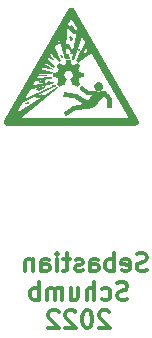
<source format=gbr>
%TF.GenerationSoftware,KiCad,Pcbnew,8.0.1*%
%TF.CreationDate,2024-04-07T15:16:42+02:00*%
%TF.ProjectId,fy6900-ocxo,66793639-3030-42d6-9f63-786f2e6b6963,rev?*%
%TF.SameCoordinates,Original*%
%TF.FileFunction,Legend,Bot*%
%TF.FilePolarity,Positive*%
%FSLAX46Y46*%
G04 Gerber Fmt 4.6, Leading zero omitted, Abs format (unit mm)*
G04 Created by KiCad (PCBNEW 8.0.1) date 2024-04-07 15:16:42*
%MOMM*%
%LPD*%
G01*
G04 APERTURE LIST*
%ADD10C,0.300000*%
%ADD11C,0.000000*%
G04 APERTURE END LIST*
D10*
X132114999Y-111856984D02*
X131900714Y-111928412D01*
X131900714Y-111928412D02*
X131543571Y-111928412D01*
X131543571Y-111928412D02*
X131400714Y-111856984D01*
X131400714Y-111856984D02*
X131329285Y-111785555D01*
X131329285Y-111785555D02*
X131257856Y-111642698D01*
X131257856Y-111642698D02*
X131257856Y-111499841D01*
X131257856Y-111499841D02*
X131329285Y-111356984D01*
X131329285Y-111356984D02*
X131400714Y-111285555D01*
X131400714Y-111285555D02*
X131543571Y-111214126D01*
X131543571Y-111214126D02*
X131829285Y-111142698D01*
X131829285Y-111142698D02*
X131972142Y-111071269D01*
X131972142Y-111071269D02*
X132043571Y-110999841D01*
X132043571Y-110999841D02*
X132114999Y-110856984D01*
X132114999Y-110856984D02*
X132114999Y-110714126D01*
X132114999Y-110714126D02*
X132043571Y-110571269D01*
X132043571Y-110571269D02*
X131972142Y-110499841D01*
X131972142Y-110499841D02*
X131829285Y-110428412D01*
X131829285Y-110428412D02*
X131472142Y-110428412D01*
X131472142Y-110428412D02*
X131257856Y-110499841D01*
X130043571Y-111856984D02*
X130186428Y-111928412D01*
X130186428Y-111928412D02*
X130472143Y-111928412D01*
X130472143Y-111928412D02*
X130615000Y-111856984D01*
X130615000Y-111856984D02*
X130686428Y-111714126D01*
X130686428Y-111714126D02*
X130686428Y-111142698D01*
X130686428Y-111142698D02*
X130615000Y-110999841D01*
X130615000Y-110999841D02*
X130472143Y-110928412D01*
X130472143Y-110928412D02*
X130186428Y-110928412D01*
X130186428Y-110928412D02*
X130043571Y-110999841D01*
X130043571Y-110999841D02*
X129972143Y-111142698D01*
X129972143Y-111142698D02*
X129972143Y-111285555D01*
X129972143Y-111285555D02*
X130686428Y-111428412D01*
X129329286Y-111928412D02*
X129329286Y-110428412D01*
X129329286Y-110999841D02*
X129186429Y-110928412D01*
X129186429Y-110928412D02*
X128900714Y-110928412D01*
X128900714Y-110928412D02*
X128757857Y-110999841D01*
X128757857Y-110999841D02*
X128686429Y-111071269D01*
X128686429Y-111071269D02*
X128615000Y-111214126D01*
X128615000Y-111214126D02*
X128615000Y-111642698D01*
X128615000Y-111642698D02*
X128686429Y-111785555D01*
X128686429Y-111785555D02*
X128757857Y-111856984D01*
X128757857Y-111856984D02*
X128900714Y-111928412D01*
X128900714Y-111928412D02*
X129186429Y-111928412D01*
X129186429Y-111928412D02*
X129329286Y-111856984D01*
X127329286Y-111928412D02*
X127329286Y-111142698D01*
X127329286Y-111142698D02*
X127400714Y-110999841D01*
X127400714Y-110999841D02*
X127543571Y-110928412D01*
X127543571Y-110928412D02*
X127829286Y-110928412D01*
X127829286Y-110928412D02*
X127972143Y-110999841D01*
X127329286Y-111856984D02*
X127472143Y-111928412D01*
X127472143Y-111928412D02*
X127829286Y-111928412D01*
X127829286Y-111928412D02*
X127972143Y-111856984D01*
X127972143Y-111856984D02*
X128043571Y-111714126D01*
X128043571Y-111714126D02*
X128043571Y-111571269D01*
X128043571Y-111571269D02*
X127972143Y-111428412D01*
X127972143Y-111428412D02*
X127829286Y-111356984D01*
X127829286Y-111356984D02*
X127472143Y-111356984D01*
X127472143Y-111356984D02*
X127329286Y-111285555D01*
X126686428Y-111856984D02*
X126543571Y-111928412D01*
X126543571Y-111928412D02*
X126257857Y-111928412D01*
X126257857Y-111928412D02*
X126115000Y-111856984D01*
X126115000Y-111856984D02*
X126043571Y-111714126D01*
X126043571Y-111714126D02*
X126043571Y-111642698D01*
X126043571Y-111642698D02*
X126115000Y-111499841D01*
X126115000Y-111499841D02*
X126257857Y-111428412D01*
X126257857Y-111428412D02*
X126472143Y-111428412D01*
X126472143Y-111428412D02*
X126615000Y-111356984D01*
X126615000Y-111356984D02*
X126686428Y-111214126D01*
X126686428Y-111214126D02*
X126686428Y-111142698D01*
X126686428Y-111142698D02*
X126615000Y-110999841D01*
X126615000Y-110999841D02*
X126472143Y-110928412D01*
X126472143Y-110928412D02*
X126257857Y-110928412D01*
X126257857Y-110928412D02*
X126115000Y-110999841D01*
X125614999Y-110928412D02*
X125043571Y-110928412D01*
X125400714Y-110428412D02*
X125400714Y-111714126D01*
X125400714Y-111714126D02*
X125329285Y-111856984D01*
X125329285Y-111856984D02*
X125186428Y-111928412D01*
X125186428Y-111928412D02*
X125043571Y-111928412D01*
X124543571Y-111928412D02*
X124543571Y-110928412D01*
X124543571Y-110428412D02*
X124614999Y-110499841D01*
X124614999Y-110499841D02*
X124543571Y-110571269D01*
X124543571Y-110571269D02*
X124472142Y-110499841D01*
X124472142Y-110499841D02*
X124543571Y-110428412D01*
X124543571Y-110428412D02*
X124543571Y-110571269D01*
X123186428Y-111928412D02*
X123186428Y-111142698D01*
X123186428Y-111142698D02*
X123257856Y-110999841D01*
X123257856Y-110999841D02*
X123400713Y-110928412D01*
X123400713Y-110928412D02*
X123686428Y-110928412D01*
X123686428Y-110928412D02*
X123829285Y-110999841D01*
X123186428Y-111856984D02*
X123329285Y-111928412D01*
X123329285Y-111928412D02*
X123686428Y-111928412D01*
X123686428Y-111928412D02*
X123829285Y-111856984D01*
X123829285Y-111856984D02*
X123900713Y-111714126D01*
X123900713Y-111714126D02*
X123900713Y-111571269D01*
X123900713Y-111571269D02*
X123829285Y-111428412D01*
X123829285Y-111428412D02*
X123686428Y-111356984D01*
X123686428Y-111356984D02*
X123329285Y-111356984D01*
X123329285Y-111356984D02*
X123186428Y-111285555D01*
X122472142Y-110928412D02*
X122472142Y-111928412D01*
X122472142Y-111071269D02*
X122400713Y-110999841D01*
X122400713Y-110999841D02*
X122257856Y-110928412D01*
X122257856Y-110928412D02*
X122043570Y-110928412D01*
X122043570Y-110928412D02*
X121900713Y-110999841D01*
X121900713Y-110999841D02*
X121829285Y-111142698D01*
X121829285Y-111142698D02*
X121829285Y-111928412D01*
X130472142Y-114271900D02*
X130257857Y-114343328D01*
X130257857Y-114343328D02*
X129900714Y-114343328D01*
X129900714Y-114343328D02*
X129757857Y-114271900D01*
X129757857Y-114271900D02*
X129686428Y-114200471D01*
X129686428Y-114200471D02*
X129614999Y-114057614D01*
X129614999Y-114057614D02*
X129614999Y-113914757D01*
X129614999Y-113914757D02*
X129686428Y-113771900D01*
X129686428Y-113771900D02*
X129757857Y-113700471D01*
X129757857Y-113700471D02*
X129900714Y-113629042D01*
X129900714Y-113629042D02*
X130186428Y-113557614D01*
X130186428Y-113557614D02*
X130329285Y-113486185D01*
X130329285Y-113486185D02*
X130400714Y-113414757D01*
X130400714Y-113414757D02*
X130472142Y-113271900D01*
X130472142Y-113271900D02*
X130472142Y-113129042D01*
X130472142Y-113129042D02*
X130400714Y-112986185D01*
X130400714Y-112986185D02*
X130329285Y-112914757D01*
X130329285Y-112914757D02*
X130186428Y-112843328D01*
X130186428Y-112843328D02*
X129829285Y-112843328D01*
X129829285Y-112843328D02*
X129614999Y-112914757D01*
X128329286Y-114271900D02*
X128472143Y-114343328D01*
X128472143Y-114343328D02*
X128757857Y-114343328D01*
X128757857Y-114343328D02*
X128900714Y-114271900D01*
X128900714Y-114271900D02*
X128972143Y-114200471D01*
X128972143Y-114200471D02*
X129043571Y-114057614D01*
X129043571Y-114057614D02*
X129043571Y-113629042D01*
X129043571Y-113629042D02*
X128972143Y-113486185D01*
X128972143Y-113486185D02*
X128900714Y-113414757D01*
X128900714Y-113414757D02*
X128757857Y-113343328D01*
X128757857Y-113343328D02*
X128472143Y-113343328D01*
X128472143Y-113343328D02*
X128329286Y-113414757D01*
X127686429Y-114343328D02*
X127686429Y-112843328D01*
X127043572Y-114343328D02*
X127043572Y-113557614D01*
X127043572Y-113557614D02*
X127115000Y-113414757D01*
X127115000Y-113414757D02*
X127257857Y-113343328D01*
X127257857Y-113343328D02*
X127472143Y-113343328D01*
X127472143Y-113343328D02*
X127615000Y-113414757D01*
X127615000Y-113414757D02*
X127686429Y-113486185D01*
X125686429Y-113343328D02*
X125686429Y-114343328D01*
X126329286Y-113343328D02*
X126329286Y-114129042D01*
X126329286Y-114129042D02*
X126257857Y-114271900D01*
X126257857Y-114271900D02*
X126115000Y-114343328D01*
X126115000Y-114343328D02*
X125900714Y-114343328D01*
X125900714Y-114343328D02*
X125757857Y-114271900D01*
X125757857Y-114271900D02*
X125686429Y-114200471D01*
X124972143Y-114343328D02*
X124972143Y-113343328D01*
X124972143Y-113486185D02*
X124900714Y-113414757D01*
X124900714Y-113414757D02*
X124757857Y-113343328D01*
X124757857Y-113343328D02*
X124543571Y-113343328D01*
X124543571Y-113343328D02*
X124400714Y-113414757D01*
X124400714Y-113414757D02*
X124329286Y-113557614D01*
X124329286Y-113557614D02*
X124329286Y-114343328D01*
X124329286Y-113557614D02*
X124257857Y-113414757D01*
X124257857Y-113414757D02*
X124115000Y-113343328D01*
X124115000Y-113343328D02*
X123900714Y-113343328D01*
X123900714Y-113343328D02*
X123757857Y-113414757D01*
X123757857Y-113414757D02*
X123686428Y-113557614D01*
X123686428Y-113557614D02*
X123686428Y-114343328D01*
X122972143Y-114343328D02*
X122972143Y-112843328D01*
X122972143Y-113414757D02*
X122829286Y-113343328D01*
X122829286Y-113343328D02*
X122543571Y-113343328D01*
X122543571Y-113343328D02*
X122400714Y-113414757D01*
X122400714Y-113414757D02*
X122329286Y-113486185D01*
X122329286Y-113486185D02*
X122257857Y-113629042D01*
X122257857Y-113629042D02*
X122257857Y-114057614D01*
X122257857Y-114057614D02*
X122329286Y-114200471D01*
X122329286Y-114200471D02*
X122400714Y-114271900D01*
X122400714Y-114271900D02*
X122543571Y-114343328D01*
X122543571Y-114343328D02*
X122829286Y-114343328D01*
X122829286Y-114343328D02*
X122972143Y-114271900D01*
X128936427Y-115401101D02*
X128864999Y-115329673D01*
X128864999Y-115329673D02*
X128722142Y-115258244D01*
X128722142Y-115258244D02*
X128364999Y-115258244D01*
X128364999Y-115258244D02*
X128222142Y-115329673D01*
X128222142Y-115329673D02*
X128150713Y-115401101D01*
X128150713Y-115401101D02*
X128079284Y-115543958D01*
X128079284Y-115543958D02*
X128079284Y-115686816D01*
X128079284Y-115686816D02*
X128150713Y-115901101D01*
X128150713Y-115901101D02*
X129007856Y-116758244D01*
X129007856Y-116758244D02*
X128079284Y-116758244D01*
X127150713Y-115258244D02*
X127007856Y-115258244D01*
X127007856Y-115258244D02*
X126864999Y-115329673D01*
X126864999Y-115329673D02*
X126793571Y-115401101D01*
X126793571Y-115401101D02*
X126722142Y-115543958D01*
X126722142Y-115543958D02*
X126650713Y-115829673D01*
X126650713Y-115829673D02*
X126650713Y-116186816D01*
X126650713Y-116186816D02*
X126722142Y-116472530D01*
X126722142Y-116472530D02*
X126793571Y-116615387D01*
X126793571Y-116615387D02*
X126864999Y-116686816D01*
X126864999Y-116686816D02*
X127007856Y-116758244D01*
X127007856Y-116758244D02*
X127150713Y-116758244D01*
X127150713Y-116758244D02*
X127293571Y-116686816D01*
X127293571Y-116686816D02*
X127364999Y-116615387D01*
X127364999Y-116615387D02*
X127436428Y-116472530D01*
X127436428Y-116472530D02*
X127507856Y-116186816D01*
X127507856Y-116186816D02*
X127507856Y-115829673D01*
X127507856Y-115829673D02*
X127436428Y-115543958D01*
X127436428Y-115543958D02*
X127364999Y-115401101D01*
X127364999Y-115401101D02*
X127293571Y-115329673D01*
X127293571Y-115329673D02*
X127150713Y-115258244D01*
X126079285Y-115401101D02*
X126007857Y-115329673D01*
X126007857Y-115329673D02*
X125865000Y-115258244D01*
X125865000Y-115258244D02*
X125507857Y-115258244D01*
X125507857Y-115258244D02*
X125365000Y-115329673D01*
X125365000Y-115329673D02*
X125293571Y-115401101D01*
X125293571Y-115401101D02*
X125222142Y-115543958D01*
X125222142Y-115543958D02*
X125222142Y-115686816D01*
X125222142Y-115686816D02*
X125293571Y-115901101D01*
X125293571Y-115901101D02*
X126150714Y-116758244D01*
X126150714Y-116758244D02*
X125222142Y-116758244D01*
X124650714Y-115401101D02*
X124579286Y-115329673D01*
X124579286Y-115329673D02*
X124436429Y-115258244D01*
X124436429Y-115258244D02*
X124079286Y-115258244D01*
X124079286Y-115258244D02*
X123936429Y-115329673D01*
X123936429Y-115329673D02*
X123865000Y-115401101D01*
X123865000Y-115401101D02*
X123793571Y-115543958D01*
X123793571Y-115543958D02*
X123793571Y-115686816D01*
X123793571Y-115686816D02*
X123865000Y-115901101D01*
X123865000Y-115901101D02*
X124722143Y-116758244D01*
X124722143Y-116758244D02*
X123793571Y-116758244D01*
D11*
%TO.C,G\u002A\u002A\u002A*%
G36*
X125009873Y-94062769D02*
G01*
X125013783Y-94063151D01*
X125015933Y-94063944D01*
X125016063Y-94064977D01*
X125013912Y-94066079D01*
X125012357Y-94066610D01*
X125009140Y-94067833D01*
X125007468Y-94068505D01*
X125004686Y-94069579D01*
X125004570Y-94069623D01*
X125002453Y-94070464D01*
X124998561Y-94072040D01*
X124993409Y-94074143D01*
X124987508Y-94076564D01*
X124986550Y-94076958D01*
X124980865Y-94079271D01*
X124976110Y-94081169D01*
X124972758Y-94082466D01*
X124971283Y-94082974D01*
X124971131Y-94082990D01*
X124970330Y-94082431D01*
X124971196Y-94080721D01*
X124973387Y-94078212D01*
X124976563Y-94075252D01*
X124980384Y-94072192D01*
X124984509Y-94069381D01*
X124989971Y-94066599D01*
X124999194Y-94063774D01*
X125008822Y-94062757D01*
X125009873Y-94062769D01*
G37*
G36*
X126360358Y-93147031D02*
G01*
X126371639Y-93147743D01*
X126383980Y-93149009D01*
X126396955Y-93150797D01*
X126410142Y-93153074D01*
X126416550Y-93154769D01*
X126424190Y-93157633D01*
X126431824Y-93161198D01*
X126438621Y-93165075D01*
X126443747Y-93168872D01*
X126445202Y-93170227D01*
X126449593Y-93175290D01*
X126452354Y-93180763D01*
X126454057Y-93187690D01*
X126454373Y-93189546D01*
X126456448Y-93201889D01*
X126458174Y-93212494D01*
X126459659Y-93222033D01*
X126461010Y-93231176D01*
X126461590Y-93235203D01*
X126462598Y-93242198D01*
X126463537Y-93248698D01*
X126464259Y-93253690D01*
X126464577Y-93256024D01*
X126465446Y-93266067D01*
X126465433Y-93275125D01*
X126464557Y-93282726D01*
X126462837Y-93288394D01*
X126461320Y-93291217D01*
X126455751Y-93298159D01*
X126448363Y-93303907D01*
X126439595Y-93308164D01*
X126429884Y-93310634D01*
X126423395Y-93311382D01*
X126414429Y-93311860D01*
X126404096Y-93311851D01*
X126392172Y-93311346D01*
X126378432Y-93310334D01*
X126362652Y-93308806D01*
X126344609Y-93306750D01*
X126344320Y-93306715D01*
X126337618Y-93305928D01*
X126330425Y-93305114D01*
X126324249Y-93304444D01*
X126321237Y-93304080D01*
X126313280Y-93302448D01*
X126307352Y-93299979D01*
X126303133Y-93296555D01*
X126301816Y-93294908D01*
X126298651Y-93290241D01*
X126294883Y-93283994D01*
X126290799Y-93276656D01*
X126286687Y-93268714D01*
X126286255Y-93267860D01*
X126283459Y-93262763D01*
X126280614Y-93258172D01*
X126278276Y-93254991D01*
X126277299Y-93253838D01*
X126275844Y-93251668D01*
X126275039Y-93249218D01*
X126274695Y-93245734D01*
X126274622Y-93240461D01*
X126274623Y-93240203D01*
X126275582Y-93228703D01*
X126278224Y-93216206D01*
X126282332Y-93203388D01*
X126287692Y-93190925D01*
X126294088Y-93179492D01*
X126294808Y-93178395D01*
X126301888Y-93169702D01*
X126310604Y-93161890D01*
X126320378Y-93155352D01*
X126330633Y-93150482D01*
X126340792Y-93147673D01*
X126342672Y-93147406D01*
X126350561Y-93146908D01*
X126360358Y-93147031D01*
G37*
G36*
X125667239Y-94047176D02*
G01*
X125667803Y-94047590D01*
X125669430Y-94049017D01*
X125670812Y-94050804D01*
X125672041Y-94053257D01*
X125673213Y-94056684D01*
X125674421Y-94061393D01*
X125675759Y-94067691D01*
X125677322Y-94075885D01*
X125679203Y-94086284D01*
X125679784Y-94089498D01*
X125680809Y-94095043D01*
X125681685Y-94099645D01*
X125681879Y-94100651D01*
X125682729Y-94105170D01*
X125683781Y-94110891D01*
X125684853Y-94116823D01*
X125685179Y-94118635D01*
X125686266Y-94124608D01*
X125687278Y-94130061D01*
X125688031Y-94134002D01*
X125688415Y-94135959D01*
X125689311Y-94140612D01*
X125690343Y-94146072D01*
X125691587Y-94152764D01*
X125693124Y-94161112D01*
X125695033Y-94171540D01*
X125695319Y-94173100D01*
X125696598Y-94180055D01*
X125697788Y-94186474D01*
X125698768Y-94191701D01*
X125699415Y-94195081D01*
X125699927Y-94197729D01*
X125700938Y-94203097D01*
X125701919Y-94208442D01*
X125702684Y-94212665D01*
X125704243Y-94221192D01*
X125705964Y-94230537D01*
X125707745Y-94240146D01*
X125709483Y-94249467D01*
X125711074Y-94257945D01*
X125712416Y-94265026D01*
X125713406Y-94270157D01*
X125713624Y-94271279D01*
X125714480Y-94275781D01*
X125715654Y-94282037D01*
X125717045Y-94289501D01*
X125718552Y-94297626D01*
X125720074Y-94305868D01*
X125721509Y-94313679D01*
X125722757Y-94320515D01*
X125723716Y-94325828D01*
X125724557Y-94330529D01*
X125725828Y-94337598D01*
X125726903Y-94343513D01*
X125727942Y-94349145D01*
X125729105Y-94355366D01*
X125730554Y-94363048D01*
X125730749Y-94364075D01*
X125732131Y-94370894D01*
X125733536Y-94377191D01*
X125734810Y-94382306D01*
X125735800Y-94385576D01*
X125735818Y-94385624D01*
X125738131Y-94390252D01*
X125741518Y-94394240D01*
X125746338Y-94397856D01*
X125752950Y-94401369D01*
X125761710Y-94405049D01*
X125764353Y-94406092D01*
X125769502Y-94408208D01*
X125773799Y-94410069D01*
X125775058Y-94410626D01*
X125779344Y-94412439D01*
X125784763Y-94414660D01*
X125790443Y-94416930D01*
X125795735Y-94419033D01*
X125802891Y-94421911D01*
X125810565Y-94425023D01*
X125817802Y-94427984D01*
X125827765Y-94432081D01*
X125839926Y-94437072D01*
X125850128Y-94441245D01*
X125858596Y-94444692D01*
X125865560Y-94447507D01*
X125871246Y-94449783D01*
X125871988Y-94450079D01*
X125877065Y-94452135D01*
X125881571Y-94454011D01*
X125884607Y-94455333D01*
X125885181Y-94455592D01*
X125888634Y-94457061D01*
X125893392Y-94459007D01*
X125898604Y-94461081D01*
X125899703Y-94461514D01*
X125905182Y-94463714D01*
X125910230Y-94465802D01*
X125913874Y-94467377D01*
X125915123Y-94467929D01*
X125919367Y-94469721D01*
X125924752Y-94471923D01*
X125930416Y-94474181D01*
X125931988Y-94474800D01*
X125938861Y-94477532D01*
X125946143Y-94480462D01*
X125953140Y-94483306D01*
X125959158Y-94485783D01*
X125963501Y-94487612D01*
X125967619Y-94489317D01*
X125971790Y-94490729D01*
X125975396Y-94491399D01*
X125979407Y-94491569D01*
X125982285Y-94491489D01*
X125985670Y-94491022D01*
X125989042Y-94489936D01*
X125992915Y-94488007D01*
X125997803Y-94485011D01*
X126004220Y-94480722D01*
X126006650Y-94479067D01*
X126012593Y-94475020D01*
X126019607Y-94470246D01*
X126027011Y-94465208D01*
X126034124Y-94460370D01*
X126035011Y-94459766D01*
X126040146Y-94456261D01*
X126047031Y-94451551D01*
X126055381Y-94445830D01*
X126064913Y-94439293D01*
X126075344Y-94432133D01*
X126086392Y-94424546D01*
X126097771Y-94416725D01*
X126109200Y-94408865D01*
X126111641Y-94407186D01*
X126132655Y-94392730D01*
X126151687Y-94379640D01*
X126168838Y-94367849D01*
X126184210Y-94357288D01*
X126197908Y-94347888D01*
X126210032Y-94339582D01*
X126220685Y-94332302D01*
X126229970Y-94325977D01*
X126237989Y-94320542D01*
X126244844Y-94315926D01*
X126250638Y-94312062D01*
X126255474Y-94308882D01*
X126259453Y-94306316D01*
X126262678Y-94304298D01*
X126265252Y-94302757D01*
X126267277Y-94301627D01*
X126268855Y-94300839D01*
X126270089Y-94300323D01*
X126271081Y-94300013D01*
X126271933Y-94299840D01*
X126272749Y-94299735D01*
X126273719Y-94299641D01*
X126278352Y-94299903D01*
X126282491Y-94301752D01*
X126282541Y-94301785D01*
X126284095Y-94303145D01*
X126287325Y-94306189D01*
X126292117Y-94310807D01*
X126298362Y-94316888D01*
X126305946Y-94324323D01*
X126314759Y-94333001D01*
X126324689Y-94342812D01*
X126335624Y-94353645D01*
X126347453Y-94365391D01*
X126360064Y-94377939D01*
X126373346Y-94391179D01*
X126387186Y-94405001D01*
X126401474Y-94419294D01*
X126402802Y-94420624D01*
X126421554Y-94439418D01*
X126438524Y-94456463D01*
X126453743Y-94471791D01*
X126467243Y-94485434D01*
X126479055Y-94497424D01*
X126489210Y-94507794D01*
X126497740Y-94516574D01*
X126504676Y-94523799D01*
X126510050Y-94529499D01*
X126513892Y-94533706D01*
X126516235Y-94536454D01*
X126517109Y-94537773D01*
X126517486Y-94539625D01*
X126517668Y-94543541D01*
X126516842Y-94547654D01*
X126514844Y-94552397D01*
X126511512Y-94558203D01*
X126506683Y-94565505D01*
X126505754Y-94566856D01*
X126502351Y-94571813D01*
X126497805Y-94578437D01*
X126492332Y-94586414D01*
X126486149Y-94595428D01*
X126479471Y-94605166D01*
X126472514Y-94615312D01*
X126465495Y-94625551D01*
X126464137Y-94627532D01*
X126456715Y-94638355D01*
X126449118Y-94649431D01*
X126441616Y-94660366D01*
X126434476Y-94670769D01*
X126427967Y-94680249D01*
X126422359Y-94688412D01*
X126417921Y-94694868D01*
X126412374Y-94702935D01*
X126398819Y-94722660D01*
X126386653Y-94740391D01*
X126375829Y-94756196D01*
X126366302Y-94770142D01*
X126358023Y-94782300D01*
X126350948Y-94792737D01*
X126345029Y-94801522D01*
X126340220Y-94808723D01*
X126336475Y-94814409D01*
X126333748Y-94818650D01*
X126331992Y-94821512D01*
X126331160Y-94823065D01*
X126330358Y-94825298D01*
X126329580Y-94829327D01*
X126329603Y-94833890D01*
X126330499Y-94839269D01*
X126332338Y-94845745D01*
X126335194Y-94853602D01*
X126339137Y-94863121D01*
X126344240Y-94874586D01*
X126345485Y-94877372D01*
X126347895Y-94882965D01*
X126349933Y-94887925D01*
X126351001Y-94890555D01*
X126353342Y-94896070D01*
X126355659Y-94901286D01*
X126356929Y-94904109D01*
X126359347Y-94909698D01*
X126361386Y-94914647D01*
X126362453Y-94917277D01*
X126364794Y-94922793D01*
X126367112Y-94928008D01*
X126368382Y-94930831D01*
X126370800Y-94936421D01*
X126372838Y-94941369D01*
X126373905Y-94943999D01*
X126376246Y-94949515D01*
X126378564Y-94954730D01*
X126379839Y-94957565D01*
X126382242Y-94963117D01*
X126384259Y-94968011D01*
X126385013Y-94969889D01*
X126387145Y-94975003D01*
X126389097Y-94979463D01*
X126389810Y-94981069D01*
X126391531Y-94985018D01*
X126394017Y-94990757D01*
X126397131Y-94997976D01*
X126400738Y-95006360D01*
X126404705Y-95015597D01*
X126408896Y-95025375D01*
X126412119Y-95032886D01*
X126416142Y-95042222D01*
X126419837Y-95050752D01*
X126423070Y-95058168D01*
X126425708Y-95064165D01*
X126427616Y-95068434D01*
X126428660Y-95070668D01*
X126429483Y-95072134D01*
X126433741Y-95077456D01*
X126439136Y-95081837D01*
X126444782Y-95084516D01*
X126445098Y-95084604D01*
X126448828Y-95085509D01*
X126454522Y-95086748D01*
X126461699Y-95088226D01*
X126469880Y-95089849D01*
X126478584Y-95091523D01*
X126487331Y-95093155D01*
X126495641Y-95094649D01*
X126503033Y-95095913D01*
X126505537Y-95096344D01*
X126510714Y-95097278D01*
X126516950Y-95098436D01*
X126523393Y-95099662D01*
X126527635Y-95100477D01*
X126534368Y-95101756D01*
X126540477Y-95102901D01*
X126545025Y-95103737D01*
X126548240Y-95104325D01*
X126553784Y-95105366D01*
X126558386Y-95106262D01*
X126561092Y-95106789D01*
X126566136Y-95107744D01*
X126572282Y-95108887D01*
X126578746Y-95110071D01*
X126583401Y-95110921D01*
X126590705Y-95112266D01*
X126597554Y-95113539D01*
X126602923Y-95114550D01*
X126608399Y-95115582D01*
X126614769Y-95116763D01*
X126620101Y-95117732D01*
X126623315Y-95118313D01*
X126628860Y-95119343D01*
X126633462Y-95120228D01*
X126633520Y-95120239D01*
X126639587Y-95121420D01*
X126646999Y-95122831D01*
X126655116Y-95124356D01*
X126663297Y-95125874D01*
X126670901Y-95127267D01*
X126677288Y-95128416D01*
X126681817Y-95129202D01*
X126685847Y-95129900D01*
X126691108Y-95130873D01*
X126695178Y-95131695D01*
X126696151Y-95131901D01*
X126700396Y-95132744D01*
X126705898Y-95133782D01*
X126711720Y-95134838D01*
X126713529Y-95135160D01*
X126719503Y-95136238D01*
X126724957Y-95137242D01*
X126728898Y-95137989D01*
X126732550Y-95138676D01*
X126738004Y-95139655D01*
X126743532Y-95140611D01*
X126750506Y-95141905D01*
X126758616Y-95143913D01*
X126764634Y-95146210D01*
X126768829Y-95148939D01*
X126771468Y-95152243D01*
X126772818Y-95156265D01*
X126772833Y-95156389D01*
X126772918Y-95158560D01*
X126772993Y-95163094D01*
X126773060Y-95169837D01*
X126773117Y-95178634D01*
X126773165Y-95189330D01*
X126773203Y-95201771D01*
X126773231Y-95215801D01*
X126773249Y-95231267D01*
X126773255Y-95248012D01*
X126773251Y-95265883D01*
X126773235Y-95284725D01*
X126773207Y-95304383D01*
X126773167Y-95324702D01*
X126772799Y-95489146D01*
X126768878Y-95493067D01*
X126767462Y-95494320D01*
X126765141Y-95495796D01*
X126762017Y-95497131D01*
X126757746Y-95498425D01*
X126751986Y-95499780D01*
X126744393Y-95501296D01*
X126734624Y-95503072D01*
X126731655Y-95503598D01*
X126725915Y-95504629D01*
X126720225Y-95505674D01*
X126713948Y-95506851D01*
X126706448Y-95508279D01*
X126697086Y-95510077D01*
X126690861Y-95511262D01*
X126683654Y-95512604D01*
X126677161Y-95513786D01*
X126672273Y-95514642D01*
X126667488Y-95515476D01*
X126662234Y-95516448D01*
X126658276Y-95517238D01*
X126657301Y-95517442D01*
X126653057Y-95518277D01*
X126647555Y-95519310D01*
X126641733Y-95520363D01*
X126638624Y-95520916D01*
X126633913Y-95521761D01*
X126629603Y-95522551D01*
X126624969Y-95523422D01*
X126619286Y-95524509D01*
X126611830Y-95525947D01*
X126608860Y-95526510D01*
X126603353Y-95527531D01*
X126596846Y-95528720D01*
X126590198Y-95529920D01*
X126585457Y-95530776D01*
X126578321Y-95532086D01*
X126571727Y-95533320D01*
X126566657Y-95534295D01*
X126562063Y-95535186D01*
X126555376Y-95536450D01*
X126549478Y-95537532D01*
X126545482Y-95538254D01*
X126539938Y-95539270D01*
X126535481Y-95540102D01*
X126534456Y-95540296D01*
X126530096Y-95541115D01*
X126523785Y-95542293D01*
X126515928Y-95543756D01*
X126506930Y-95545428D01*
X126497195Y-95547235D01*
X126487127Y-95549100D01*
X126484691Y-95549553D01*
X126479165Y-95550593D01*
X126474402Y-95551503D01*
X126471228Y-95552113D01*
X126465829Y-95553140D01*
X126460405Y-95554164D01*
X126459144Y-95554413D01*
X126451548Y-95556610D01*
X126445560Y-95559897D01*
X126440427Y-95564666D01*
X126440413Y-95564683D01*
X126439381Y-95566374D01*
X126437675Y-95569843D01*
X126435270Y-95575151D01*
X126432142Y-95582357D01*
X126428266Y-95591519D01*
X126423617Y-95602697D01*
X126418171Y-95615951D01*
X126411903Y-95631340D01*
X126404788Y-95648924D01*
X126396802Y-95668761D01*
X126387919Y-95690911D01*
X126384020Y-95700652D01*
X126376266Y-95720028D01*
X126369388Y-95737245D01*
X126363339Y-95752442D01*
X126358074Y-95765759D01*
X126353544Y-95777336D01*
X126349705Y-95787312D01*
X126346508Y-95795827D01*
X126343907Y-95803019D01*
X126341857Y-95809030D01*
X126340309Y-95813997D01*
X126339217Y-95818062D01*
X126338536Y-95821362D01*
X126338217Y-95824038D01*
X126338215Y-95826230D01*
X126338482Y-95828076D01*
X126338973Y-95829717D01*
X126339640Y-95831292D01*
X126340437Y-95832941D01*
X126341067Y-95834120D01*
X126342133Y-95835918D01*
X126343694Y-95838404D01*
X126345836Y-95841704D01*
X126348645Y-95845946D01*
X126352209Y-95851260D01*
X126356613Y-95857771D01*
X126361944Y-95865610D01*
X126368288Y-95874903D01*
X126375733Y-95885778D01*
X126384364Y-95898363D01*
X126394269Y-95912787D01*
X126405533Y-95929177D01*
X126409627Y-95935131D01*
X126424093Y-95956178D01*
X126437200Y-95975257D01*
X126449016Y-95992470D01*
X126459608Y-96007918D01*
X126469042Y-96021702D01*
X126477386Y-96033924D01*
X126484708Y-96044683D01*
X126491074Y-96054083D01*
X126496551Y-96062223D01*
X126501208Y-96069205D01*
X126505110Y-96075131D01*
X126508326Y-96080101D01*
X126510922Y-96084217D01*
X126512966Y-96087579D01*
X126514525Y-96090290D01*
X126515666Y-96092450D01*
X126516456Y-96094160D01*
X126516963Y-96095522D01*
X126517253Y-96096637D01*
X126517395Y-96097606D01*
X126517533Y-96099642D01*
X126517114Y-96103992D01*
X126515334Y-96107857D01*
X126515252Y-96107979D01*
X126513641Y-96109874D01*
X126510385Y-96113384D01*
X126505615Y-96118376D01*
X126499464Y-96124720D01*
X126492065Y-96132284D01*
X126483549Y-96140936D01*
X126474048Y-96150545D01*
X126463695Y-96160979D01*
X126452623Y-96172107D01*
X126440963Y-96183797D01*
X126428848Y-96195917D01*
X126416409Y-96208336D01*
X126403780Y-96220923D01*
X126391092Y-96233545D01*
X126378478Y-96246071D01*
X126366069Y-96258370D01*
X126353999Y-96270310D01*
X126342399Y-96281760D01*
X126331401Y-96292587D01*
X126321139Y-96302660D01*
X126311743Y-96311849D01*
X126303347Y-96320020D01*
X126296083Y-96327043D01*
X126290082Y-96332786D01*
X126285477Y-96337117D01*
X126282401Y-96339906D01*
X126280985Y-96341019D01*
X126280425Y-96341253D01*
X126276943Y-96342461D01*
X126274387Y-96342980D01*
X126274062Y-96342988D01*
X126273302Y-96342985D01*
X126272491Y-96342896D01*
X126271521Y-96342647D01*
X126270285Y-96342168D01*
X126268675Y-96341388D01*
X126266582Y-96340234D01*
X126263900Y-96338637D01*
X126260521Y-96336525D01*
X126256337Y-96333827D01*
X126251240Y-96330470D01*
X126245122Y-96326385D01*
X126237877Y-96321499D01*
X126229396Y-96315742D01*
X126219571Y-96309043D01*
X126208295Y-96301329D01*
X126195460Y-96292530D01*
X126180959Y-96282575D01*
X126164683Y-96271392D01*
X126146526Y-96258909D01*
X126126378Y-96245057D01*
X126122425Y-96242339D01*
X126110718Y-96234294D01*
X126099108Y-96226322D01*
X126087880Y-96218617D01*
X126077322Y-96211376D01*
X126067717Y-96204794D01*
X126059353Y-96199068D01*
X126052513Y-96194393D01*
X126047485Y-96190965D01*
X126040997Y-96186542D01*
X126034625Y-96182178D01*
X126029050Y-96178339D01*
X126024707Y-96175326D01*
X126022035Y-96173439D01*
X126015933Y-96169687D01*
X126008093Y-96166759D01*
X126000614Y-96166081D01*
X125993782Y-96167711D01*
X125993353Y-96167905D01*
X125990445Y-96169334D01*
X125985589Y-96171828D01*
X125978737Y-96175411D01*
X125969842Y-96180110D01*
X125958856Y-96185950D01*
X125945730Y-96192956D01*
X125930416Y-96201153D01*
X125919705Y-96206886D01*
X125909204Y-96212483D01*
X125900569Y-96217049D01*
X125893601Y-96220685D01*
X125888101Y-96223488D01*
X125883870Y-96225560D01*
X125880710Y-96226998D01*
X125878422Y-96227902D01*
X125876806Y-96228372D01*
X125875665Y-96228506D01*
X125874119Y-96228403D01*
X125872179Y-96227832D01*
X125870287Y-96226572D01*
X125868324Y-96224414D01*
X125866168Y-96221146D01*
X125863698Y-96216557D01*
X125860793Y-96210438D01*
X125857333Y-96202577D01*
X125853195Y-96192764D01*
X125848261Y-96180788D01*
X125845250Y-96173440D01*
X125841408Y-96164076D01*
X125837892Y-96155525D01*
X125834829Y-96148094D01*
X125832347Y-96142093D01*
X125830574Y-96137830D01*
X125829635Y-96135615D01*
X125828806Y-96133722D01*
X125827813Y-96131432D01*
X125826750Y-96128948D01*
X125825518Y-96126029D01*
X125824018Y-96122435D01*
X125822150Y-96117927D01*
X125819814Y-96112264D01*
X125816912Y-96105207D01*
X125813345Y-96096514D01*
X125809011Y-96085946D01*
X125803813Y-96073263D01*
X125801500Y-96067623D01*
X125797168Y-96057065D01*
X125793130Y-96047238D01*
X125789499Y-96038413D01*
X125786386Y-96030861D01*
X125783902Y-96024852D01*
X125782160Y-96020657D01*
X125781269Y-96018547D01*
X125781201Y-96018390D01*
X125779367Y-96014185D01*
X125777665Y-96010275D01*
X125777521Y-96009941D01*
X125776432Y-96007334D01*
X125774523Y-96002726D01*
X125771910Y-95996395D01*
X125768707Y-95988617D01*
X125765028Y-95979670D01*
X125760986Y-95969831D01*
X125756696Y-95959376D01*
X125754283Y-95953492D01*
X125749652Y-95942202D01*
X125745834Y-95932903D01*
X125742727Y-95925345D01*
X125740226Y-95919279D01*
X125738229Y-95914454D01*
X125736631Y-95910621D01*
X125735329Y-95907529D01*
X125734220Y-95904929D01*
X125733199Y-95902571D01*
X125732163Y-95900206D01*
X125731816Y-95899394D01*
X125730469Y-95896175D01*
X125728327Y-95891011D01*
X125725501Y-95884173D01*
X125722104Y-95875931D01*
X125718246Y-95866556D01*
X125714040Y-95856318D01*
X125709597Y-95845489D01*
X125707344Y-95839996D01*
X125702977Y-95829369D01*
X125698887Y-95819438D01*
X125695189Y-95810480D01*
X125691996Y-95802770D01*
X125689423Y-95796585D01*
X125687584Y-95792203D01*
X125686595Y-95789900D01*
X125686440Y-95789550D01*
X125685223Y-95786694D01*
X125683190Y-95781840D01*
X125680461Y-95775278D01*
X125677155Y-95767296D01*
X125673392Y-95758184D01*
X125669293Y-95748232D01*
X125664978Y-95737728D01*
X125664079Y-95735539D01*
X125659750Y-95725023D01*
X125655626Y-95715048D01*
X125651834Y-95705918D01*
X125648500Y-95697934D01*
X125645749Y-95691398D01*
X125643708Y-95686614D01*
X125642504Y-95683884D01*
X125641384Y-95681126D01*
X125639616Y-95675128D01*
X125638661Y-95669520D01*
X125638627Y-95669095D01*
X125638416Y-95665034D01*
X125638847Y-95662411D01*
X125640295Y-95660214D01*
X125643135Y-95657432D01*
X125644298Y-95656414D01*
X125648388Y-95653276D01*
X125653528Y-95649732D01*
X125658879Y-95646371D01*
X125663619Y-95643408D01*
X125671040Y-95638422D01*
X125679684Y-95632331D01*
X125689152Y-95625438D01*
X125699044Y-95618047D01*
X125708960Y-95610461D01*
X125718502Y-95602982D01*
X125727268Y-95595914D01*
X125734859Y-95589559D01*
X125740875Y-95584221D01*
X125749166Y-95576188D01*
X125762245Y-95562266D01*
X125775091Y-95547180D01*
X125787068Y-95531690D01*
X125797541Y-95516553D01*
X125798179Y-95515561D01*
X125807095Y-95500746D01*
X125815772Y-95484638D01*
X125823830Y-95468021D01*
X125830889Y-95451676D01*
X125836567Y-95436386D01*
X125837927Y-95432262D01*
X125840699Y-95423287D01*
X125843173Y-95414312D01*
X125845467Y-95404833D01*
X125847698Y-95394343D01*
X125849985Y-95382337D01*
X125852445Y-95368309D01*
X125852629Y-95367047D01*
X125853103Y-95361876D01*
X125853481Y-95354827D01*
X125853762Y-95346345D01*
X125853945Y-95336869D01*
X125854032Y-95326843D01*
X125854021Y-95316708D01*
X125853912Y-95306907D01*
X125853705Y-95297880D01*
X125853400Y-95290071D01*
X125852997Y-95283920D01*
X125852494Y-95279871D01*
X125852484Y-95279819D01*
X125851546Y-95274580D01*
X125850508Y-95268203D01*
X125849592Y-95262056D01*
X125849070Y-95258611D01*
X125846301Y-95244631D01*
X125842376Y-95229299D01*
X125837491Y-95213223D01*
X125831839Y-95197013D01*
X125825617Y-95181276D01*
X125819019Y-95166620D01*
X125810199Y-95149667D01*
X125795619Y-95125874D01*
X125779069Y-95103118D01*
X125760752Y-95081586D01*
X125740868Y-95061461D01*
X125719620Y-95042930D01*
X125697210Y-95026178D01*
X125673839Y-95011390D01*
X125649708Y-94998752D01*
X125625021Y-94988448D01*
X125622496Y-94987525D01*
X125617146Y-94985551D01*
X125612639Y-94983866D01*
X125609751Y-94982758D01*
X125608331Y-94982238D01*
X125603533Y-94980734D01*
X125597101Y-94978929D01*
X125589634Y-94976975D01*
X125581731Y-94975020D01*
X125573991Y-94973215D01*
X125567013Y-94971710D01*
X125561397Y-94970654D01*
X125560105Y-94970440D01*
X125553528Y-94969325D01*
X125546968Y-94968179D01*
X125541673Y-94967219D01*
X125539220Y-94966883D01*
X125533754Y-94966457D01*
X125526494Y-94966119D01*
X125517872Y-94965870D01*
X125508324Y-94965709D01*
X125498282Y-94965637D01*
X125488180Y-94965655D01*
X125478453Y-94965764D01*
X125469534Y-94965963D01*
X125461857Y-94966254D01*
X125455855Y-94966636D01*
X125451963Y-94967111D01*
X125447213Y-94967984D01*
X125440853Y-94969073D01*
X125434785Y-94970044D01*
X125414870Y-94973935D01*
X125393830Y-94979653D01*
X125372383Y-94986961D01*
X125351106Y-94995644D01*
X125330571Y-95005488D01*
X125311354Y-95016276D01*
X125305538Y-95019899D01*
X125281997Y-95036277D01*
X125259752Y-95054539D01*
X125238974Y-95074480D01*
X125219839Y-95095895D01*
X125202516Y-95118579D01*
X125187181Y-95142327D01*
X125174005Y-95166933D01*
X125163162Y-95192193D01*
X125161822Y-95195747D01*
X125159646Y-95201521D01*
X125157771Y-95206497D01*
X125156495Y-95209885D01*
X125155245Y-95213653D01*
X125153518Y-95219655D01*
X125151564Y-95227016D01*
X125149529Y-95235139D01*
X125147558Y-95243427D01*
X125145797Y-95251286D01*
X125144390Y-95258119D01*
X125143483Y-95263329D01*
X125143452Y-95263544D01*
X125142525Y-95269577D01*
X125141511Y-95275660D01*
X125140626Y-95280506D01*
X125140512Y-95281156D01*
X125140057Y-95285509D01*
X125139696Y-95291866D01*
X125139429Y-95299785D01*
X125139256Y-95308825D01*
X125139177Y-95318544D01*
X125139191Y-95328501D01*
X125139299Y-95338254D01*
X125139499Y-95347362D01*
X125139793Y-95355384D01*
X125140180Y-95361877D01*
X125140659Y-95366400D01*
X125142470Y-95377546D01*
X125146106Y-95396873D01*
X125150156Y-95414418D01*
X125154766Y-95430674D01*
X125160084Y-95446137D01*
X125166255Y-95461298D01*
X125173428Y-95476653D01*
X125174614Y-95479058D01*
X125177352Y-95484673D01*
X125179556Y-95489281D01*
X125181026Y-95492460D01*
X125181561Y-95493785D01*
X125182111Y-95494849D01*
X125183832Y-95497741D01*
X125186513Y-95502096D01*
X125189935Y-95507561D01*
X125193881Y-95513783D01*
X125194591Y-95514891D01*
X125207157Y-95533033D01*
X125221322Y-95551086D01*
X125236417Y-95568240D01*
X125251774Y-95583691D01*
X125256348Y-95587855D01*
X125265308Y-95595534D01*
X125275676Y-95603962D01*
X125286979Y-95612780D01*
X125298744Y-95621628D01*
X125310497Y-95630145D01*
X125321764Y-95637972D01*
X125332074Y-95644749D01*
X125337125Y-95647989D01*
X125343599Y-95652359D01*
X125348288Y-95655946D01*
X125351464Y-95659031D01*
X125353397Y-95661893D01*
X125354358Y-95664814D01*
X125354618Y-95668072D01*
X125354488Y-95669660D01*
X125353378Y-95674586D01*
X125351189Y-95681511D01*
X125347983Y-95690257D01*
X125343825Y-95700647D01*
X125338776Y-95712506D01*
X125338718Y-95712639D01*
X125336985Y-95716610D01*
X125335162Y-95720786D01*
X125335009Y-95721143D01*
X125333865Y-95723870D01*
X125331904Y-95728595D01*
X125329242Y-95735036D01*
X125325995Y-95742911D01*
X125322280Y-95751938D01*
X125318212Y-95761835D01*
X125313908Y-95772321D01*
X125312709Y-95775245D01*
X125308467Y-95785577D01*
X125304498Y-95795231D01*
X125300919Y-95803927D01*
X125297844Y-95811384D01*
X125295388Y-95817325D01*
X125293667Y-95821470D01*
X125292795Y-95823539D01*
X125291068Y-95827510D01*
X125289202Y-95831810D01*
X125289054Y-95832156D01*
X125287939Y-95834824D01*
X125286006Y-95839490D01*
X125283370Y-95845876D01*
X125280147Y-95853702D01*
X125276450Y-95862689D01*
X125272396Y-95872557D01*
X125268099Y-95883027D01*
X125266876Y-95886008D01*
X125262644Y-95896318D01*
X125258693Y-95905934D01*
X125255136Y-95914581D01*
X125252088Y-95921980D01*
X125249663Y-95927856D01*
X125247975Y-95931930D01*
X125247137Y-95933927D01*
X125247078Y-95934063D01*
X125245359Y-95938027D01*
X125243542Y-95942198D01*
X125242353Y-95944964D01*
X125240173Y-95950148D01*
X125237438Y-95956734D01*
X125234274Y-95964409D01*
X125230808Y-95972861D01*
X125227169Y-95981776D01*
X125223481Y-95990841D01*
X125219874Y-95999744D01*
X125216472Y-96008171D01*
X125213405Y-96015809D01*
X125210798Y-96022346D01*
X125208779Y-96027469D01*
X125207474Y-96030863D01*
X125207011Y-96032218D01*
X125206973Y-96032446D01*
X125206255Y-96034638D01*
X125204744Y-96038667D01*
X125202601Y-96044137D01*
X125199988Y-96050653D01*
X125197065Y-96057820D01*
X125193993Y-96065243D01*
X125190934Y-96072525D01*
X125188047Y-96079272D01*
X125185495Y-96085088D01*
X125184707Y-96086880D01*
X125182557Y-96091990D01*
X125180754Y-96096540D01*
X125180357Y-96097582D01*
X125178610Y-96102003D01*
X125177059Y-96105712D01*
X125176833Y-96106237D01*
X125175618Y-96109140D01*
X125173625Y-96113953D01*
X125170988Y-96120351D01*
X125167841Y-96128007D01*
X125164318Y-96136597D01*
X125160554Y-96145795D01*
X125159161Y-96149199D01*
X125155459Y-96158239D01*
X125152041Y-96166568D01*
X125149042Y-96173857D01*
X125146599Y-96179778D01*
X125144846Y-96184001D01*
X125143920Y-96186196D01*
X125142096Y-96190362D01*
X125140205Y-96194659D01*
X125139932Y-96195290D01*
X125138769Y-96198244D01*
X125138297Y-96199939D01*
X125137986Y-96200859D01*
X125136732Y-96203689D01*
X125134741Y-96207880D01*
X125132252Y-96212918D01*
X125130446Y-96216393D01*
X125126984Y-96222137D01*
X125123808Y-96225873D01*
X125120630Y-96227897D01*
X125117164Y-96228506D01*
X125117047Y-96228498D01*
X125114892Y-96227843D01*
X125111033Y-96226285D01*
X125105979Y-96224040D01*
X125100240Y-96221325D01*
X125095262Y-96218901D01*
X125086896Y-96214826D01*
X125078349Y-96210662D01*
X125070855Y-96207009D01*
X125065065Y-96204146D01*
X125058589Y-96200864D01*
X125052834Y-96197868D01*
X125048587Y-96195562D01*
X125047973Y-96195215D01*
X125040591Y-96191053D01*
X125034926Y-96187887D01*
X125030514Y-96185472D01*
X125026893Y-96183564D01*
X125023598Y-96181919D01*
X125020168Y-96180292D01*
X125016138Y-96178440D01*
X125014042Y-96177387D01*
X125010209Y-96175294D01*
X125005959Y-96172846D01*
X125003246Y-96171312D01*
X124999416Y-96169650D01*
X124995489Y-96168887D01*
X124990249Y-96168703D01*
X124989266Y-96168704D01*
X124985420Y-96168815D01*
X124982423Y-96169298D01*
X124979538Y-96170422D01*
X124976029Y-96172455D01*
X124971161Y-96175666D01*
X124968970Y-96177146D01*
X124963765Y-96180718D01*
X124959072Y-96184010D01*
X124955696Y-96186460D01*
X124953980Y-96187724D01*
X124950820Y-96189920D01*
X124948742Y-96191187D01*
X124948116Y-96191547D01*
X124945539Y-96193205D01*
X124941498Y-96195899D01*
X124936405Y-96199355D01*
X124930672Y-96203297D01*
X124927537Y-96205448D01*
X124922171Y-96209035D01*
X124917695Y-96211908D01*
X124914506Y-96213817D01*
X124913000Y-96214509D01*
X124912097Y-96214905D01*
X124909930Y-96216189D01*
X124906436Y-96218411D01*
X124901537Y-96221624D01*
X124895159Y-96225878D01*
X124887225Y-96231226D01*
X124877658Y-96237719D01*
X124866383Y-96245408D01*
X124853324Y-96254345D01*
X124838404Y-96264581D01*
X124821548Y-96276168D01*
X124802678Y-96289157D01*
X124790555Y-96297509D01*
X124777386Y-96306579D01*
X124766043Y-96314379D01*
X124756375Y-96321002D01*
X124748230Y-96326540D01*
X124741457Y-96331085D01*
X124735905Y-96334732D01*
X124731424Y-96337572D01*
X124727861Y-96339699D01*
X124725065Y-96341205D01*
X124722886Y-96342184D01*
X124721172Y-96342727D01*
X124719772Y-96342928D01*
X124718535Y-96342879D01*
X124717310Y-96342674D01*
X124715945Y-96342405D01*
X124715685Y-96342347D01*
X124714504Y-96341873D01*
X124712923Y-96340907D01*
X124710814Y-96339331D01*
X124708051Y-96337026D01*
X124704506Y-96333872D01*
X124700052Y-96329750D01*
X124694562Y-96324543D01*
X124687909Y-96318130D01*
X124679965Y-96310393D01*
X124670604Y-96301213D01*
X124659697Y-96290471D01*
X124647119Y-96278048D01*
X124636149Y-96267205D01*
X124622802Y-96254019D01*
X124608838Y-96240228D01*
X124594604Y-96226173D01*
X124580446Y-96212198D01*
X124566711Y-96198645D01*
X124553745Y-96185855D01*
X124541895Y-96174171D01*
X124531508Y-96163934D01*
X124524905Y-96157417D01*
X124515661Y-96148252D01*
X124507029Y-96139646D01*
X124499181Y-96131775D01*
X124492292Y-96124811D01*
X124486531Y-96118931D01*
X124482073Y-96114307D01*
X124479088Y-96111115D01*
X124477750Y-96109529D01*
X124477625Y-96109324D01*
X124476008Y-96105263D01*
X124475339Y-96100877D01*
X124475679Y-96097770D01*
X124476879Y-96093440D01*
X124478583Y-96089596D01*
X124480411Y-96087261D01*
X124480857Y-96086810D01*
X124482495Y-96084669D01*
X124484633Y-96081534D01*
X124484996Y-96080982D01*
X124487575Y-96077179D01*
X124490905Y-96072397D01*
X124494361Y-96067537D01*
X124495123Y-96066473D01*
X124498441Y-96061712D01*
X124501368Y-96057336D01*
X124503345Y-96054176D01*
X124504462Y-96052352D01*
X124507279Y-96048160D01*
X124510322Y-96043996D01*
X124511996Y-96041714D01*
X124514682Y-96037646D01*
X124516498Y-96034370D01*
X124516524Y-96034314D01*
X124517370Y-96032760D01*
X124518949Y-96030178D01*
X124521328Y-96026470D01*
X124524571Y-96021541D01*
X124528745Y-96015294D01*
X124533913Y-96007632D01*
X124540142Y-95998459D01*
X124547497Y-95987679D01*
X124556043Y-95975195D01*
X124565845Y-95960910D01*
X124576969Y-95944729D01*
X124589480Y-95926554D01*
X124592007Y-95922884D01*
X124603128Y-95906737D01*
X124612908Y-95892519D01*
X124621430Y-95880093D01*
X124628775Y-95869318D01*
X124635025Y-95860056D01*
X124640262Y-95852167D01*
X124644569Y-95845512D01*
X124648027Y-95839952D01*
X124650718Y-95835348D01*
X124652725Y-95831562D01*
X124654128Y-95828452D01*
X124655011Y-95825882D01*
X124655455Y-95823710D01*
X124655543Y-95821799D01*
X124655355Y-95820009D01*
X124654975Y-95818201D01*
X124654483Y-95816236D01*
X124654400Y-95815961D01*
X124653534Y-95813562D01*
X124651834Y-95809078D01*
X124649386Y-95802724D01*
X124646276Y-95794717D01*
X124642588Y-95785271D01*
X124638409Y-95774603D01*
X124633822Y-95762927D01*
X124628915Y-95750461D01*
X124623771Y-95737419D01*
X124618477Y-95724017D01*
X124613117Y-95710471D01*
X124607777Y-95696997D01*
X124602542Y-95683810D01*
X124597498Y-95671126D01*
X124592730Y-95659160D01*
X124588323Y-95648129D01*
X124584363Y-95638247D01*
X124580934Y-95629731D01*
X124578122Y-95622796D01*
X124576013Y-95617659D01*
X124574692Y-95614534D01*
X124574218Y-95613405D01*
X124572848Y-95610059D01*
X124570844Y-95605116D01*
X124568393Y-95599032D01*
X124565678Y-95592265D01*
X124563941Y-95587970D01*
X124561133Y-95581194D01*
X124558573Y-95575208D01*
X124556487Y-95570539D01*
X124555102Y-95567714D01*
X124553866Y-95565762D01*
X124548656Y-95560533D01*
X124541559Y-95556594D01*
X124532913Y-95554149D01*
X124528535Y-95553371D01*
X124522993Y-95552356D01*
X124518598Y-95551521D01*
X124515948Y-95551008D01*
X124510580Y-95549991D01*
X124505237Y-95549001D01*
X124502019Y-95548406D01*
X124496476Y-95547357D01*
X124491876Y-95546460D01*
X124490871Y-95546262D01*
X124486352Y-95545400D01*
X124480630Y-95544340D01*
X124474698Y-95543264D01*
X124472885Y-95542939D01*
X124466912Y-95541856D01*
X124461459Y-95540854D01*
X124457519Y-95540114D01*
X124454871Y-95539612D01*
X124449503Y-95538615D01*
X124444158Y-95537642D01*
X124444141Y-95537639D01*
X124439866Y-95536854D01*
X124433888Y-95535734D01*
X124426997Y-95534427D01*
X124419981Y-95533083D01*
X124419943Y-95533075D01*
X124412926Y-95531732D01*
X124406037Y-95530428D01*
X124400066Y-95529313D01*
X124395804Y-95528535D01*
X124392590Y-95527956D01*
X124387045Y-95526935D01*
X124382443Y-95526062D01*
X124381882Y-95525953D01*
X124378032Y-95525225D01*
X124372481Y-95524191D01*
X124365886Y-95522973D01*
X124358902Y-95521692D01*
X124348968Y-95519872D01*
X124340190Y-95518252D01*
X124332985Y-95516904D01*
X124326871Y-95515739D01*
X124321364Y-95514666D01*
X124320358Y-95514471D01*
X124315839Y-95513617D01*
X124310117Y-95512562D01*
X124304185Y-95511489D01*
X124302373Y-95511163D01*
X124296400Y-95510078D01*
X124290947Y-95509069D01*
X124287007Y-95508320D01*
X124283844Y-95507716D01*
X124278440Y-95506716D01*
X124273009Y-95505737D01*
X124265209Y-95504340D01*
X124254159Y-95502287D01*
X124245279Y-95500520D01*
X124238355Y-95498990D01*
X124233167Y-95497648D01*
X124229501Y-95496446D01*
X124227138Y-95495333D01*
X124226848Y-95495161D01*
X124225795Y-95494576D01*
X124224848Y-95494026D01*
X124224001Y-95493382D01*
X124223249Y-95492514D01*
X124222587Y-95491293D01*
X124222010Y-95489591D01*
X124221511Y-95487278D01*
X124221086Y-95484226D01*
X124220730Y-95480306D01*
X124220437Y-95475388D01*
X124220202Y-95469344D01*
X124220019Y-95462044D01*
X124219884Y-95453360D01*
X124219790Y-95443163D01*
X124219733Y-95431324D01*
X124219708Y-95417714D01*
X124219708Y-95402203D01*
X124219730Y-95384663D01*
X124219766Y-95364966D01*
X124219813Y-95342981D01*
X124219865Y-95318580D01*
X124220201Y-95153063D01*
X124224655Y-95148985D01*
X124225005Y-95148669D01*
X124227131Y-95146979D01*
X124229552Y-95145609D01*
X124232711Y-95144416D01*
X124237053Y-95143255D01*
X124243021Y-95141983D01*
X124251059Y-95140458D01*
X124256197Y-95139507D01*
X124261803Y-95138457D01*
X124268084Y-95137267D01*
X124275646Y-95135824D01*
X124285098Y-95134010D01*
X124289513Y-95133169D01*
X124295905Y-95131976D01*
X124301504Y-95130958D01*
X124305458Y-95130270D01*
X124310816Y-95129367D01*
X124316974Y-95128279D01*
X124324037Y-95126980D01*
X124332534Y-95125371D01*
X124342996Y-95123356D01*
X124343816Y-95123197D01*
X124350813Y-95121850D01*
X124357463Y-95120583D01*
X124363049Y-95119530D01*
X124366855Y-95118829D01*
X124374116Y-95117520D01*
X124380763Y-95116307D01*
X124387554Y-95115049D01*
X124395275Y-95113600D01*
X124404711Y-95111816D01*
X124406294Y-95111517D01*
X124413242Y-95110208D01*
X124419654Y-95109011D01*
X124424876Y-95108046D01*
X124428252Y-95107436D01*
X124430367Y-95107061D01*
X124435714Y-95106087D01*
X124440977Y-95105105D01*
X124441589Y-95104989D01*
X124446589Y-95104058D01*
X124452719Y-95102933D01*
X124458792Y-95101831D01*
X124459831Y-95101644D01*
X124465852Y-95100530D01*
X124471605Y-95099431D01*
X124475970Y-95098558D01*
X124478122Y-95098121D01*
X124483854Y-95097022D01*
X124489331Y-95096042D01*
X124493244Y-95095365D01*
X124501669Y-95093856D01*
X124511352Y-95092076D01*
X124521539Y-95090167D01*
X124531478Y-95088268D01*
X124540415Y-95086524D01*
X124547598Y-95085074D01*
X124549112Y-95084660D01*
X124554451Y-95081768D01*
X124559700Y-95076937D01*
X124564443Y-95070606D01*
X124568266Y-95063213D01*
X124568994Y-95061466D01*
X124571313Y-95055969D01*
X124574220Y-95049138D01*
X124577416Y-95041675D01*
X124580602Y-95034282D01*
X124581794Y-95031521D01*
X124585133Y-95023757D01*
X124588440Y-95016029D01*
X124591386Y-95009102D01*
X124593645Y-95003743D01*
X124593673Y-95003676D01*
X124595064Y-95000385D01*
X124597354Y-94995006D01*
X124600440Y-94987779D01*
X124604219Y-94978945D01*
X124608587Y-94968746D01*
X124613442Y-94957423D01*
X124618679Y-94945218D01*
X124624196Y-94932370D01*
X124629888Y-94919123D01*
X124630507Y-94917685D01*
X124636082Y-94904679D01*
X124641390Y-94892245D01*
X124646336Y-94880602D01*
X124650829Y-94869972D01*
X124654775Y-94860574D01*
X124658082Y-94852630D01*
X124660658Y-94846360D01*
X124662409Y-94841985D01*
X124663242Y-94839725D01*
X124664149Y-94836258D01*
X124664462Y-94832162D01*
X124663676Y-94827637D01*
X124663403Y-94826561D01*
X124663033Y-94825286D01*
X124662529Y-94823930D01*
X124661782Y-94822324D01*
X124660683Y-94820302D01*
X124659123Y-94817695D01*
X124656993Y-94814334D01*
X124654184Y-94810053D01*
X124650587Y-94804682D01*
X124646094Y-94798054D01*
X124640595Y-94790001D01*
X124633981Y-94780354D01*
X124626144Y-94768946D01*
X124616974Y-94755609D01*
X124603300Y-94735722D01*
X124587628Y-94712930D01*
X124573290Y-94692074D01*
X124560227Y-94673068D01*
X124548379Y-94655823D01*
X124537688Y-94640249D01*
X124528094Y-94626260D01*
X124519537Y-94613766D01*
X124511958Y-94602679D01*
X124505299Y-94592910D01*
X124499499Y-94584372D01*
X124494499Y-94576975D01*
X124490240Y-94570631D01*
X124486663Y-94565252D01*
X124483708Y-94560750D01*
X124481316Y-94557035D01*
X124479428Y-94554020D01*
X124477984Y-94551616D01*
X124476925Y-94549734D01*
X124476191Y-94548287D01*
X124475725Y-94547186D01*
X124475465Y-94546341D01*
X124475352Y-94545666D01*
X124475329Y-94545071D01*
X124475334Y-94544468D01*
X124475691Y-94540473D01*
X124476582Y-94536805D01*
X124476659Y-94536672D01*
X124478074Y-94535008D01*
X124481132Y-94531708D01*
X124485705Y-94526906D01*
X124491661Y-94520731D01*
X124498870Y-94513316D01*
X124507200Y-94504792D01*
X124516522Y-94495291D01*
X124526703Y-94484943D01*
X124537614Y-94473882D01*
X124549123Y-94462237D01*
X124561100Y-94450141D01*
X124573414Y-94437724D01*
X124585935Y-94425120D01*
X124598530Y-94412458D01*
X124611071Y-94399870D01*
X124623425Y-94387489D01*
X124635463Y-94375445D01*
X124647053Y-94363869D01*
X124658065Y-94352895D01*
X124668367Y-94342652D01*
X124677830Y-94333272D01*
X124686321Y-94324887D01*
X124693711Y-94317629D01*
X124699869Y-94311628D01*
X124704664Y-94307016D01*
X124707965Y-94303926D01*
X124709641Y-94302487D01*
X124712544Y-94300693D01*
X124715961Y-94299617D01*
X124720148Y-94299723D01*
X124720825Y-94299809D01*
X124721848Y-94300004D01*
X124723009Y-94300352D01*
X124724431Y-94300935D01*
X124726236Y-94301832D01*
X124728547Y-94303125D01*
X124731485Y-94304893D01*
X124735174Y-94307218D01*
X124739735Y-94310180D01*
X124745291Y-94313860D01*
X124751964Y-94318338D01*
X124759877Y-94323695D01*
X124769152Y-94330011D01*
X124779912Y-94337367D01*
X124792279Y-94345843D01*
X124806375Y-94355521D01*
X124822322Y-94366481D01*
X124840244Y-94378802D01*
X124849802Y-94385373D01*
X124873226Y-94401465D01*
X124894796Y-94416265D01*
X124914490Y-94429759D01*
X124932287Y-94441931D01*
X124948166Y-94452767D01*
X124962104Y-94462254D01*
X124974080Y-94470375D01*
X124984074Y-94477117D01*
X124992064Y-94482465D01*
X124998027Y-94486405D01*
X125001944Y-94488922D01*
X125003792Y-94490001D01*
X125005988Y-94490750D01*
X125012071Y-94491495D01*
X125018958Y-94490964D01*
X125025700Y-94489191D01*
X125031632Y-94486923D01*
X125038501Y-94484213D01*
X125044896Y-94481615D01*
X125049859Y-94479512D01*
X125050448Y-94479257D01*
X125053903Y-94477807D01*
X125058654Y-94475857D01*
X125063856Y-94473754D01*
X125065227Y-94473204D01*
X125070392Y-94471114D01*
X125074883Y-94469273D01*
X125077854Y-94468028D01*
X125078444Y-94467777D01*
X125081898Y-94466340D01*
X125086649Y-94464400D01*
X125091851Y-94462302D01*
X125093222Y-94461752D01*
X125098387Y-94459662D01*
X125102877Y-94457821D01*
X125105848Y-94456576D01*
X125106438Y-94456324D01*
X125109893Y-94454888D01*
X125114644Y-94452948D01*
X125119846Y-94450850D01*
X125122076Y-94449954D01*
X125129079Y-94447108D01*
X125135164Y-94444565D01*
X125141478Y-94441848D01*
X125143095Y-94441175D01*
X125146733Y-94439725D01*
X125151021Y-94438061D01*
X125153948Y-94436927D01*
X125158467Y-94435129D01*
X125161838Y-94433735D01*
X125164870Y-94432428D01*
X125171541Y-94429567D01*
X125176294Y-94427558D01*
X125179429Y-94426276D01*
X125181248Y-94425598D01*
X125182052Y-94425400D01*
X125182541Y-94425291D01*
X125184877Y-94424439D01*
X125188255Y-94423019D01*
X125192099Y-94421330D01*
X125199206Y-94418252D01*
X125204728Y-94415928D01*
X125208423Y-94414460D01*
X125210047Y-94413948D01*
X125210649Y-94413800D01*
X125213095Y-94412882D01*
X125216568Y-94411403D01*
X125217774Y-94410865D01*
X125223022Y-94408527D01*
X125227993Y-94406313D01*
X125229950Y-94405463D01*
X125232984Y-94404246D01*
X125234546Y-94403768D01*
X125235616Y-94403426D01*
X125238425Y-94402218D01*
X125242194Y-94400438D01*
X125246205Y-94398299D01*
X125249978Y-94395672D01*
X125253044Y-94392527D01*
X125255571Y-94388531D01*
X125257724Y-94383348D01*
X125259671Y-94376642D01*
X125261577Y-94368078D01*
X125263609Y-94357322D01*
X125263888Y-94355771D01*
X125265153Y-94348814D01*
X125266338Y-94342392D01*
X125267322Y-94337162D01*
X125267983Y-94333781D01*
X125268609Y-94330619D01*
X125269633Y-94325216D01*
X125270623Y-94319784D01*
X125271412Y-94315409D01*
X125272639Y-94308749D01*
X125273795Y-94302606D01*
X125274663Y-94298021D01*
X125275906Y-94291329D01*
X125276980Y-94285427D01*
X125277701Y-94281430D01*
X125278714Y-94275887D01*
X125279542Y-94271430D01*
X125280037Y-94268780D01*
X125281027Y-94263412D01*
X125281999Y-94258069D01*
X125282424Y-94255755D01*
X125283480Y-94250168D01*
X125284744Y-94243613D01*
X125286029Y-94237073D01*
X125286747Y-94233416D01*
X125287991Y-94226914D01*
X125289079Y-94221034D01*
X125289836Y-94216713D01*
X125290224Y-94214405D01*
X125291247Y-94208577D01*
X125292210Y-94203352D01*
X125292623Y-94201180D01*
X125293702Y-94195457D01*
X125294720Y-94189991D01*
X125295548Y-94185526D01*
X125296877Y-94178380D01*
X125298381Y-94170322D01*
X125299895Y-94162234D01*
X125301253Y-94154998D01*
X125301652Y-94152842D01*
X125302684Y-94147112D01*
X125303635Y-94141637D01*
X125303691Y-94141312D01*
X125304436Y-94137146D01*
X125305520Y-94131294D01*
X125306808Y-94124488D01*
X125308161Y-94117459D01*
X125308321Y-94116637D01*
X125309672Y-94109641D01*
X125310943Y-94102992D01*
X125311998Y-94097406D01*
X125312700Y-94093600D01*
X125313152Y-94091087D01*
X125314215Y-94085192D01*
X125315225Y-94079603D01*
X125315736Y-94076757D01*
X125316839Y-94070505D01*
X125317842Y-94064697D01*
X125318505Y-94061464D01*
X125320811Y-94054582D01*
X125323930Y-94049272D01*
X125327615Y-94046011D01*
X125328360Y-94045776D01*
X125329892Y-94045545D01*
X125332292Y-94045338D01*
X125335681Y-94045154D01*
X125340177Y-94044992D01*
X125345901Y-94044850D01*
X125352973Y-94044728D01*
X125361512Y-94044623D01*
X125371637Y-94044536D01*
X125383470Y-94044464D01*
X125397129Y-94044406D01*
X125412734Y-94044362D01*
X125430405Y-94044329D01*
X125450261Y-94044308D01*
X125472424Y-94044296D01*
X125497011Y-94044292D01*
X125663195Y-94044292D01*
X125667239Y-94047176D01*
G37*
G36*
X124871076Y-93617575D02*
G01*
X124875016Y-93618344D01*
X124885312Y-93621630D01*
X124893895Y-93626564D01*
X124901047Y-93633293D01*
X124903023Y-93635603D01*
X124910116Y-93643620D01*
X124916946Y-93650816D01*
X124924096Y-93657765D01*
X124932152Y-93665041D01*
X124941698Y-93673217D01*
X124945161Y-93676138D01*
X124952974Y-93682835D01*
X124959636Y-93688770D01*
X124965607Y-93694400D01*
X124971346Y-93700180D01*
X124977311Y-93706568D01*
X124983961Y-93714019D01*
X124991756Y-93722990D01*
X124998171Y-93730621D01*
X125004144Y-93738214D01*
X125008534Y-93744426D01*
X125011206Y-93749076D01*
X125014233Y-93756932D01*
X125016916Y-93767631D01*
X125018385Y-93778759D01*
X125018538Y-93789491D01*
X125017276Y-93799003D01*
X125015819Y-93804658D01*
X125013148Y-93813652D01*
X125009772Y-93824011D01*
X125005881Y-93835193D01*
X125001663Y-93846658D01*
X124997309Y-93857864D01*
X124993009Y-93868270D01*
X124991588Y-93871581D01*
X124988368Y-93878988D01*
X124985826Y-93884577D01*
X124983742Y-93888733D01*
X124981893Y-93891844D01*
X124980060Y-93894294D01*
X124978020Y-93896470D01*
X124975554Y-93898757D01*
X124972414Y-93901405D01*
X124967209Y-93905457D01*
X124961251Y-93909836D01*
X124955309Y-93913966D01*
X124951412Y-93916565D01*
X124946902Y-93919439D01*
X124943564Y-93921256D01*
X124940844Y-93922257D01*
X124938191Y-93922682D01*
X124935054Y-93922770D01*
X124930464Y-93922605D01*
X124921903Y-93921785D01*
X124911752Y-93920349D01*
X124900515Y-93918382D01*
X124888697Y-93915966D01*
X124876802Y-93913183D01*
X124875966Y-93912975D01*
X124869423Y-93911372D01*
X124863464Y-93909957D01*
X124858715Y-93908876D01*
X124855806Y-93908276D01*
X124852524Y-93907480D01*
X124846674Y-93905272D01*
X124840873Y-93902309D01*
X124835931Y-93899027D01*
X124832661Y-93895862D01*
X124832602Y-93895781D01*
X124828377Y-93888771D01*
X124825981Y-93882047D01*
X124825595Y-93876115D01*
X124825676Y-93875491D01*
X124826622Y-93869265D01*
X124827961Y-93861673D01*
X124829560Y-93853362D01*
X124831286Y-93844979D01*
X124833007Y-93837168D01*
X124834590Y-93830578D01*
X124835903Y-93825855D01*
X124837378Y-93821117D01*
X124839461Y-93813810D01*
X124840796Y-93807799D01*
X124841494Y-93802386D01*
X124841664Y-93796870D01*
X124841415Y-93790553D01*
X124840689Y-93782312D01*
X124838811Y-93771606D01*
X124835699Y-93761321D01*
X124831068Y-93750349D01*
X124828651Y-93745398D01*
X124824927Y-93738817D01*
X124821274Y-93733952D01*
X124817321Y-93730340D01*
X124812694Y-93727519D01*
X124811720Y-93727017D01*
X124807148Y-93724225D01*
X124804212Y-93721178D01*
X124802364Y-93717112D01*
X124801058Y-93711265D01*
X124800457Y-93706894D01*
X124800222Y-93700799D01*
X124800762Y-93694356D01*
X124802156Y-93687182D01*
X124804484Y-93678897D01*
X124807825Y-93669116D01*
X124812259Y-93657459D01*
X124814069Y-93653032D01*
X124818038Y-93644804D01*
X124822335Y-93638318D01*
X124827436Y-93633036D01*
X124833815Y-93628425D01*
X124841946Y-93623946D01*
X124843344Y-93623251D01*
X124850301Y-93620013D01*
X124855890Y-93617972D01*
X124860773Y-93616982D01*
X124865614Y-93616898D01*
X124871076Y-93617575D01*
G37*
G36*
X122184504Y-97604866D02*
G01*
X122185352Y-97605323D01*
X122186065Y-97605982D01*
X122187173Y-97608220D01*
X122188099Y-97612741D01*
X122188704Y-97619055D01*
X122188967Y-97626781D01*
X122188864Y-97635532D01*
X122188373Y-97644926D01*
X122187629Y-97655404D01*
X122187053Y-97664120D01*
X122186667Y-97670987D01*
X122186463Y-97676355D01*
X122186432Y-97680575D01*
X122186567Y-97683995D01*
X122186859Y-97686967D01*
X122187300Y-97689839D01*
X122187733Y-97692846D01*
X122187726Y-97702696D01*
X122185350Y-97711868D01*
X122180551Y-97720517D01*
X122173272Y-97728799D01*
X122172663Y-97729377D01*
X122168564Y-97733051D01*
X122164516Y-97736167D01*
X122159920Y-97739112D01*
X122154179Y-97742275D01*
X122146693Y-97746044D01*
X122144159Y-97747251D01*
X122131615Y-97752409D01*
X122117031Y-97757279D01*
X122100812Y-97761764D01*
X122083365Y-97765771D01*
X122065096Y-97769203D01*
X122046411Y-97771965D01*
X122027716Y-97773962D01*
X122019279Y-97774540D01*
X122006954Y-97775022D01*
X121993374Y-97775228D01*
X121979013Y-97775172D01*
X121964345Y-97774868D01*
X121949846Y-97774332D01*
X121935988Y-97773578D01*
X121923247Y-97772619D01*
X121912097Y-97771471D01*
X121903013Y-97770149D01*
X121890871Y-97767617D01*
X121878905Y-97764283D01*
X121868458Y-97760447D01*
X121859787Y-97756219D01*
X121853147Y-97751707D01*
X121848795Y-97747022D01*
X121847490Y-97744687D01*
X121846461Y-97741084D01*
X121846554Y-97736924D01*
X121847839Y-97731817D01*
X121850389Y-97725372D01*
X121854276Y-97717199D01*
X121856761Y-97712367D01*
X121861438Y-97704278D01*
X121866000Y-97698028D01*
X121870825Y-97693208D01*
X121876289Y-97689405D01*
X121882769Y-97686212D01*
X121885516Y-97684996D01*
X121890630Y-97682641D01*
X121897266Y-97679524D01*
X121905004Y-97675844D01*
X121913422Y-97671801D01*
X121922100Y-97667593D01*
X121929562Y-97663965D01*
X121937646Y-97660051D01*
X121944944Y-97656536D01*
X121951079Y-97653599D01*
X121955678Y-97651421D01*
X121958366Y-97650182D01*
X121959048Y-97649881D01*
X121963351Y-97647978D01*
X121968761Y-97645587D01*
X121974272Y-97643151D01*
X121975589Y-97642571D01*
X121982099Y-97639757D01*
X121989316Y-97636697D01*
X121995904Y-97633960D01*
X121998350Y-97632953D01*
X122003982Y-97630605D01*
X122008966Y-97628487D01*
X122012446Y-97626963D01*
X122017541Y-97624673D01*
X122028458Y-97619950D01*
X122037628Y-97616343D01*
X122045400Y-97613780D01*
X122052121Y-97612191D01*
X122058137Y-97611506D01*
X122063797Y-97611653D01*
X122069447Y-97612562D01*
X122075434Y-97614164D01*
X122080937Y-97615544D01*
X122087442Y-97616371D01*
X122094814Y-97616442D01*
X122103574Y-97615758D01*
X122114245Y-97614323D01*
X122118988Y-97613612D01*
X122125351Y-97612687D01*
X122131423Y-97611830D01*
X122133338Y-97611562D01*
X122139687Y-97610644D01*
X122146877Y-97609577D01*
X122153692Y-97608539D01*
X122158836Y-97607743D01*
X122167148Y-97606469D01*
X122173424Y-97605546D01*
X122177981Y-97604949D01*
X122181135Y-97604654D01*
X122183204Y-97604634D01*
X122184504Y-97604866D01*
G37*
G36*
X125666250Y-92034134D02*
G01*
X125676895Y-92037229D01*
X125687482Y-92041781D01*
X125689450Y-92042828D01*
X125692247Y-92044567D01*
X125695127Y-92046753D01*
X125698348Y-92049635D01*
X125702170Y-92053464D01*
X125706850Y-92058492D01*
X125712647Y-92064969D01*
X125719821Y-92073145D01*
X125723350Y-92077104D01*
X125727525Y-92081540D01*
X125732090Y-92086099D01*
X125737311Y-92091024D01*
X125743454Y-92096560D01*
X125750787Y-92102951D01*
X125759574Y-92110442D01*
X125770084Y-92119278D01*
X125773948Y-92122525D01*
X125781641Y-92129124D01*
X125788209Y-92135022D01*
X125794199Y-92140754D01*
X125800158Y-92146853D01*
X125806634Y-92153855D01*
X125814175Y-92162292D01*
X125819364Y-92168169D01*
X125828046Y-92178076D01*
X125835253Y-92186444D01*
X125841144Y-92193496D01*
X125845878Y-92199452D01*
X125849615Y-92204537D01*
X125852515Y-92208970D01*
X125854735Y-92212976D01*
X125856437Y-92216775D01*
X125857779Y-92220590D01*
X125858921Y-92224643D01*
X125859756Y-92227871D01*
X125861263Y-92233662D01*
X125862569Y-92238641D01*
X125863050Y-92241035D01*
X125863682Y-92246903D01*
X125864061Y-92254713D01*
X125864164Y-92264090D01*
X125864061Y-92270642D01*
X125863522Y-92280103D01*
X125862395Y-92288755D01*
X125860534Y-92297367D01*
X125857794Y-92306704D01*
X125854030Y-92317535D01*
X125853177Y-92319887D01*
X125851165Y-92325552D01*
X125849437Y-92330572D01*
X125848295Y-92334077D01*
X125848113Y-92334663D01*
X125846076Y-92340598D01*
X125843304Y-92347906D01*
X125840120Y-92355763D01*
X125836846Y-92363344D01*
X125836249Y-92364680D01*
X125834177Y-92369360D01*
X125831484Y-92375473D01*
X125828453Y-92382377D01*
X125825367Y-92389430D01*
X125823947Y-92392625D01*
X125820852Y-92399248D01*
X125817895Y-92405161D01*
X125815356Y-92409816D01*
X125813513Y-92412667D01*
X125813153Y-92413110D01*
X125809304Y-92417175D01*
X125803830Y-92422196D01*
X125797191Y-92427808D01*
X125789848Y-92433642D01*
X125782260Y-92439334D01*
X125774886Y-92444515D01*
X125768186Y-92448820D01*
X125764870Y-92450733D01*
X125761975Y-92452008D01*
X125758906Y-92452703D01*
X125754874Y-92452993D01*
X125749088Y-92453052D01*
X125736664Y-92452611D01*
X125722624Y-92451280D01*
X125708686Y-92449178D01*
X125703933Y-92448306D01*
X125697638Y-92447108D01*
X125692024Y-92445954D01*
X125686463Y-92444702D01*
X125680329Y-92443209D01*
X125672994Y-92441331D01*
X125663831Y-92438924D01*
X125663432Y-92438819D01*
X125658919Y-92437684D01*
X125654288Y-92436583D01*
X125651252Y-92435889D01*
X125646172Y-92434730D01*
X125640927Y-92433533D01*
X125635974Y-92432266D01*
X125624759Y-92428077D01*
X125615557Y-92422462D01*
X125608246Y-92415335D01*
X125602702Y-92406608D01*
X125602258Y-92405668D01*
X125600593Y-92400868D01*
X125599781Y-92395443D01*
X125599821Y-92388950D01*
X125600707Y-92380943D01*
X125602438Y-92370979D01*
X125603160Y-92367243D01*
X125604607Y-92359677D01*
X125606011Y-92352259D01*
X125607148Y-92346165D01*
X125607600Y-92343724D01*
X125608997Y-92336424D01*
X125610186Y-92330768D01*
X125611328Y-92326079D01*
X125612584Y-92321682D01*
X125614115Y-92316898D01*
X125616241Y-92310236D01*
X125618997Y-92300253D01*
X125620724Y-92291574D01*
X125621529Y-92283608D01*
X125621517Y-92275761D01*
X125620725Y-92265830D01*
X125617256Y-92246104D01*
X125611322Y-92226815D01*
X125602973Y-92208144D01*
X125598616Y-92200502D01*
X125593433Y-92193417D01*
X125588228Y-92188577D01*
X125582858Y-92185823D01*
X125582487Y-92185701D01*
X125575771Y-92182497D01*
X125570722Y-92177807D01*
X125567241Y-92171451D01*
X125565227Y-92163248D01*
X125564579Y-92153019D01*
X125564721Y-92147284D01*
X125565576Y-92138259D01*
X125567300Y-92128901D01*
X125570005Y-92118748D01*
X125573803Y-92107340D01*
X125578805Y-92094214D01*
X125580065Y-92091068D01*
X125583982Y-92081488D01*
X125587218Y-92073945D01*
X125589903Y-92068157D01*
X125592167Y-92063842D01*
X125594138Y-92060718D01*
X125594735Y-92059964D01*
X125598353Y-92056623D01*
X125603730Y-92052739D01*
X125610372Y-92048579D01*
X125617781Y-92044413D01*
X125625460Y-92040510D01*
X125632915Y-92037139D01*
X125639647Y-92034569D01*
X125645162Y-92033068D01*
X125647046Y-92032777D01*
X125656112Y-92032611D01*
X125666250Y-92034134D01*
G37*
G36*
X128083176Y-95937078D02*
G01*
X128110746Y-95940693D01*
X128137887Y-95946520D01*
X128150255Y-95949932D01*
X128178773Y-95959648D01*
X128206248Y-95971627D01*
X128232560Y-95985782D01*
X128257591Y-96002024D01*
X128281221Y-96020264D01*
X128303331Y-96040414D01*
X128323804Y-96062386D01*
X128342519Y-96086090D01*
X128359359Y-96111438D01*
X128364038Y-96119412D01*
X128374540Y-96139356D01*
X128384075Y-96160374D01*
X128392446Y-96181928D01*
X128399451Y-96203478D01*
X128404893Y-96224485D01*
X128408572Y-96244412D01*
X128408825Y-96246167D01*
X128409737Y-96252159D01*
X128410635Y-96257634D01*
X128411355Y-96261591D01*
X128411430Y-96261986D01*
X128411967Y-96266352D01*
X128412428Y-96272728D01*
X128412806Y-96280639D01*
X128413094Y-96289612D01*
X128413285Y-96299172D01*
X128413371Y-96308846D01*
X128413346Y-96318161D01*
X128413203Y-96326643D01*
X128412933Y-96333818D01*
X128412530Y-96339212D01*
X128409129Y-96364410D01*
X128403128Y-96394519D01*
X128395131Y-96423207D01*
X128385078Y-96450632D01*
X128372911Y-96476951D01*
X128358570Y-96502322D01*
X128341995Y-96526903D01*
X128323433Y-96550251D01*
X128303065Y-96572024D01*
X128281095Y-96592050D01*
X128257702Y-96610190D01*
X128233068Y-96626303D01*
X128207374Y-96640250D01*
X128180800Y-96651889D01*
X128178887Y-96652629D01*
X128171518Y-96655446D01*
X128165313Y-96657726D01*
X128159665Y-96659661D01*
X128153969Y-96661444D01*
X128147619Y-96663264D01*
X128140010Y-96665315D01*
X128130537Y-96667786D01*
X128128948Y-96668152D01*
X128124687Y-96669008D01*
X128118813Y-96670103D01*
X128111883Y-96671335D01*
X128104451Y-96672601D01*
X128099442Y-96673418D01*
X128093356Y-96674326D01*
X128087764Y-96675010D01*
X128082158Y-96675505D01*
X128076033Y-96675843D01*
X128068882Y-96676059D01*
X128060200Y-96676187D01*
X128049478Y-96676259D01*
X128041156Y-96676263D01*
X128032195Y-96676186D01*
X128024125Y-96676033D01*
X128017359Y-96675815D01*
X128012312Y-96675542D01*
X128009395Y-96675226D01*
X128007340Y-96674845D01*
X128002354Y-96673989D01*
X127996254Y-96672997D01*
X127989927Y-96672015D01*
X127984340Y-96671149D01*
X127978736Y-96670190D01*
X127973593Y-96669160D01*
X127968183Y-96667899D01*
X127961781Y-96666249D01*
X127953662Y-96664048D01*
X127942301Y-96660729D01*
X127914122Y-96650677D01*
X127886978Y-96638360D01*
X127860987Y-96623869D01*
X127836266Y-96607295D01*
X127812935Y-96588729D01*
X127791111Y-96568262D01*
X127770913Y-96545985D01*
X127752458Y-96521988D01*
X127735864Y-96496363D01*
X127733219Y-96491786D01*
X127728718Y-96483596D01*
X127724157Y-96474877D01*
X127719806Y-96466173D01*
X127715936Y-96458030D01*
X127712815Y-96450991D01*
X127710715Y-96445602D01*
X127710096Y-96443821D01*
X127708508Y-96439335D01*
X127706505Y-96433741D01*
X127704376Y-96427851D01*
X127703941Y-96426644D01*
X127697178Y-96404890D01*
X127691777Y-96381462D01*
X127687818Y-96356860D01*
X127685384Y-96331582D01*
X127684554Y-96306127D01*
X127684557Y-96304646D01*
X127685482Y-96279188D01*
X127688008Y-96253936D01*
X127692054Y-96229388D01*
X127697536Y-96206044D01*
X127704376Y-96184404D01*
X127705614Y-96180984D01*
X127707705Y-96175168D01*
X127709502Y-96170121D01*
X127710715Y-96166653D01*
X127710759Y-96166526D01*
X127712050Y-96163248D01*
X127714153Y-96158357D01*
X127716786Y-96152492D01*
X127719668Y-96146293D01*
X127721369Y-96142748D01*
X127735816Y-96115911D01*
X127752345Y-96090442D01*
X127770838Y-96066461D01*
X127791177Y-96044090D01*
X127813244Y-96023448D01*
X127836921Y-96004657D01*
X127862091Y-95987838D01*
X127888636Y-95973110D01*
X127888874Y-95972991D01*
X127904251Y-95965842D01*
X127920795Y-95959126D01*
X127937862Y-95953057D01*
X127954808Y-95947849D01*
X127970988Y-95943716D01*
X127985758Y-95940872D01*
X127995841Y-95939428D01*
X128025927Y-95936453D01*
X128054971Y-95935667D01*
X128083176Y-95937078D01*
G37*
G36*
X123464949Y-96295438D02*
G01*
X123471686Y-96296402D01*
X123477256Y-96297721D01*
X123480971Y-96299299D01*
X123481545Y-96299691D01*
X123482910Y-96301003D01*
X123483672Y-96302896D01*
X123484005Y-96306026D01*
X123484083Y-96311046D01*
X123484100Y-96312873D01*
X123484365Y-96317582D01*
X123485105Y-96321792D01*
X123486515Y-96325825D01*
X123488789Y-96330004D01*
X123492124Y-96334651D01*
X123496713Y-96340089D01*
X123502751Y-96346640D01*
X123510435Y-96354627D01*
X123513329Y-96357619D01*
X123521285Y-96366026D01*
X123528117Y-96373531D01*
X123533683Y-96379965D01*
X123537836Y-96385155D01*
X123540435Y-96388932D01*
X123541333Y-96391126D01*
X123540746Y-96391782D01*
X123538313Y-96393452D01*
X123534427Y-96395754D01*
X123529562Y-96398395D01*
X123526243Y-96400132D01*
X123521051Y-96402864D01*
X123516731Y-96405157D01*
X123513974Y-96406642D01*
X123513499Y-96406896D01*
X123510108Y-96408535D01*
X123505408Y-96410647D01*
X123500264Y-96412838D01*
X123493651Y-96415653D01*
X123483855Y-96420152D01*
X123474094Y-96425079D01*
X123464035Y-96430630D01*
X123453340Y-96436999D01*
X123441674Y-96444382D01*
X123428701Y-96452975D01*
X123414084Y-96462972D01*
X123407486Y-96467557D01*
X123391372Y-96478916D01*
X123377353Y-96489067D01*
X123365357Y-96498068D01*
X123355311Y-96505980D01*
X123347145Y-96512862D01*
X123340785Y-96518775D01*
X123336162Y-96523776D01*
X123333201Y-96527927D01*
X123331832Y-96531287D01*
X123331720Y-96531893D01*
X123331497Y-96532815D01*
X123331019Y-96533640D01*
X123330021Y-96534494D01*
X123328239Y-96535504D01*
X123325408Y-96536796D01*
X123321262Y-96538498D01*
X123315537Y-96540736D01*
X123307968Y-96543637D01*
X123298289Y-96547328D01*
X123292343Y-96549597D01*
X123284261Y-96552686D01*
X123276612Y-96555614D01*
X123270043Y-96558133D01*
X123265204Y-96559994D01*
X123262656Y-96560975D01*
X123257098Y-96563112D01*
X123249957Y-96565853D01*
X123241715Y-96569014D01*
X123232852Y-96572412D01*
X123223848Y-96575860D01*
X123216791Y-96578565D01*
X123208930Y-96581584D01*
X123202047Y-96584233D01*
X123196491Y-96586379D01*
X123192614Y-96587885D01*
X123190764Y-96588618D01*
X123189373Y-96589170D01*
X123185808Y-96590552D01*
X123180506Y-96592592D01*
X123173818Y-96595156D01*
X123166092Y-96598109D01*
X123157679Y-96601318D01*
X123151331Y-96603738D01*
X123142776Y-96607005D01*
X123134888Y-96610023D01*
X123128095Y-96612628D01*
X123122825Y-96614657D01*
X123119505Y-96615944D01*
X123116561Y-96617089D01*
X123111302Y-96619120D01*
X123104685Y-96621667D01*
X123097266Y-96624515D01*
X123089602Y-96627450D01*
X123084555Y-96629381D01*
X123074335Y-96633296D01*
X123065576Y-96636664D01*
X123057638Y-96639732D01*
X123049879Y-96642747D01*
X123041660Y-96645958D01*
X123032340Y-96649613D01*
X123030551Y-96650313D01*
X123023650Y-96652928D01*
X123018476Y-96654644D01*
X123014525Y-96655546D01*
X123011294Y-96655717D01*
X123008281Y-96655242D01*
X123004982Y-96654205D01*
X123003858Y-96653804D01*
X122996306Y-96651118D01*
X122988162Y-96648233D01*
X122979923Y-96645326D01*
X122972088Y-96642571D01*
X122965156Y-96640144D01*
X122959624Y-96638219D01*
X122955991Y-96636973D01*
X122953849Y-96636240D01*
X122948634Y-96634410D01*
X122942466Y-96632206D01*
X122936268Y-96629958D01*
X122932879Y-96628726D01*
X122926585Y-96626468D01*
X122920832Y-96624442D01*
X122916544Y-96622973D01*
X122913793Y-96622041D01*
X122908719Y-96620292D01*
X122902244Y-96618042D01*
X122894915Y-96615480D01*
X122887277Y-96612795D01*
X122880946Y-96610569D01*
X122873525Y-96607970D01*
X122866864Y-96605649D01*
X122861511Y-96603796D01*
X122858010Y-96602602D01*
X122855867Y-96601872D01*
X122850653Y-96600047D01*
X122844485Y-96597848D01*
X122838287Y-96595601D01*
X122834898Y-96594369D01*
X122828604Y-96592111D01*
X122822851Y-96590085D01*
X122818563Y-96588616D01*
X122817105Y-96588127D01*
X122814406Y-96587207D01*
X122810909Y-96586000D01*
X122806416Y-96584435D01*
X122800726Y-96582442D01*
X122793638Y-96579951D01*
X122784952Y-96576891D01*
X122774468Y-96573193D01*
X122761985Y-96568785D01*
X122747304Y-96563597D01*
X122743512Y-96562259D01*
X122736306Y-96559725D01*
X122729677Y-96557406D01*
X122724234Y-96555514D01*
X122720582Y-96554261D01*
X122713003Y-96551676D01*
X122704932Y-96548879D01*
X122696909Y-96546063D01*
X122689329Y-96543367D01*
X122682584Y-96540933D01*
X122677067Y-96538902D01*
X122673171Y-96537413D01*
X122671290Y-96536608D01*
X122670212Y-96535927D01*
X122670118Y-96535107D01*
X122672228Y-96534108D01*
X122672772Y-96533894D01*
X122676054Y-96532593D01*
X122681185Y-96530547D01*
X122687884Y-96527870D01*
X122695871Y-96524675D01*
X122704864Y-96521073D01*
X122714584Y-96517179D01*
X122724748Y-96513103D01*
X122735077Y-96508960D01*
X122745290Y-96504862D01*
X122755105Y-96500921D01*
X122764242Y-96497249D01*
X122772421Y-96493961D01*
X122779360Y-96491168D01*
X122784779Y-96488982D01*
X122788397Y-96487517D01*
X122789932Y-96486886D01*
X122791068Y-96486408D01*
X122794419Y-96485036D01*
X122799517Y-96482965D01*
X122806008Y-96480340D01*
X122813535Y-96477305D01*
X122821744Y-96474003D01*
X122823533Y-96473283D01*
X122833919Y-96469056D01*
X122845228Y-96464388D01*
X122856636Y-96459624D01*
X122867321Y-96455107D01*
X122876461Y-96451178D01*
X122881693Y-96448921D01*
X122893929Y-96443756D01*
X122907144Y-96438312D01*
X122921034Y-96432706D01*
X122935298Y-96427052D01*
X122949633Y-96421465D01*
X122963739Y-96416061D01*
X122977311Y-96410954D01*
X122990049Y-96406261D01*
X123001651Y-96402095D01*
X123011813Y-96398573D01*
X123020235Y-96395810D01*
X123026614Y-96393920D01*
X123027370Y-96393710D01*
X123030956Y-96392654D01*
X123035858Y-96391158D01*
X123041247Y-96389475D01*
X123043040Y-96388911D01*
X123048360Y-96387260D01*
X123052917Y-96385879D01*
X123055881Y-96385020D01*
X123057339Y-96384614D01*
X123061525Y-96383400D01*
X123066061Y-96382039D01*
X123067925Y-96381485D01*
X123072905Y-96380068D01*
X123078952Y-96378402D01*
X123085148Y-96376742D01*
X123094922Y-96374166D01*
X123105639Y-96371339D01*
X123114417Y-96369018D01*
X123121551Y-96367126D01*
X123127338Y-96365585D01*
X123132071Y-96364317D01*
X123136047Y-96363242D01*
X123139926Y-96362252D01*
X123145973Y-96360801D01*
X123153564Y-96359036D01*
X123162217Y-96357066D01*
X123171447Y-96355000D01*
X123180771Y-96352947D01*
X123189704Y-96351016D01*
X123197763Y-96349317D01*
X123200687Y-96348700D01*
X123206721Y-96347392D01*
X123212396Y-96346125D01*
X123213397Y-96345901D01*
X123218771Y-96344776D01*
X123225192Y-96343517D01*
X123231483Y-96342358D01*
X123233175Y-96342058D01*
X123239303Y-96340961D01*
X123245028Y-96339923D01*
X123249298Y-96339134D01*
X123251448Y-96338737D01*
X123257181Y-96337718D01*
X123262659Y-96336787D01*
X123263503Y-96336645D01*
X123267832Y-96335863D01*
X123274016Y-96334700D01*
X123281562Y-96333251D01*
X123289974Y-96331613D01*
X123298758Y-96329882D01*
X123307421Y-96328154D01*
X123315467Y-96326524D01*
X123317611Y-96326090D01*
X123322693Y-96325073D01*
X123328850Y-96323850D01*
X123335191Y-96322600D01*
X123335641Y-96322512D01*
X123349140Y-96319694D01*
X123364072Y-96316309D01*
X123379649Y-96312554D01*
X123395081Y-96308623D01*
X123409579Y-96304712D01*
X123422356Y-96301017D01*
X123424775Y-96300298D01*
X123434563Y-96297677D01*
X123443050Y-96295876D01*
X123449725Y-96295007D01*
X123450715Y-96294950D01*
X123457730Y-96294923D01*
X123464949Y-96295438D01*
G37*
G36*
X126941931Y-91410352D02*
G01*
X126951186Y-91426381D01*
X126961466Y-91444180D01*
X126972736Y-91463688D01*
X126984964Y-91484848D01*
X126998115Y-91507600D01*
X127003122Y-91516266D01*
X127008263Y-91525167D01*
X127012942Y-91533275D01*
X127016997Y-91540308D01*
X127020265Y-91545984D01*
X127022585Y-91550021D01*
X127023793Y-91552137D01*
X127023861Y-91552258D01*
X127024443Y-91553290D01*
X127025068Y-91554394D01*
X127025841Y-91555748D01*
X127026862Y-91557530D01*
X127028234Y-91559918D01*
X127030061Y-91563088D01*
X127032443Y-91567220D01*
X127035484Y-91572489D01*
X127039286Y-91579074D01*
X127043951Y-91587152D01*
X127049582Y-91596902D01*
X127056281Y-91608500D01*
X127064150Y-91622124D01*
X127068438Y-91629548D01*
X127074766Y-91640503D01*
X127081912Y-91652877D01*
X127089625Y-91666234D01*
X127097653Y-91680135D01*
X127105742Y-91694145D01*
X127113642Y-91707826D01*
X127121099Y-91720741D01*
X127125474Y-91728319D01*
X127133809Y-91742752D01*
X127142739Y-91758213D01*
X127151952Y-91774163D01*
X127161138Y-91790064D01*
X127169986Y-91805377D01*
X127178184Y-91819563D01*
X127185421Y-91832083D01*
X127191389Y-91842411D01*
X127197320Y-91852680D01*
X127202812Y-91862193D01*
X127207724Y-91870709D01*
X127211919Y-91877987D01*
X127215256Y-91883786D01*
X127217597Y-91887864D01*
X127218803Y-91889981D01*
X127219856Y-91891834D01*
X127222150Y-91895835D01*
X127225344Y-91901383D01*
X127229229Y-91908118D01*
X127233597Y-91915678D01*
X127238241Y-91923702D01*
X127242930Y-91931801D01*
X127249544Y-91943235D01*
X127256028Y-91954454D01*
X127262152Y-91965061D01*
X127267687Y-91974658D01*
X127272404Y-91982848D01*
X127276074Y-91989234D01*
X127276102Y-91989284D01*
X127277637Y-91991952D01*
X127280258Y-91996501D01*
X127283785Y-92002618D01*
X127288037Y-92009990D01*
X127292833Y-92018304D01*
X127297993Y-92027246D01*
X127303336Y-92036504D01*
X127308682Y-92045764D01*
X127313850Y-92054713D01*
X127318658Y-92063038D01*
X127318848Y-92063368D01*
X127322854Y-92070304D01*
X127326545Y-92076699D01*
X127329682Y-92082139D01*
X127332025Y-92086207D01*
X127333334Y-92088488D01*
X127333521Y-92088816D01*
X127334960Y-92091324D01*
X127337087Y-92095018D01*
X127339985Y-92100041D01*
X127343738Y-92106541D01*
X127348431Y-92114662D01*
X127354147Y-92124549D01*
X127360970Y-92136347D01*
X127368985Y-92150203D01*
X127370030Y-92152010D01*
X127374880Y-92160399D01*
X127379387Y-92168204D01*
X127383366Y-92175100D01*
X127386630Y-92180765D01*
X127388992Y-92184875D01*
X127390265Y-92187105D01*
X127391046Y-92188485D01*
X127392528Y-92191084D01*
X127394516Y-92194549D01*
X127397106Y-92199047D01*
X127400395Y-92204747D01*
X127404478Y-92211814D01*
X127409453Y-92220415D01*
X127415415Y-92230717D01*
X127422462Y-92242887D01*
X127430688Y-92257092D01*
X127435665Y-92265688D01*
X127440851Y-92274655D01*
X127445588Y-92282856D01*
X127449712Y-92290005D01*
X127453057Y-92295814D01*
X127455456Y-92299997D01*
X127456745Y-92302265D01*
X127457114Y-92302922D01*
X127458011Y-92304501D01*
X127459333Y-92306812D01*
X127461141Y-92309960D01*
X127463495Y-92314051D01*
X127466456Y-92319190D01*
X127470085Y-92325482D01*
X127474443Y-92333031D01*
X127479589Y-92341943D01*
X127485585Y-92352323D01*
X127492492Y-92364275D01*
X127500369Y-92377906D01*
X127509278Y-92393319D01*
X127519279Y-92410620D01*
X127530433Y-92429914D01*
X127542801Y-92451306D01*
X127546247Y-92457268D01*
X127553812Y-92470363D01*
X127560970Y-92482766D01*
X127567577Y-92494224D01*
X127573487Y-92504487D01*
X127578556Y-92513303D01*
X127582638Y-92520419D01*
X127585590Y-92525585D01*
X127586652Y-92527439D01*
X127589019Y-92531551D01*
X127592598Y-92537759D01*
X127597397Y-92546074D01*
X127603422Y-92556508D01*
X127610680Y-92569073D01*
X127619179Y-92583782D01*
X127628924Y-92600645D01*
X127639923Y-92619676D01*
X127652183Y-92640885D01*
X127665710Y-92664286D01*
X127666078Y-92664923D01*
X127672357Y-92675787D01*
X127678318Y-92686109D01*
X127683825Y-92695651D01*
X127688742Y-92704176D01*
X127692930Y-92711447D01*
X127696255Y-92717226D01*
X127698578Y-92721276D01*
X127699764Y-92723361D01*
X127700822Y-92725221D01*
X127703070Y-92729135D01*
X127706326Y-92734786D01*
X127710451Y-92741932D01*
X127715305Y-92750330D01*
X127720747Y-92759739D01*
X127726639Y-92769918D01*
X127732839Y-92780623D01*
X127738551Y-92790483D01*
X127744476Y-92800720D01*
X127749966Y-92810210D01*
X127754878Y-92818712D01*
X127759075Y-92825982D01*
X127762415Y-92831779D01*
X127764758Y-92835859D01*
X127765965Y-92837979D01*
X127766233Y-92838457D01*
X127767861Y-92841307D01*
X127770560Y-92846007D01*
X127774179Y-92852289D01*
X127778561Y-92859885D01*
X127783554Y-92868529D01*
X127789002Y-92877954D01*
X127794752Y-92887890D01*
X127796511Y-92890929D01*
X127802221Y-92900802D01*
X127807605Y-92910120D01*
X127812505Y-92918610D01*
X127816761Y-92925996D01*
X127820217Y-92932005D01*
X127822713Y-92936361D01*
X127824091Y-92938790D01*
X127824169Y-92938930D01*
X127825948Y-92942066D01*
X127828728Y-92946911D01*
X127832244Y-92953010D01*
X127836233Y-92959904D01*
X127840432Y-92967136D01*
X127841211Y-92968475D01*
X127845856Y-92976475D01*
X127850940Y-92985251D01*
X127856250Y-92994429D01*
X127861571Y-93003637D01*
X127866687Y-93012505D01*
X127871385Y-93020659D01*
X127875450Y-93027728D01*
X127878666Y-93033340D01*
X127880820Y-93037123D01*
X127881054Y-93037534D01*
X127882595Y-93040220D01*
X127885213Y-93044763D01*
X127888756Y-93050900D01*
X127893070Y-93058368D01*
X127898004Y-93066901D01*
X127903405Y-93076238D01*
X127909120Y-93086113D01*
X127910836Y-93089077D01*
X127916495Y-93098860D01*
X127921808Y-93108051D01*
X127926619Y-93116382D01*
X127930773Y-93123585D01*
X127934116Y-93129392D01*
X127936492Y-93133533D01*
X127937748Y-93135740D01*
X127938878Y-93137729D01*
X127941173Y-93141731D01*
X127944471Y-93147463D01*
X127948631Y-93154684D01*
X127953516Y-93163154D01*
X127958986Y-93172630D01*
X127964902Y-93182872D01*
X127971126Y-93193638D01*
X127972238Y-93195561D01*
X127979947Y-93208897D01*
X127985726Y-93218898D01*
X127988416Y-93223553D01*
X127997307Y-93238940D01*
X128006279Y-93254473D01*
X128014995Y-93269564D01*
X128023114Y-93283626D01*
X128030297Y-93296073D01*
X128034293Y-93302997D01*
X128040276Y-93313362D01*
X128045929Y-93323153D01*
X128051094Y-93332096D01*
X128055614Y-93339921D01*
X128059334Y-93346356D01*
X128062096Y-93351130D01*
X128063742Y-93353971D01*
X128065387Y-93356808D01*
X128068179Y-93361639D01*
X128071893Y-93368070D01*
X128076349Y-93375791D01*
X128081368Y-93384493D01*
X128086771Y-93393865D01*
X128092381Y-93403597D01*
X128097429Y-93412355D01*
X128103081Y-93422158D01*
X128108458Y-93431478D01*
X128113360Y-93439971D01*
X128117588Y-93447293D01*
X128120945Y-93453098D01*
X128123230Y-93457042D01*
X128125327Y-93460662D01*
X128128583Y-93466304D01*
X128131445Y-93471293D01*
X128133471Y-93474856D01*
X128133557Y-93475008D01*
X128135291Y-93478046D01*
X128138027Y-93482798D01*
X128141506Y-93488815D01*
X128145469Y-93495649D01*
X128149655Y-93502851D01*
X128154219Y-93510703D01*
X128159733Y-93520210D01*
X128165380Y-93529965D01*
X128170957Y-93539618D01*
X128176264Y-93548819D01*
X128181098Y-93557218D01*
X128185257Y-93564466D01*
X128188540Y-93570213D01*
X128190747Y-93574110D01*
X128190831Y-93574261D01*
X128192561Y-93577298D01*
X128195292Y-93582050D01*
X128198766Y-93588068D01*
X128202724Y-93594902D01*
X128206907Y-93602105D01*
X128207226Y-93602654D01*
X128211749Y-93610442D01*
X128216773Y-93619111D01*
X128222076Y-93628275D01*
X128227435Y-93637549D01*
X128232629Y-93646548D01*
X128237435Y-93654887D01*
X128241631Y-93662181D01*
X128244994Y-93668044D01*
X128247302Y-93672091D01*
X128248012Y-93673334D01*
X128249995Y-93676780D01*
X128253007Y-93682006D01*
X128256905Y-93688762D01*
X128261547Y-93696804D01*
X128266791Y-93705884D01*
X128272495Y-93715756D01*
X128278515Y-93726171D01*
X128278945Y-93726916D01*
X128286097Y-93739287D01*
X128293829Y-93752662D01*
X128301832Y-93766505D01*
X128309797Y-93780284D01*
X128317416Y-93793462D01*
X128324379Y-93805506D01*
X128330377Y-93815881D01*
X128335385Y-93824547D01*
X128340527Y-93833448D01*
X128345207Y-93841556D01*
X128349264Y-93848589D01*
X128352535Y-93854265D01*
X128354856Y-93858302D01*
X128356066Y-93860418D01*
X128357696Y-93863286D01*
X128360902Y-93868891D01*
X128365208Y-93876389D01*
X128370511Y-93885604D01*
X128376711Y-93896362D01*
X128383707Y-93908486D01*
X128391397Y-93921801D01*
X128399681Y-93936131D01*
X128401640Y-93939519D01*
X128407419Y-93949518D01*
X128414094Y-93961071D01*
X128421397Y-93973713D01*
X128429058Y-93986978D01*
X128436806Y-94000398D01*
X128444374Y-94013508D01*
X128451492Y-94025841D01*
X128454052Y-94030277D01*
X128461421Y-94043045D01*
X128469173Y-94056474D01*
X128477034Y-94070087D01*
X128484727Y-94083406D01*
X128491975Y-94095953D01*
X128498504Y-94107252D01*
X128504037Y-94116823D01*
X128509583Y-94126416D01*
X128517045Y-94139328D01*
X128524238Y-94151782D01*
X128531037Y-94163560D01*
X128537316Y-94174442D01*
X128542949Y-94184212D01*
X128547811Y-94192652D01*
X128551776Y-94199542D01*
X128554717Y-94204666D01*
X128556509Y-94207806D01*
X128556769Y-94208262D01*
X128558490Y-94211265D01*
X128561257Y-94216076D01*
X128564888Y-94222380D01*
X128569204Y-94229866D01*
X128574023Y-94238220D01*
X128579165Y-94247130D01*
X128584450Y-94256283D01*
X128589697Y-94265367D01*
X128594724Y-94274067D01*
X128599353Y-94282072D01*
X128603402Y-94289069D01*
X128606690Y-94294746D01*
X128609038Y-94298788D01*
X128611139Y-94302406D01*
X128614383Y-94308002D01*
X128618410Y-94314954D01*
X128623046Y-94322966D01*
X128628122Y-94331742D01*
X128633466Y-94340984D01*
X128638906Y-94350397D01*
X128644271Y-94359683D01*
X128649390Y-94368545D01*
X128654090Y-94376689D01*
X128658202Y-94383816D01*
X128661553Y-94389630D01*
X128663972Y-94393834D01*
X128665288Y-94396133D01*
X128665416Y-94396358D01*
X128667913Y-94400732D01*
X128670391Y-94405040D01*
X128671130Y-94406316D01*
X128675676Y-94414176D01*
X128680708Y-94422880D01*
X128686065Y-94432151D01*
X128691588Y-94441712D01*
X128697116Y-94451285D01*
X128702489Y-94460595D01*
X128707549Y-94469362D01*
X128712134Y-94477312D01*
X128716085Y-94484166D01*
X128719243Y-94489648D01*
X128721446Y-94493480D01*
X128722536Y-94495386D01*
X128722848Y-94495937D01*
X128725205Y-94500074D01*
X128728587Y-94505972D01*
X128732777Y-94513259D01*
X128737563Y-94521563D01*
X128742731Y-94530515D01*
X128748065Y-94539743D01*
X128753352Y-94548876D01*
X128758378Y-94557543D01*
X128762929Y-94565373D01*
X128763257Y-94565936D01*
X128767435Y-94573126D01*
X128771372Y-94579912D01*
X128774806Y-94585848D01*
X128777477Y-94590482D01*
X128779127Y-94593367D01*
X128780853Y-94596417D01*
X128783839Y-94601676D01*
X128786991Y-94607202D01*
X128790467Y-94613272D01*
X128794427Y-94620162D01*
X128799029Y-94628148D01*
X128804432Y-94637506D01*
X128810795Y-94648513D01*
X128818277Y-94661445D01*
X128818600Y-94662003D01*
X128825098Y-94673236D01*
X128832525Y-94686084D01*
X128840559Y-94699988D01*
X128848877Y-94714388D01*
X128857155Y-94728725D01*
X128865070Y-94742440D01*
X128872299Y-94754973D01*
X128876622Y-94762469D01*
X128882626Y-94772875D01*
X128888292Y-94782692D01*
X128893464Y-94791650D01*
X128897988Y-94799479D01*
X128901707Y-94805911D01*
X128904466Y-94810677D01*
X128906110Y-94813507D01*
X128907644Y-94816145D01*
X128910395Y-94820890D01*
X128914073Y-94827245D01*
X128918498Y-94834896D01*
X128923488Y-94843531D01*
X128928863Y-94852836D01*
X128934441Y-94862497D01*
X128939091Y-94870553D01*
X128944761Y-94880375D01*
X128950182Y-94889767D01*
X128955151Y-94898375D01*
X128959463Y-94905843D01*
X128962911Y-94911817D01*
X128965293Y-94915942D01*
X128967847Y-94920370D01*
X128970924Y-94925721D01*
X128973485Y-94930191D01*
X128975151Y-94933120D01*
X128975391Y-94933542D01*
X128976939Y-94936241D01*
X128979562Y-94940795D01*
X128983109Y-94946942D01*
X128987427Y-94954419D01*
X128992365Y-94962961D01*
X128997771Y-94972306D01*
X129003491Y-94982190D01*
X129005318Y-94985346D01*
X129010953Y-94995084D01*
X129016223Y-95004196D01*
X129020977Y-95012421D01*
X129025063Y-95019494D01*
X129028329Y-95025154D01*
X129030622Y-95029137D01*
X129031793Y-95031181D01*
X129031889Y-95031352D01*
X129033546Y-95034252D01*
X129036399Y-95039219D01*
X129040379Y-95046131D01*
X129045413Y-95054863D01*
X129051431Y-95065294D01*
X129058362Y-95077299D01*
X129066134Y-95090756D01*
X129074677Y-95105541D01*
X129074869Y-95105873D01*
X129078875Y-95112808D01*
X129082566Y-95119204D01*
X129085702Y-95124643D01*
X129088044Y-95128711D01*
X129089351Y-95130991D01*
X129091509Y-95134767D01*
X129095017Y-95140878D01*
X129099357Y-95148417D01*
X129104289Y-95156969D01*
X129109572Y-95166116D01*
X129114965Y-95175444D01*
X129120228Y-95184535D01*
X129125121Y-95192972D01*
X129129403Y-95200341D01*
X129129732Y-95200906D01*
X129133910Y-95208095D01*
X129137843Y-95214882D01*
X129141271Y-95220816D01*
X129143937Y-95225451D01*
X129145580Y-95228336D01*
X129145903Y-95228910D01*
X129147914Y-95232453D01*
X129150775Y-95237456D01*
X129154547Y-95244023D01*
X129159291Y-95252262D01*
X129165068Y-95262278D01*
X129171940Y-95274177D01*
X129179967Y-95288065D01*
X129189211Y-95304048D01*
X129190182Y-95305727D01*
X129195714Y-95315297D01*
X129202182Y-95326493D01*
X129209307Y-95338831D01*
X129216809Y-95351828D01*
X129224409Y-95365001D01*
X129231830Y-95377866D01*
X129238791Y-95389941D01*
X129243109Y-95397433D01*
X129249110Y-95407840D01*
X129254774Y-95417657D01*
X129259945Y-95426616D01*
X129264466Y-95434446D01*
X129268184Y-95440879D01*
X129270943Y-95445645D01*
X129272586Y-95448475D01*
X129273983Y-95450877D01*
X129276617Y-95455421D01*
X129280159Y-95461538D01*
X129284426Y-95468913D01*
X129289236Y-95477231D01*
X129294409Y-95486178D01*
X129299761Y-95495440D01*
X129305112Y-95504701D01*
X129310279Y-95513647D01*
X129315080Y-95521963D01*
X129319334Y-95529335D01*
X129322860Y-95535448D01*
X129325474Y-95539987D01*
X129326996Y-95542639D01*
X129328908Y-95545977D01*
X129331542Y-95550565D01*
X129334304Y-95555363D01*
X129337027Y-95560096D01*
X129339667Y-95564692D01*
X129341611Y-95568088D01*
X129342748Y-95570071D01*
X129345186Y-95574306D01*
X129348659Y-95580329D01*
X129353035Y-95587916D01*
X129358185Y-95596837D01*
X129363977Y-95606868D01*
X129370279Y-95617780D01*
X129376961Y-95629346D01*
X129383892Y-95641341D01*
X129390941Y-95653537D01*
X129397976Y-95665706D01*
X129404866Y-95677623D01*
X129411481Y-95689060D01*
X129417689Y-95699790D01*
X129418284Y-95700818D01*
X129424056Y-95710798D01*
X129429625Y-95720432D01*
X129434812Y-95729413D01*
X129439437Y-95737429D01*
X129443323Y-95744172D01*
X129446290Y-95749331D01*
X129448161Y-95752598D01*
X129448812Y-95753741D01*
X129451687Y-95758786D01*
X129454295Y-95763361D01*
X129456140Y-95766595D01*
X129456556Y-95767322D01*
X129457879Y-95769621D01*
X129459980Y-95773263D01*
X129462899Y-95778320D01*
X129466679Y-95784864D01*
X129471360Y-95792966D01*
X129476984Y-95802698D01*
X129483592Y-95814131D01*
X129491226Y-95827338D01*
X129499927Y-95842389D01*
X129509737Y-95859356D01*
X129520697Y-95878312D01*
X129532848Y-95899328D01*
X129546233Y-95922474D01*
X129551871Y-95932228D01*
X129557784Y-95942464D01*
X129563263Y-95951955D01*
X129568169Y-95960459D01*
X129572359Y-95967732D01*
X129575696Y-95973531D01*
X129578038Y-95977613D01*
X129579245Y-95979736D01*
X129580499Y-95981945D01*
X129583055Y-95986406D01*
X129586859Y-95993022D01*
X129591915Y-96001798D01*
X129598226Y-96012740D01*
X129605794Y-96025853D01*
X129614623Y-96041142D01*
X129624716Y-96058612D01*
X129636075Y-96078269D01*
X129648704Y-96100117D01*
X129662606Y-96124163D01*
X129666588Y-96131050D01*
X129672402Y-96141114D01*
X129677815Y-96150492D01*
X129682682Y-96158931D01*
X129686857Y-96166179D01*
X129690195Y-96171982D01*
X129692549Y-96176087D01*
X129693774Y-96178243D01*
X129693831Y-96178345D01*
X129694482Y-96179498D01*
X129695462Y-96181219D01*
X129696834Y-96183614D01*
X129698661Y-96186794D01*
X129701007Y-96190867D01*
X129703933Y-96195943D01*
X129707504Y-96202130D01*
X129711781Y-96209538D01*
X129716829Y-96218277D01*
X129722710Y-96228454D01*
X129729487Y-96240180D01*
X129737224Y-96253563D01*
X129745982Y-96268712D01*
X129755826Y-96285738D01*
X129766818Y-96304747D01*
X129779022Y-96325851D01*
X129785321Y-96336748D01*
X129793167Y-96350328D01*
X129800342Y-96362761D01*
X129806747Y-96373871D01*
X129812281Y-96383481D01*
X129816840Y-96391418D01*
X129820326Y-96397503D01*
X129822636Y-96401563D01*
X129823803Y-96403603D01*
X129826098Y-96407596D01*
X129829350Y-96413239D01*
X129833396Y-96420254D01*
X129838076Y-96428362D01*
X129843228Y-96437282D01*
X129848692Y-96446737D01*
X129848964Y-96447207D01*
X129855111Y-96457845D01*
X129862202Y-96470120D01*
X129869922Y-96483489D01*
X129877960Y-96497412D01*
X129886003Y-96511346D01*
X129893737Y-96524750D01*
X129900851Y-96537083D01*
X129904842Y-96544001D01*
X129910822Y-96554368D01*
X129916473Y-96564159D01*
X129921636Y-96573104D01*
X129926155Y-96580929D01*
X129929873Y-96587365D01*
X129932634Y-96592140D01*
X129934280Y-96594981D01*
X129936038Y-96598007D01*
X129940254Y-96605277D01*
X129945179Y-96613781D01*
X129950660Y-96623256D01*
X129956545Y-96633435D01*
X129962680Y-96644056D01*
X129968914Y-96654853D01*
X129975094Y-96665563D01*
X129981067Y-96675921D01*
X129986681Y-96685662D01*
X129991784Y-96694522D01*
X129996222Y-96702237D01*
X129999843Y-96708542D01*
X130002496Y-96713174D01*
X130004026Y-96715866D01*
X130004111Y-96716018D01*
X130005843Y-96719056D01*
X130008578Y-96723808D01*
X130012055Y-96729826D01*
X130016017Y-96736659D01*
X130020202Y-96743861D01*
X130021357Y-96745845D01*
X130026168Y-96754128D01*
X130031345Y-96763061D01*
X130036684Y-96772287D01*
X130041978Y-96781449D01*
X130047021Y-96790193D01*
X130051609Y-96798161D01*
X130055536Y-96804997D01*
X130058596Y-96810344D01*
X130060583Y-96813847D01*
X130061659Y-96815733D01*
X130063903Y-96819633D01*
X130067112Y-96825192D01*
X130071121Y-96832128D01*
X130075770Y-96840160D01*
X130080894Y-96849006D01*
X130086331Y-96858384D01*
X130091368Y-96867073D01*
X130096522Y-96875969D01*
X130101214Y-96884072D01*
X130105279Y-96891100D01*
X130108556Y-96896772D01*
X130110882Y-96900806D01*
X130112092Y-96902921D01*
X130113681Y-96905718D01*
X130116852Y-96911263D01*
X130121130Y-96918715D01*
X130126417Y-96927902D01*
X130132616Y-96938657D01*
X130139628Y-96950810D01*
X130147357Y-96964192D01*
X130155705Y-96978634D01*
X130157664Y-96982022D01*
X130163443Y-96992020D01*
X130170119Y-97003574D01*
X130177421Y-97016216D01*
X130185082Y-97029481D01*
X130192831Y-97042901D01*
X130200399Y-97056011D01*
X130207516Y-97068344D01*
X130210076Y-97072780D01*
X130217445Y-97085548D01*
X130225198Y-97098977D01*
X130233058Y-97112589D01*
X130240751Y-97125909D01*
X130247999Y-97138456D01*
X130254528Y-97149755D01*
X130260061Y-97159326D01*
X130264392Y-97166816D01*
X130272334Y-97180558D01*
X130279885Y-97193631D01*
X130286935Y-97205843D01*
X130293374Y-97217003D01*
X130299090Y-97226919D01*
X130303974Y-97235399D01*
X130307914Y-97242252D01*
X130310801Y-97247286D01*
X130312523Y-97250309D01*
X130312691Y-97250605D01*
X130314210Y-97253257D01*
X130316777Y-97257720D01*
X130320207Y-97263670D01*
X130324313Y-97270785D01*
X130328908Y-97278739D01*
X130333805Y-97287210D01*
X130334482Y-97288380D01*
X130342876Y-97302898D01*
X130350057Y-97315322D01*
X130356082Y-97325753D01*
X130361009Y-97334292D01*
X130364896Y-97341039D01*
X130367802Y-97346096D01*
X130369784Y-97349562D01*
X130371092Y-97351843D01*
X130373537Y-97356091D01*
X130376907Y-97361938D01*
X130381026Y-97369077D01*
X130385714Y-97377200D01*
X130390795Y-97385998D01*
X130396089Y-97395164D01*
X130401419Y-97404389D01*
X130406607Y-97413365D01*
X130411475Y-97421784D01*
X130415844Y-97429337D01*
X130419538Y-97435718D01*
X130422377Y-97440616D01*
X130424184Y-97443726D01*
X130426065Y-97446961D01*
X130428972Y-97451977D01*
X130432712Y-97458437D01*
X130437108Y-97466037D01*
X130441986Y-97474473D01*
X130447169Y-97483442D01*
X130452483Y-97492640D01*
X130457751Y-97501761D01*
X130462798Y-97510504D01*
X130467448Y-97518563D01*
X130471527Y-97525636D01*
X130474858Y-97531417D01*
X130477265Y-97535602D01*
X130478574Y-97537889D01*
X130478702Y-97538115D01*
X130481199Y-97542489D01*
X130483677Y-97546797D01*
X130485875Y-97550595D01*
X130490109Y-97557917D01*
X130494879Y-97566169D01*
X130500019Y-97575066D01*
X130505366Y-97584322D01*
X130510754Y-97593653D01*
X130516020Y-97602774D01*
X130520999Y-97611400D01*
X130525527Y-97619247D01*
X130529439Y-97626029D01*
X130532571Y-97631463D01*
X130534758Y-97635262D01*
X130535836Y-97637143D01*
X130535964Y-97637368D01*
X130538460Y-97641742D01*
X130540939Y-97646050D01*
X130542420Y-97648611D01*
X130546808Y-97656197D01*
X130551706Y-97664671D01*
X130556953Y-97673751D01*
X130562386Y-97683156D01*
X130567843Y-97692606D01*
X130573162Y-97701820D01*
X130578180Y-97710515D01*
X130582736Y-97718413D01*
X130586667Y-97725230D01*
X130589811Y-97730687D01*
X130592007Y-97734503D01*
X130593091Y-97736396D01*
X130593854Y-97737741D01*
X130596469Y-97742312D01*
X130600296Y-97748970D01*
X130605288Y-97757639D01*
X130611402Y-97768238D01*
X130618591Y-97780690D01*
X130626811Y-97794915D01*
X130636017Y-97810837D01*
X130640489Y-97818573D01*
X130646347Y-97828708D01*
X130653031Y-97840277D01*
X130660312Y-97852881D01*
X130667957Y-97866120D01*
X130675736Y-97879592D01*
X130683418Y-97892897D01*
X130690770Y-97905636D01*
X130695644Y-97914080D01*
X130704003Y-97928559D01*
X130712913Y-97943989D01*
X130722070Y-97959842D01*
X130731169Y-97975593D01*
X130739908Y-97990716D01*
X130747982Y-98004687D01*
X130755088Y-98016979D01*
X130760778Y-98026820D01*
X130766662Y-98037001D01*
X130772101Y-98046415D01*
X130776956Y-98054822D01*
X130781089Y-98061985D01*
X130784362Y-98067662D01*
X130786637Y-98071615D01*
X130787776Y-98073604D01*
X130787942Y-98073896D01*
X130789944Y-98077409D01*
X130793017Y-98082773D01*
X130796981Y-98089678D01*
X130801657Y-98097811D01*
X130806864Y-98106860D01*
X130812422Y-98116513D01*
X130818152Y-98126457D01*
X130823873Y-98136381D01*
X130829407Y-98145972D01*
X130834572Y-98154919D01*
X130839190Y-98162908D01*
X130843080Y-98169628D01*
X130846063Y-98174766D01*
X130847540Y-98177307D01*
X130851088Y-98183423D01*
X130855362Y-98190802D01*
X130860197Y-98199156D01*
X130865424Y-98208196D01*
X130870878Y-98217632D01*
X130876391Y-98227176D01*
X130881796Y-98236540D01*
X130886928Y-98245433D01*
X130891618Y-98253568D01*
X130895701Y-98260656D01*
X130899010Y-98266408D01*
X130901377Y-98270535D01*
X130902637Y-98272747D01*
X130902882Y-98273182D01*
X130904486Y-98275989D01*
X130907166Y-98280649D01*
X130910766Y-98286896D01*
X130915131Y-98294460D01*
X130920108Y-98303074D01*
X130925540Y-98312468D01*
X130931272Y-98322374D01*
X130933051Y-98325447D01*
X130938686Y-98335185D01*
X130943960Y-98344303D01*
X130948719Y-98352537D01*
X130952812Y-98359624D01*
X130956087Y-98365300D01*
X130958390Y-98369302D01*
X130959570Y-98371365D01*
X130959671Y-98371542D01*
X130961293Y-98374385D01*
X130964018Y-98379132D01*
X130967688Y-98385512D01*
X130972147Y-98393255D01*
X130977239Y-98402090D01*
X130982808Y-98411746D01*
X130988698Y-98421954D01*
X130994753Y-98432442D01*
X131000816Y-98442939D01*
X131006731Y-98453176D01*
X131012341Y-98462881D01*
X131017492Y-98471785D01*
X131022026Y-98479616D01*
X131025787Y-98486104D01*
X131028620Y-98490978D01*
X131030264Y-98493812D01*
X131033056Y-98498643D01*
X131036769Y-98505074D01*
X131041222Y-98512795D01*
X131046238Y-98521497D01*
X131051638Y-98530870D01*
X131057244Y-98540605D01*
X131062598Y-98549904D01*
X131068012Y-98559300D01*
X131073050Y-98568039D01*
X131077534Y-98575812D01*
X131081286Y-98582308D01*
X131084125Y-98587218D01*
X131085874Y-98590231D01*
X131087040Y-98592233D01*
X131090241Y-98597745D01*
X131094235Y-98604638D01*
X131098849Y-98612613D01*
X131103912Y-98621371D01*
X131109250Y-98630613D01*
X131114692Y-98640042D01*
X131120066Y-98649359D01*
X131125199Y-98658264D01*
X131129918Y-98666460D01*
X131134053Y-98673647D01*
X131137429Y-98679527D01*
X131139876Y-98683801D01*
X131141220Y-98686171D01*
X131141704Y-98687029D01*
X131143620Y-98690381D01*
X131146588Y-98695544D01*
X131150453Y-98702248D01*
X131155061Y-98710227D01*
X131160256Y-98719211D01*
X131165885Y-98728933D01*
X131171792Y-98739125D01*
X131173392Y-98741885D01*
X131180346Y-98753880D01*
X131186232Y-98764039D01*
X131191224Y-98772664D01*
X131195497Y-98780057D01*
X131199224Y-98786519D01*
X131202580Y-98792352D01*
X131205739Y-98797859D01*
X131208875Y-98803340D01*
X131212161Y-98809098D01*
X131212397Y-98809509D01*
X131213943Y-98812195D01*
X131216566Y-98816738D01*
X131220112Y-98822875D01*
X131224430Y-98830342D01*
X131229366Y-98838876D01*
X131234769Y-98848213D01*
X131240485Y-98858089D01*
X131242201Y-98861052D01*
X131247860Y-98870835D01*
X131253173Y-98880026D01*
X131257985Y-98888358D01*
X131262140Y-98895561D01*
X131265483Y-98901367D01*
X131267860Y-98905508D01*
X131269116Y-98907715D01*
X131269361Y-98908150D01*
X131270965Y-98910957D01*
X131273643Y-98915618D01*
X131277242Y-98921864D01*
X131281607Y-98929429D01*
X131286583Y-98938042D01*
X131292014Y-98947436D01*
X131297747Y-98957342D01*
X131299526Y-98960415D01*
X131305161Y-98970153D01*
X131310434Y-98979271D01*
X131315194Y-98987505D01*
X131319287Y-98994593D01*
X131322562Y-99000269D01*
X131323852Y-99002510D01*
X131324865Y-99004270D01*
X131326045Y-99006333D01*
X131326053Y-99006346D01*
X131327010Y-99008033D01*
X131328264Y-99010229D01*
X131329924Y-99013121D01*
X131332098Y-99016898D01*
X131334895Y-99021748D01*
X131338425Y-99027860D01*
X131342794Y-99035421D01*
X131348113Y-99044620D01*
X131354489Y-99055645D01*
X131362031Y-99068684D01*
X131363011Y-99070379D01*
X131367890Y-99078821D01*
X131372447Y-99086718D01*
X131376491Y-99093738D01*
X131379831Y-99099549D01*
X131382277Y-99103821D01*
X131383639Y-99106223D01*
X131383983Y-99106836D01*
X131385823Y-99110062D01*
X131388633Y-99114949D01*
X131392177Y-99121089D01*
X131396220Y-99128071D01*
X131400525Y-99135490D01*
X131405546Y-99144251D01*
X131416541Y-99164495D01*
X131425729Y-99183096D01*
X131433145Y-99200126D01*
X131438821Y-99215656D01*
X131440950Y-99222253D01*
X131442968Y-99228759D01*
X131444531Y-99234266D01*
X131445843Y-99239552D01*
X131447108Y-99245390D01*
X131448530Y-99252558D01*
X131449179Y-99255859D01*
X131450236Y-99261103D01*
X131451108Y-99265283D01*
X131451358Y-99266646D01*
X131451940Y-99271065D01*
X131452498Y-99276733D01*
X131452938Y-99282761D01*
X131453145Y-99285769D01*
X131453676Y-99291274D01*
X131454299Y-99295746D01*
X131454918Y-99298431D01*
X131455381Y-99300199D01*
X131455907Y-99304581D01*
X131456123Y-99309982D01*
X131456031Y-99315517D01*
X131455629Y-99320298D01*
X131454918Y-99323439D01*
X131454359Y-99325634D01*
X131453676Y-99329847D01*
X131452987Y-99335387D01*
X131452378Y-99341632D01*
X131451856Y-99347314D01*
X131451182Y-99353678D01*
X131450518Y-99359038D01*
X131449955Y-99362628D01*
X131449901Y-99362900D01*
X131449048Y-99367182D01*
X131447935Y-99372733D01*
X131446790Y-99378423D01*
X131446563Y-99379514D01*
X131444171Y-99388931D01*
X131440776Y-99399847D01*
X131436611Y-99411636D01*
X131431907Y-99423671D01*
X131426896Y-99435327D01*
X131421809Y-99445975D01*
X131419674Y-99450103D01*
X131405582Y-99474224D01*
X131389549Y-99496808D01*
X131371686Y-99517744D01*
X131352107Y-99536921D01*
X131330924Y-99554225D01*
X131308249Y-99569545D01*
X131284196Y-99582770D01*
X131274620Y-99587213D01*
X131262882Y-99592118D01*
X131250710Y-99596721D01*
X131238765Y-99600786D01*
X131227712Y-99604074D01*
X131218212Y-99606350D01*
X131217013Y-99606589D01*
X131211148Y-99607762D01*
X131205685Y-99608862D01*
X131201670Y-99609678D01*
X131198399Y-99610210D01*
X131193145Y-99610875D01*
X131186792Y-99611557D01*
X131180080Y-99612172D01*
X131179752Y-99612199D01*
X131173542Y-99612798D01*
X131168182Y-99613454D01*
X131164236Y-99614092D01*
X131162265Y-99614631D01*
X131161005Y-99614661D01*
X131157230Y-99614691D01*
X131150973Y-99614721D01*
X131142266Y-99614751D01*
X131131141Y-99614780D01*
X131117628Y-99614808D01*
X131101761Y-99614837D01*
X131083571Y-99614864D01*
X131063090Y-99614892D01*
X131040349Y-99614919D01*
X131015381Y-99614945D01*
X130988217Y-99614972D01*
X130958890Y-99614998D01*
X130927430Y-99615023D01*
X130893870Y-99615048D01*
X130858241Y-99615073D01*
X130820576Y-99615097D01*
X130780906Y-99615121D01*
X130739262Y-99615144D01*
X130695678Y-99615168D01*
X130650184Y-99615190D01*
X130602813Y-99615213D01*
X130553596Y-99615234D01*
X130502565Y-99615256D01*
X130449751Y-99615277D01*
X130395188Y-99615298D01*
X130338906Y-99615318D01*
X130280937Y-99615338D01*
X130221313Y-99615358D01*
X130160067Y-99615377D01*
X130097229Y-99615396D01*
X130032831Y-99615414D01*
X129966906Y-99615432D01*
X129899486Y-99615450D01*
X129830601Y-99615467D01*
X129760284Y-99615484D01*
X129688567Y-99615500D01*
X129615481Y-99615516D01*
X129541058Y-99615532D01*
X129465331Y-99615547D01*
X129388330Y-99615562D01*
X129310089Y-99615577D01*
X129230637Y-99615591D01*
X129150008Y-99615604D01*
X129068233Y-99615618D01*
X128985345Y-99615631D01*
X128901374Y-99615643D01*
X128816352Y-99615655D01*
X128730312Y-99615667D01*
X128643286Y-99615678D01*
X128555304Y-99615689D01*
X128466399Y-99615700D01*
X128376603Y-99615710D01*
X128285948Y-99615720D01*
X128194464Y-99615729D01*
X128102185Y-99615738D01*
X128009142Y-99615747D01*
X127915367Y-99615755D01*
X127820891Y-99615763D01*
X127725746Y-99615771D01*
X127629965Y-99615778D01*
X127533579Y-99615785D01*
X127436619Y-99615791D01*
X127339119Y-99615797D01*
X127241108Y-99615802D01*
X127142621Y-99615808D01*
X127043687Y-99615812D01*
X126944339Y-99615817D01*
X126844609Y-99615821D01*
X126744528Y-99615824D01*
X126644129Y-99615828D01*
X126543442Y-99615830D01*
X126442501Y-99615833D01*
X126341337Y-99615835D01*
X126239981Y-99615837D01*
X126138466Y-99615838D01*
X126036823Y-99615839D01*
X125629610Y-99615839D01*
X125527805Y-99615838D01*
X125426064Y-99615836D01*
X125324418Y-99615834D01*
X125222898Y-99615832D01*
X125121537Y-99615830D01*
X125020366Y-99615827D01*
X124919418Y-99615823D01*
X124818724Y-99615820D01*
X124718315Y-99615816D01*
X124618224Y-99615811D01*
X124518483Y-99615806D01*
X124419123Y-99615801D01*
X124320176Y-99615796D01*
X124221674Y-99615790D01*
X124123649Y-99615783D01*
X124026132Y-99615776D01*
X123929156Y-99615769D01*
X123832751Y-99615762D01*
X123736951Y-99615754D01*
X123641787Y-99615746D01*
X123547290Y-99615737D01*
X123453493Y-99615728D01*
X123360427Y-99615718D01*
X123268124Y-99615709D01*
X123176616Y-99615698D01*
X123085935Y-99615688D01*
X122996112Y-99615677D01*
X122907179Y-99615665D01*
X122819169Y-99615654D01*
X122732113Y-99615642D01*
X122646042Y-99615629D01*
X122560989Y-99615616D01*
X122476986Y-99615603D01*
X122394064Y-99615589D01*
X122312254Y-99615575D01*
X122231590Y-99615561D01*
X122152102Y-99615546D01*
X122073823Y-99615531D01*
X121996784Y-99615516D01*
X121921017Y-99615500D01*
X121846555Y-99615483D01*
X121773427Y-99615467D01*
X121701668Y-99615450D01*
X121631308Y-99615432D01*
X121562379Y-99615414D01*
X121494913Y-99615396D01*
X121428942Y-99615378D01*
X121364497Y-99615359D01*
X121301611Y-99615339D01*
X121240316Y-99615320D01*
X121180642Y-99615300D01*
X121122622Y-99615279D01*
X121066288Y-99615258D01*
X121011672Y-99615237D01*
X120958805Y-99615216D01*
X120907719Y-99615194D01*
X120858446Y-99615171D01*
X120811018Y-99615149D01*
X120765466Y-99615126D01*
X120721823Y-99615102D01*
X120680120Y-99615078D01*
X120640389Y-99615054D01*
X120602663Y-99615029D01*
X120566971Y-99615004D01*
X120533348Y-99614979D01*
X120501823Y-99614953D01*
X120472430Y-99614927D01*
X120445199Y-99614901D01*
X120420164Y-99614874D01*
X120397355Y-99614847D01*
X120376804Y-99614819D01*
X120358544Y-99614791D01*
X120342605Y-99614763D01*
X120329021Y-99614734D01*
X120317822Y-99614705D01*
X120309041Y-99614676D01*
X120302709Y-99614646D01*
X120298858Y-99614615D01*
X120297519Y-99614585D01*
X120295325Y-99614024D01*
X120291113Y-99613348D01*
X120285572Y-99612672D01*
X120279327Y-99612084D01*
X120276067Y-99611817D01*
X120270555Y-99611323D01*
X120265896Y-99610802D01*
X120261421Y-99610153D01*
X120256463Y-99609272D01*
X120250353Y-99608056D01*
X120242425Y-99606403D01*
X120241914Y-99606294D01*
X120232492Y-99603909D01*
X120221563Y-99600560D01*
X120209807Y-99596494D01*
X120197906Y-99591958D01*
X120186539Y-99587200D01*
X120176390Y-99582466D01*
X120171070Y-99579752D01*
X120146956Y-99565750D01*
X120124302Y-99549737D01*
X120103231Y-99531836D01*
X120083870Y-99512172D01*
X120066342Y-99490868D01*
X120050772Y-99468049D01*
X120037285Y-99443839D01*
X120037134Y-99443537D01*
X120032246Y-99433026D01*
X120027389Y-99421366D01*
X120022806Y-99409232D01*
X120018740Y-99397297D01*
X120015433Y-99386235D01*
X120013128Y-99376719D01*
X120013119Y-99376670D01*
X120011984Y-99371044D01*
X120010881Y-99365544D01*
X120010046Y-99361355D01*
X120009570Y-99358397D01*
X120008916Y-99353240D01*
X120008237Y-99346972D01*
X120007623Y-99340359D01*
X120007052Y-99334456D01*
X120006365Y-99328859D01*
X120005680Y-99324555D01*
X120005083Y-99322166D01*
X120004663Y-99320749D01*
X120004112Y-99316593D01*
X120003881Y-99311257D01*
X120003969Y-99305621D01*
X120004377Y-99300564D01*
X120005102Y-99296967D01*
X120005609Y-99294829D01*
X120006301Y-99290493D01*
X120006998Y-99284870D01*
X120007605Y-99278644D01*
X120008064Y-99273634D01*
X120008741Y-99267309D01*
X120009422Y-99261926D01*
X120010012Y-99258284D01*
X120010103Y-99257839D01*
X120010983Y-99253503D01*
X120012110Y-99247916D01*
X120013263Y-99242173D01*
X120014077Y-99238501D01*
X120016595Y-99229255D01*
X120019973Y-99218679D01*
X120023983Y-99207400D01*
X120028397Y-99196044D01*
X120032986Y-99185238D01*
X120037523Y-99175608D01*
X120040751Y-99169350D01*
X120045083Y-99161241D01*
X120049966Y-99152322D01*
X120055010Y-99143301D01*
X120059827Y-99134888D01*
X120060899Y-99133043D01*
X120065112Y-99125778D01*
X120069005Y-99119046D01*
X120072338Y-99113266D01*
X120074870Y-99108853D01*
X120076362Y-99106223D01*
X120076535Y-99105914D01*
X120078125Y-99103119D01*
X120080762Y-99098518D01*
X120084255Y-99092443D01*
X120088415Y-99085225D01*
X120093050Y-99077195D01*
X120097969Y-99068684D01*
X120098041Y-99068561D01*
X120105573Y-99055540D01*
X120111939Y-99044531D01*
X120117249Y-99035347D01*
X120121611Y-99027800D01*
X120125133Y-99021700D01*
X120127925Y-99016860D01*
X120130094Y-99013092D01*
X120131750Y-99010207D01*
X120133001Y-99008016D01*
X120133956Y-99006333D01*
X120134189Y-99005922D01*
X120135730Y-99003236D01*
X120138348Y-98998692D01*
X120141890Y-98992555D01*
X120146204Y-98985088D01*
X120151138Y-98976554D01*
X120156538Y-98967218D01*
X120162254Y-98957342D01*
X120163969Y-98954379D01*
X120169629Y-98944596D01*
X120174942Y-98935405D01*
X120179753Y-98927073D01*
X120183908Y-98919870D01*
X120187252Y-98914064D01*
X120189629Y-98909923D01*
X120190885Y-98907715D01*
X120191130Y-98907281D01*
X120192733Y-98904474D01*
X120195412Y-98899813D01*
X120199011Y-98893567D01*
X120203376Y-98886002D01*
X120208351Y-98877389D01*
X120213783Y-98867995D01*
X120219516Y-98858089D01*
X120221293Y-98855018D01*
X120226930Y-98845280D01*
X120232205Y-98836161D01*
X120236968Y-98827926D01*
X120241065Y-98820839D01*
X120244345Y-98815163D01*
X120246654Y-98811161D01*
X120247839Y-98809098D01*
X120248546Y-98807860D01*
X120251786Y-98802185D01*
X120254913Y-98796723D01*
X120258098Y-98791173D01*
X120261517Y-98785234D01*
X120265344Y-98778603D01*
X120269752Y-98770978D01*
X120274916Y-98762058D01*
X120281011Y-98751541D01*
X120288209Y-98739125D01*
X120290938Y-98734418D01*
X120296737Y-98724408D01*
X120302186Y-98714990D01*
X120307132Y-98706433D01*
X120311419Y-98699004D01*
X120314893Y-98692973D01*
X120317398Y-98688606D01*
X120318780Y-98686171D01*
X120319255Y-98685330D01*
X120321131Y-98682041D01*
X120324030Y-98676986D01*
X120327778Y-98670464D01*
X120332205Y-98662773D01*
X120337137Y-98654212D01*
X120342403Y-98645079D01*
X120347830Y-98635673D01*
X120353245Y-98626293D01*
X120358478Y-98617238D01*
X120363354Y-98608805D01*
X120367702Y-98601294D01*
X120371351Y-98595003D01*
X120374127Y-98590231D01*
X120375772Y-98587397D01*
X120378566Y-98582567D01*
X120382279Y-98576136D01*
X120386734Y-98568414D01*
X120391751Y-98559712D01*
X120397152Y-98550339D01*
X120400579Y-98544387D01*
X121106418Y-98544387D01*
X121106502Y-98544663D01*
X121106489Y-98545024D01*
X121106467Y-98545349D01*
X121106555Y-98545565D01*
X121106874Y-98545599D01*
X121107544Y-98545377D01*
X121108684Y-98544825D01*
X121110415Y-98543870D01*
X121112857Y-98542439D01*
X121116130Y-98540457D01*
X121120353Y-98537851D01*
X121125648Y-98534548D01*
X121132133Y-98530473D01*
X121139930Y-98525554D01*
X121149157Y-98519717D01*
X121159936Y-98512888D01*
X121172386Y-98504994D01*
X121186627Y-98495961D01*
X121202779Y-98485715D01*
X121220963Y-98474183D01*
X121228721Y-98469264D01*
X121241029Y-98461461D01*
X121254663Y-98452817D01*
X121269144Y-98443638D01*
X121283992Y-98434227D01*
X121298727Y-98424887D01*
X121312870Y-98415923D01*
X121325943Y-98407639D01*
X121336725Y-98400805D01*
X121350057Y-98392353D01*
X121363771Y-98383659D01*
X121377444Y-98374989D01*
X121390653Y-98366610D01*
X121402978Y-98358792D01*
X121413997Y-98351800D01*
X121423287Y-98345903D01*
X121425805Y-98344305D01*
X121436249Y-98337678D01*
X121448216Y-98330088D01*
X121461213Y-98321849D01*
X121474746Y-98313272D01*
X121488323Y-98304670D01*
X121501450Y-98296357D01*
X121513634Y-98288643D01*
X121516834Y-98286618D01*
X121529324Y-98278710D01*
X121542622Y-98270287D01*
X121556236Y-98261662D01*
X121569672Y-98253147D01*
X121582437Y-98245055D01*
X121594037Y-98237698D01*
X121603980Y-98231389D01*
X121614839Y-98224497D01*
X121630017Y-98214866D01*
X121646864Y-98204179D01*
X121665112Y-98192605D01*
X121684497Y-98180312D01*
X121704750Y-98167470D01*
X121725606Y-98154248D01*
X121746798Y-98140813D01*
X121768060Y-98127337D01*
X121789126Y-98113986D01*
X121789191Y-98113945D01*
X121798459Y-98108070D01*
X121807209Y-98102523D01*
X121815168Y-98097474D01*
X121822065Y-98093098D01*
X121827628Y-98089565D01*
X121831584Y-98087050D01*
X121833663Y-98085724D01*
X121835191Y-98084746D01*
X121839204Y-98082189D01*
X121845053Y-98078470D01*
X121852549Y-98073709D01*
X121861501Y-98068027D01*
X121871718Y-98061544D01*
X121883010Y-98054382D01*
X121895188Y-98046660D01*
X121908060Y-98038499D01*
X121921437Y-98030021D01*
X121935127Y-98021346D01*
X121948942Y-98012594D01*
X121962690Y-98003887D01*
X121976181Y-97995345D01*
X121982394Y-97991410D01*
X122000310Y-97980056D01*
X122018763Y-97968348D01*
X122037933Y-97956172D01*
X122057997Y-97943416D01*
X122079133Y-97929964D01*
X122101520Y-97915705D01*
X122125335Y-97900525D01*
X122150758Y-97884310D01*
X122177965Y-97866946D01*
X122207136Y-97848321D01*
X122207145Y-97848316D01*
X122219582Y-97840375D01*
X122233761Y-97831325D01*
X122249275Y-97821424D01*
X122265721Y-97810931D01*
X122282693Y-97800104D01*
X122299786Y-97789201D01*
X122316596Y-97778481D01*
X122332717Y-97768202D01*
X122347745Y-97758623D01*
X122349840Y-97757287D01*
X122364605Y-97747874D01*
X122380101Y-97737992D01*
X122395967Y-97727870D01*
X122411844Y-97717739D01*
X122427373Y-97707827D01*
X122442194Y-97698365D01*
X122455947Y-97689581D01*
X122468272Y-97681706D01*
X122478811Y-97674969D01*
X122478821Y-97674962D01*
X122489609Y-97668063D01*
X122500025Y-97661404D01*
X122509815Y-97655146D01*
X122518727Y-97649451D01*
X122526507Y-97644480D01*
X122532902Y-97640396D01*
X122537659Y-97637360D01*
X122540526Y-97635534D01*
X122541730Y-97634768D01*
X122548473Y-97630472D01*
X122557146Y-97624935D01*
X122567576Y-97618270D01*
X122579590Y-97610586D01*
X122593014Y-97601995D01*
X122607674Y-97592608D01*
X122623399Y-97582535D01*
X122640014Y-97571889D01*
X122657346Y-97560779D01*
X122675223Y-97549318D01*
X122693470Y-97537615D01*
X122711915Y-97525783D01*
X122730384Y-97513931D01*
X122748705Y-97502171D01*
X122766703Y-97490614D01*
X122784206Y-97479371D01*
X122813765Y-97460382D01*
X122843194Y-97441477D01*
X122871918Y-97423026D01*
X122899827Y-97405100D01*
X122926810Y-97387771D01*
X122952756Y-97371108D01*
X122977556Y-97355184D01*
X123001098Y-97340068D01*
X123023273Y-97325831D01*
X123043969Y-97312546D01*
X123063077Y-97300282D01*
X123080486Y-97289110D01*
X123096085Y-97279102D01*
X123109765Y-97270328D01*
X123121414Y-97262859D01*
X123124765Y-97260711D01*
X123137595Y-97252478D01*
X123148462Y-97245485D01*
X123157517Y-97239631D01*
X123164907Y-97234812D01*
X123170782Y-97230926D01*
X123175291Y-97227871D01*
X123178583Y-97225544D01*
X123180808Y-97223844D01*
X123182113Y-97222667D01*
X123182649Y-97221912D01*
X123182564Y-97221476D01*
X123182007Y-97221257D01*
X123180090Y-97221237D01*
X123176918Y-97222115D01*
X123168504Y-97226115D01*
X123152557Y-97233138D01*
X123135164Y-97240198D01*
X123116848Y-97247113D01*
X123098135Y-97253701D01*
X123079549Y-97259781D01*
X123061614Y-97265170D01*
X123044854Y-97269687D01*
X123029795Y-97273150D01*
X123028561Y-97273403D01*
X123022887Y-97274577D01*
X123018133Y-97275603D01*
X123013820Y-97276606D01*
X123009468Y-97277713D01*
X123004597Y-97279050D01*
X122998728Y-97280743D01*
X122991381Y-97282917D01*
X122982077Y-97285700D01*
X122976271Y-97287378D01*
X122967691Y-97289543D01*
X122959624Y-97291071D01*
X122951645Y-97291969D01*
X122943326Y-97292246D01*
X122934238Y-97291909D01*
X122923955Y-97290968D01*
X122912049Y-97289430D01*
X122898093Y-97287302D01*
X122895489Y-97286888D01*
X122886878Y-97285559D01*
X122880338Y-97284645D01*
X122875526Y-97284113D01*
X122872099Y-97283930D01*
X122869713Y-97284065D01*
X122868025Y-97284486D01*
X122867193Y-97284736D01*
X122863680Y-97284898D01*
X122858714Y-97284026D01*
X122852033Y-97282060D01*
X122843377Y-97278941D01*
X122840077Y-97277669D01*
X122836864Y-97276386D01*
X122833564Y-97274997D01*
X122829733Y-97273309D01*
X122824927Y-97271124D01*
X122818705Y-97268248D01*
X122810622Y-97264484D01*
X122810356Y-97264360D01*
X122798446Y-97259072D01*
X122787689Y-97254811D01*
X122778333Y-97251661D01*
X122770629Y-97249707D01*
X122764824Y-97249031D01*
X122763476Y-97248930D01*
X122758801Y-97247170D01*
X122754861Y-97243723D01*
X122752479Y-97239241D01*
X122752335Y-97238617D01*
X122751864Y-97234979D01*
X122751481Y-97229592D01*
X122751224Y-97223076D01*
X122751129Y-97216051D01*
X122751129Y-97216020D01*
X122751502Y-97202211D01*
X122752728Y-97189807D01*
X122754954Y-97177767D01*
X122758326Y-97165052D01*
X122761550Y-97154236D01*
X122784827Y-97131051D01*
X122808105Y-97107867D01*
X122842283Y-97091125D01*
X122843317Y-97090619D01*
X122858808Y-97083061D01*
X122872338Y-97076526D01*
X122884196Y-97070883D01*
X122894667Y-97066001D01*
X122904038Y-97061751D01*
X122912597Y-97058001D01*
X122920630Y-97054623D01*
X122928425Y-97051485D01*
X122936268Y-97048457D01*
X122937705Y-97047905D01*
X122945936Y-97044565D01*
X122955537Y-97040427D01*
X122965778Y-97035819D01*
X122975928Y-97031069D01*
X122985258Y-97026504D01*
X122989685Y-97024288D01*
X122997664Y-97020346D01*
X123005070Y-97016750D01*
X123011480Y-97013703D01*
X123016469Y-97011407D01*
X123019615Y-97010065D01*
X123021761Y-97009341D01*
X123026500Y-97007942D01*
X123032966Y-97006162D01*
X123040729Y-97004115D01*
X123049360Y-97001917D01*
X123058426Y-96999684D01*
X123065522Y-96997963D01*
X123073997Y-96995901D01*
X123081578Y-96994048D01*
X123087871Y-96992502D01*
X123092480Y-96991359D01*
X123095010Y-96990716D01*
X123099415Y-96989545D01*
X123105044Y-96988040D01*
X123109065Y-96986946D01*
X123112011Y-96986118D01*
X123114415Y-96985409D01*
X123115364Y-96985129D01*
X123118804Y-96984134D01*
X123124076Y-96982622D01*
X123130777Y-96980708D01*
X123138507Y-96978506D01*
X123146863Y-96976132D01*
X123152958Y-96974404D01*
X123161466Y-96971987D01*
X123168023Y-96970089D01*
X123172938Y-96968590D01*
X123176521Y-96967371D01*
X123179082Y-96966313D01*
X123180930Y-96965295D01*
X123182374Y-96964199D01*
X123183724Y-96962906D01*
X123185289Y-96961294D01*
X123188195Y-96958573D01*
X123194869Y-96954118D01*
X123201504Y-96952163D01*
X123208039Y-96952722D01*
X123214414Y-96955804D01*
X123217137Y-96957808D01*
X123225842Y-96966195D01*
X123232672Y-96976297D01*
X123232779Y-96976496D01*
X123234772Y-96979779D01*
X123237195Y-96982840D01*
X123240465Y-96986096D01*
X123244996Y-96989963D01*
X123251207Y-96994859D01*
X123261293Y-97002698D01*
X123270255Y-97009821D01*
X123278192Y-97016354D01*
X123285566Y-97022706D01*
X123292837Y-97029283D01*
X123300466Y-97036493D01*
X123308915Y-97044743D01*
X123318645Y-97054441D01*
X123321524Y-97057316D01*
X123328884Y-97064555D01*
X123335940Y-97071345D01*
X123342398Y-97077412D01*
X123347962Y-97082481D01*
X123352339Y-97086278D01*
X123355232Y-97088527D01*
X123359160Y-97091382D01*
X123362216Y-97094507D01*
X123363086Y-97097383D01*
X123361859Y-97100423D01*
X123358627Y-97104042D01*
X123356023Y-97106672D01*
X123353267Y-97110022D01*
X123352372Y-97112141D01*
X123353424Y-97112881D01*
X123353517Y-97112877D01*
X123353989Y-97112774D01*
X123354732Y-97112472D01*
X123355871Y-97111890D01*
X123357531Y-97110949D01*
X123359834Y-97109571D01*
X123362906Y-97107676D01*
X123366870Y-97105186D01*
X123371850Y-97102020D01*
X123377972Y-97098100D01*
X123385357Y-97093346D01*
X123394132Y-97087681D01*
X123404420Y-97081023D01*
X123416345Y-97073295D01*
X123430031Y-97064417D01*
X123445602Y-97054309D01*
X123463183Y-97042894D01*
X123474807Y-97035346D01*
X123489956Y-97025511D01*
X123506118Y-97015020D01*
X123522768Y-97004213D01*
X123539382Y-96993430D01*
X123555434Y-96983013D01*
X123570402Y-96973302D01*
X123583759Y-96964636D01*
X123591975Y-96959308D01*
X123609290Y-96948075D01*
X123624832Y-96937990D01*
X123638852Y-96928890D01*
X123651602Y-96920610D01*
X123663333Y-96912986D01*
X123674297Y-96905854D01*
X123684746Y-96899051D01*
X123694931Y-96892411D01*
X123705103Y-96885771D01*
X123715515Y-96878966D01*
X123726418Y-96871833D01*
X123738063Y-96864208D01*
X123750702Y-96855926D01*
X123764587Y-96846824D01*
X123779970Y-96836737D01*
X123797101Y-96825501D01*
X123805562Y-96819951D01*
X123818164Y-96811686D01*
X123831538Y-96802916D01*
X123845394Y-96793830D01*
X123859441Y-96784619D01*
X123873390Y-96775473D01*
X123886951Y-96766582D01*
X123899833Y-96758136D01*
X123911747Y-96750325D01*
X123922403Y-96743340D01*
X123931510Y-96737370D01*
X123938780Y-96732606D01*
X123940152Y-96731707D01*
X123950289Y-96725044D01*
X123962141Y-96717227D01*
X123975558Y-96708355D01*
X123990393Y-96698527D01*
X124006500Y-96687842D01*
X124023731Y-96676397D01*
X124041938Y-96664291D01*
X124060974Y-96651622D01*
X124080691Y-96638491D01*
X124100942Y-96624993D01*
X124121580Y-96611229D01*
X124142457Y-96597297D01*
X124163425Y-96583295D01*
X124184338Y-96569322D01*
X124205048Y-96555476D01*
X124225406Y-96541856D01*
X124245267Y-96528561D01*
X124264482Y-96515688D01*
X124282904Y-96503336D01*
X124300385Y-96491605D01*
X124316779Y-96480591D01*
X124331937Y-96470395D01*
X124345713Y-96461114D01*
X124357958Y-96452847D01*
X124368526Y-96445692D01*
X124377268Y-96439749D01*
X124384038Y-96435114D01*
X124388962Y-96431726D01*
X124401191Y-96423314D01*
X124413480Y-96414867D01*
X124425519Y-96406595D01*
X124437001Y-96398712D01*
X124447618Y-96391426D01*
X124457062Y-96384951D01*
X124465026Y-96379497D01*
X124471203Y-96375276D01*
X124474450Y-96373059D01*
X124483183Y-96367091D01*
X124492128Y-96360970D01*
X124500707Y-96355093D01*
X124508341Y-96349855D01*
X124514451Y-96345654D01*
X124531300Y-96334049D01*
X124553301Y-96354763D01*
X124555314Y-96356655D01*
X124562623Y-96363478D01*
X124570077Y-96370373D01*
X124577179Y-96376885D01*
X124583432Y-96382556D01*
X124588338Y-96386929D01*
X124589681Y-96388119D01*
X124594232Y-96392308D01*
X124597867Y-96395902D01*
X124600245Y-96398551D01*
X124601024Y-96399904D01*
X124600474Y-96400527D01*
X124598147Y-96402681D01*
X124594163Y-96406197D01*
X124588698Y-96410925D01*
X124581928Y-96416715D01*
X124574029Y-96423416D01*
X124565177Y-96430877D01*
X124555549Y-96438949D01*
X124545320Y-96447480D01*
X124542211Y-96450066D01*
X124530944Y-96459441D01*
X124518164Y-96470073D01*
X124504211Y-96481681D01*
X124489425Y-96493982D01*
X124474146Y-96506693D01*
X124458713Y-96519531D01*
X124443467Y-96532215D01*
X124428746Y-96544461D01*
X124414891Y-96555987D01*
X124413867Y-96556839D01*
X124400512Y-96567948D01*
X124385569Y-96580380D01*
X124369374Y-96593852D01*
X124352269Y-96608083D01*
X124334590Y-96622791D01*
X124316678Y-96637693D01*
X124298870Y-96652508D01*
X124281507Y-96666953D01*
X124264927Y-96680748D01*
X124249468Y-96693609D01*
X124241525Y-96700218D01*
X124204628Y-96730916D01*
X124169647Y-96760019D01*
X124136549Y-96787555D01*
X124105302Y-96813551D01*
X124075871Y-96838033D01*
X124048225Y-96861031D01*
X124022331Y-96882571D01*
X123998154Y-96902680D01*
X123975663Y-96921387D01*
X123954825Y-96938718D01*
X123935606Y-96954700D01*
X123917973Y-96969362D01*
X123901894Y-96982731D01*
X123887336Y-96994834D01*
X123874265Y-97005698D01*
X123862649Y-97015352D01*
X123852454Y-97023822D01*
X123846816Y-97028499D01*
X123839532Y-97034532D01*
X123831211Y-97041416D01*
X123822325Y-97048761D01*
X123813343Y-97056179D01*
X123804736Y-97063281D01*
X123795077Y-97071247D01*
X123778934Y-97084561D01*
X123764508Y-97096458D01*
X123751641Y-97107071D01*
X123740172Y-97116531D01*
X123729943Y-97124969D01*
X123720796Y-97132516D01*
X123712570Y-97139304D01*
X123705107Y-97145463D01*
X123698248Y-97151125D01*
X123691834Y-97156421D01*
X123685706Y-97161482D01*
X123679704Y-97166440D01*
X123673671Y-97171425D01*
X123667421Y-97176589D01*
X123658036Y-97184341D01*
X123647528Y-97193019D01*
X123636367Y-97202235D01*
X123625026Y-97211600D01*
X123613974Y-97220723D01*
X123603684Y-97229216D01*
X123596483Y-97235159D01*
X123585209Y-97244465D01*
X123573316Y-97254282D01*
X123561320Y-97264184D01*
X123549738Y-97273746D01*
X123539086Y-97282540D01*
X123529880Y-97290141D01*
X123522541Y-97296201D01*
X123512243Y-97304702D01*
X123500888Y-97314075D01*
X123488970Y-97323911D01*
X123476986Y-97333800D01*
X123465432Y-97343334D01*
X123454804Y-97352102D01*
X123453200Y-97353426D01*
X123430675Y-97372008D01*
X123410006Y-97389062D01*
X123391091Y-97404670D01*
X123373827Y-97418917D01*
X123358115Y-97431887D01*
X123343852Y-97443663D01*
X123330936Y-97454328D01*
X123319267Y-97463968D01*
X123308742Y-97472666D01*
X123299260Y-97480505D01*
X123290719Y-97487570D01*
X123283019Y-97493944D01*
X123273986Y-97501419D01*
X123264207Y-97509502D01*
X123254272Y-97517707D01*
X123244709Y-97525597D01*
X123236047Y-97532735D01*
X123228816Y-97538686D01*
X123225928Y-97541061D01*
X123218395Y-97547262D01*
X123209566Y-97554539D01*
X123199896Y-97562516D01*
X123189841Y-97570815D01*
X123179856Y-97579062D01*
X123170398Y-97586880D01*
X123160909Y-97594726D01*
X123133099Y-97617708D01*
X123106780Y-97639439D01*
X123081602Y-97660206D01*
X123057217Y-97680295D01*
X123033278Y-97699995D01*
X123009435Y-97719592D01*
X122999398Y-97727839D01*
X122989582Y-97735908D01*
X122980260Y-97743575D01*
X122971678Y-97750636D01*
X122964081Y-97756891D01*
X122957715Y-97762137D01*
X122952825Y-97766172D01*
X122949656Y-97768794D01*
X122949622Y-97768822D01*
X122945719Y-97772050D01*
X122940232Y-97776571D01*
X122933543Y-97782069D01*
X122926035Y-97788232D01*
X122918090Y-97794745D01*
X122910092Y-97801293D01*
X122906596Y-97804153D01*
X122900338Y-97809276D01*
X122892314Y-97815846D01*
X122882640Y-97823768D01*
X122871431Y-97832947D01*
X122858804Y-97843289D01*
X122844873Y-97854699D01*
X122829753Y-97867084D01*
X122813562Y-97880347D01*
X122796413Y-97894394D01*
X122778422Y-97909132D01*
X122759705Y-97924464D01*
X122740378Y-97940297D01*
X122720555Y-97956536D01*
X122700353Y-97973087D01*
X122679887Y-97989854D01*
X122659271Y-98006743D01*
X122638623Y-98023660D01*
X122618057Y-98040509D01*
X122597689Y-98057197D01*
X122577634Y-98073629D01*
X122558008Y-98089709D01*
X122538925Y-98105344D01*
X122520503Y-98120439D01*
X122502856Y-98134899D01*
X122486100Y-98148630D01*
X122470349Y-98161536D01*
X122455721Y-98173524D01*
X122442329Y-98184499D01*
X122430291Y-98194366D01*
X122419720Y-98203030D01*
X122410733Y-98210397D01*
X122395484Y-98222897D01*
X122372965Y-98241351D01*
X122349870Y-98260271D01*
X122326341Y-98279541D01*
X122302518Y-98299046D01*
X122278544Y-98318670D01*
X122254558Y-98338298D01*
X122230704Y-98357814D01*
X122207121Y-98377103D01*
X122183952Y-98396049D01*
X122161338Y-98414537D01*
X122139419Y-98432450D01*
X122118338Y-98449675D01*
X122098235Y-98466094D01*
X122079252Y-98481593D01*
X122061531Y-98496055D01*
X122045212Y-98509366D01*
X122030437Y-98521410D01*
X122017347Y-98532071D01*
X122006084Y-98541233D01*
X121994676Y-98550507D01*
X121980561Y-98561981D01*
X121965891Y-98573905D01*
X121951029Y-98585986D01*
X121936335Y-98597930D01*
X121922172Y-98609443D01*
X121908899Y-98620232D01*
X121896878Y-98630003D01*
X121886471Y-98638463D01*
X121880006Y-98643718D01*
X121867696Y-98653728D01*
X121854694Y-98664303D01*
X121841443Y-98675083D01*
X121828389Y-98685705D01*
X121815976Y-98695808D01*
X121804648Y-98705030D01*
X121794852Y-98713008D01*
X121794478Y-98713313D01*
X121784670Y-98721299D01*
X121774627Y-98729470D01*
X121764718Y-98737526D01*
X121755311Y-98745170D01*
X121746772Y-98752101D01*
X121739470Y-98758021D01*
X121733773Y-98762632D01*
X121727869Y-98767402D01*
X121719734Y-98773978D01*
X121711500Y-98780634D01*
X121703860Y-98786812D01*
X121697507Y-98791950D01*
X121696366Y-98792873D01*
X121692318Y-98796142D01*
X121686521Y-98800822D01*
X121679134Y-98806783D01*
X121670322Y-98813893D01*
X121660247Y-98822021D01*
X121649070Y-98831037D01*
X121636954Y-98840810D01*
X121624061Y-98851208D01*
X121610555Y-98862100D01*
X121596596Y-98873356D01*
X121582348Y-98884845D01*
X121577433Y-98888808D01*
X121563062Y-98900395D01*
X121548926Y-98911793D01*
X121535201Y-98922861D01*
X121522059Y-98933457D01*
X121509677Y-98943442D01*
X121498228Y-98952673D01*
X121487888Y-98961012D01*
X121478831Y-98968316D01*
X121471231Y-98974444D01*
X121465263Y-98979257D01*
X121461101Y-98982614D01*
X121458076Y-98985071D01*
X121452042Y-98990081D01*
X121446898Y-98994501D01*
X121442921Y-98998084D01*
X121440387Y-99000583D01*
X121439575Y-99001752D01*
X121439586Y-99001755D01*
X121441079Y-99001793D01*
X121445080Y-99001830D01*
X121451554Y-99001867D01*
X121460466Y-99001903D01*
X121471782Y-99001940D01*
X121485466Y-99001976D01*
X121501485Y-99002011D01*
X121519804Y-99002046D01*
X121540388Y-99002081D01*
X121563203Y-99002116D01*
X121588214Y-99002151D01*
X121615386Y-99002185D01*
X121644684Y-99002218D01*
X121676075Y-99002252D01*
X121709524Y-99002285D01*
X121744995Y-99002318D01*
X121782455Y-99002350D01*
X121821869Y-99002382D01*
X121863202Y-99002414D01*
X121906419Y-99002445D01*
X121951486Y-99002476D01*
X121998369Y-99002507D01*
X122047032Y-99002537D01*
X122097441Y-99002567D01*
X122149562Y-99002597D01*
X122203360Y-99002626D01*
X122258800Y-99002655D01*
X122315848Y-99002683D01*
X122374469Y-99002711D01*
X122434628Y-99002739D01*
X122496292Y-99002767D01*
X122559424Y-99002793D01*
X122623992Y-99002820D01*
X122689959Y-99002846D01*
X122757292Y-99002872D01*
X122825956Y-99002898D01*
X122895916Y-99002923D01*
X122967138Y-99002947D01*
X123039586Y-99002971D01*
X123113228Y-99002995D01*
X123188027Y-99003019D01*
X123263949Y-99003042D01*
X123340960Y-99003064D01*
X123419025Y-99003087D01*
X123498109Y-99003108D01*
X123578179Y-99003130D01*
X123659198Y-99003150D01*
X123741133Y-99003171D01*
X123823949Y-99003191D01*
X123907612Y-99003211D01*
X123992086Y-99003230D01*
X124077338Y-99003248D01*
X124163332Y-99003267D01*
X124250034Y-99003285D01*
X124337409Y-99003302D01*
X124425424Y-99003319D01*
X124514042Y-99003335D01*
X124603230Y-99003351D01*
X124692953Y-99003367D01*
X124783177Y-99003382D01*
X124873866Y-99003397D01*
X124964986Y-99003411D01*
X125056503Y-99003424D01*
X125148382Y-99003437D01*
X125240588Y-99003450D01*
X125333087Y-99003462D01*
X125425844Y-99003474D01*
X125518825Y-99003485D01*
X125611994Y-99003496D01*
X125705318Y-99003506D01*
X125798762Y-99003516D01*
X125892290Y-99003525D01*
X125985870Y-99003534D01*
X126079465Y-99003542D01*
X126173041Y-99003550D01*
X126266564Y-99003557D01*
X126359999Y-99003564D01*
X126453312Y-99003570D01*
X126546468Y-99003575D01*
X126639431Y-99003580D01*
X126732169Y-99003585D01*
X126824646Y-99003589D01*
X126916827Y-99003593D01*
X127008678Y-99003596D01*
X127100164Y-99003598D01*
X127191251Y-99003600D01*
X127281903Y-99003601D01*
X127372088Y-99003602D01*
X127550912Y-99003602D01*
X127639483Y-99003601D01*
X127727447Y-99003599D01*
X127814770Y-99003597D01*
X127901416Y-99003595D01*
X127987352Y-99003591D01*
X128072542Y-99003588D01*
X128156952Y-99003583D01*
X128240548Y-99003578D01*
X128323294Y-99003573D01*
X128405156Y-99003567D01*
X128486101Y-99003560D01*
X128566092Y-99003553D01*
X128645095Y-99003545D01*
X128723076Y-99003536D01*
X128800001Y-99003527D01*
X128875834Y-99003518D01*
X128950541Y-99003507D01*
X129024087Y-99003496D01*
X129096438Y-99003485D01*
X129167559Y-99003473D01*
X129237416Y-99003460D01*
X129305974Y-99003446D01*
X129373198Y-99003432D01*
X129439054Y-99003418D01*
X129503507Y-99003402D01*
X129566522Y-99003386D01*
X129628065Y-99003370D01*
X129688102Y-99003353D01*
X129746598Y-99003335D01*
X129803517Y-99003316D01*
X129858826Y-99003297D01*
X129912490Y-99003277D01*
X129964474Y-99003257D01*
X130014744Y-99003236D01*
X130063265Y-99003214D01*
X130110002Y-99003191D01*
X130154921Y-99003168D01*
X130197988Y-99003144D01*
X130239167Y-99003120D01*
X130278425Y-99003095D01*
X130315725Y-99003069D01*
X130351035Y-99003042D01*
X130384319Y-99003015D01*
X130415542Y-99002987D01*
X130444671Y-99002958D01*
X130471670Y-99002929D01*
X130496505Y-99002899D01*
X130519141Y-99002868D01*
X130539543Y-99002837D01*
X130557678Y-99002805D01*
X130573510Y-99002772D01*
X130587005Y-99002738D01*
X130598128Y-99002704D01*
X130606845Y-99002669D01*
X130613120Y-99002633D01*
X130616920Y-99002597D01*
X130618210Y-99002559D01*
X130618228Y-99002510D01*
X130617741Y-99000883D01*
X130616159Y-98997457D01*
X130613666Y-98992591D01*
X130610444Y-98986644D01*
X130606677Y-98979973D01*
X130602693Y-98973048D01*
X130598951Y-98966542D01*
X130595729Y-98960935D01*
X130593276Y-98956663D01*
X130591842Y-98954161D01*
X130590586Y-98951971D01*
X130588119Y-98947687D01*
X130584718Y-98941789D01*
X130580564Y-98934591D01*
X130575839Y-98926406D01*
X130570723Y-98917547D01*
X130565397Y-98908328D01*
X130560041Y-98899060D01*
X130554838Y-98890059D01*
X130549968Y-98881636D01*
X130545611Y-98874105D01*
X130541950Y-98867780D01*
X130539164Y-98862973D01*
X130537435Y-98859997D01*
X130535547Y-98856749D01*
X130532634Y-98851724D01*
X130528890Y-98845257D01*
X130524491Y-98837652D01*
X130519612Y-98829213D01*
X130514428Y-98820243D01*
X130509115Y-98811047D01*
X130503849Y-98801927D01*
X130498804Y-98793188D01*
X130494156Y-98785134D01*
X130490081Y-98778067D01*
X130486754Y-98772293D01*
X130484350Y-98768114D01*
X130483046Y-98765834D01*
X130481661Y-98763406D01*
X130478899Y-98758591D01*
X130475105Y-98751994D01*
X130470413Y-98743848D01*
X130464958Y-98734386D01*
X130458873Y-98723841D01*
X130452294Y-98712446D01*
X130445355Y-98700433D01*
X130438189Y-98688036D01*
X130430932Y-98675488D01*
X130423388Y-98662447D01*
X130410791Y-98640669D01*
X130399416Y-98621000D01*
X130389228Y-98603382D01*
X130380194Y-98587754D01*
X130372278Y-98574057D01*
X130365447Y-98562231D01*
X130359665Y-98552217D01*
X130354899Y-98543956D01*
X130351115Y-98537388D01*
X130348277Y-98532452D01*
X130346351Y-98529091D01*
X130345304Y-98527244D01*
X130345059Y-98526808D01*
X130343455Y-98524000D01*
X130340776Y-98519339D01*
X130337176Y-98513093D01*
X130332810Y-98505529D01*
X130327833Y-98496916D01*
X130322399Y-98487522D01*
X130316664Y-98477617D01*
X130314882Y-98474540D01*
X130309244Y-98464803D01*
X130303968Y-98455685D01*
X130299206Y-98447452D01*
X130295111Y-98440365D01*
X130291834Y-98434690D01*
X130289529Y-98430689D01*
X130288348Y-98428626D01*
X130288221Y-98428402D01*
X130285730Y-98424027D01*
X130283255Y-98419719D01*
X130282609Y-98418599D01*
X130280673Y-98415247D01*
X130277705Y-98410105D01*
X130273848Y-98403424D01*
X130269246Y-98395451D01*
X130264043Y-98386436D01*
X130258382Y-98376627D01*
X130252406Y-98366275D01*
X130248744Y-98359929D01*
X130242782Y-98349604D01*
X130237143Y-98339839D01*
X130231983Y-98330909D01*
X130227462Y-98323087D01*
X130223737Y-98316648D01*
X130220968Y-98311865D01*
X130219311Y-98309013D01*
X130217779Y-98306375D01*
X130215030Y-98301629D01*
X130211353Y-98295274D01*
X130206929Y-98287623D01*
X130201940Y-98278989D01*
X130196565Y-98269684D01*
X130190987Y-98260022D01*
X130186337Y-98251967D01*
X130180668Y-98242145D01*
X130175246Y-98232753D01*
X130170277Y-98224145D01*
X130165966Y-98216677D01*
X130162517Y-98210703D01*
X130160135Y-98206578D01*
X130157581Y-98202149D01*
X130154505Y-98196799D01*
X130151945Y-98192328D01*
X130150280Y-98189400D01*
X130150046Y-98188988D01*
X130148505Y-98186301D01*
X130145887Y-98181757D01*
X130142345Y-98175620D01*
X130138030Y-98168153D01*
X130133095Y-98159620D01*
X130127692Y-98150284D01*
X130121974Y-98140409D01*
X130120192Y-98137332D01*
X130114554Y-98127595D01*
X130109278Y-98118478D01*
X130104516Y-98110244D01*
X130100421Y-98103158D01*
X130097145Y-98097482D01*
X130094840Y-98093481D01*
X130093658Y-98091419D01*
X130093529Y-98091191D01*
X130091037Y-98086818D01*
X130088558Y-98082511D01*
X130087976Y-98081506D01*
X130086092Y-98078245D01*
X130083169Y-98073187D01*
X130079353Y-98066581D01*
X130074789Y-98058679D01*
X130069622Y-98049731D01*
X130063996Y-98039989D01*
X130058056Y-98029703D01*
X130051556Y-98018447D01*
X130043466Y-98004440D01*
X130034790Y-97989420D01*
X130025888Y-97974012D01*
X130017124Y-97958843D01*
X130008857Y-97944538D01*
X130001451Y-97931722D01*
X129997088Y-97924173D01*
X129991283Y-97914124D01*
X129985897Y-97904798D01*
X129981074Y-97896442D01*
X129976956Y-97889301D01*
X129973684Y-97883623D01*
X129971402Y-97879654D01*
X129970251Y-97877642D01*
X129970006Y-97877209D01*
X129967558Y-97872912D01*
X129964020Y-97866744D01*
X129959561Y-97858992D01*
X129954346Y-97849946D01*
X129948542Y-97839894D01*
X129942315Y-97829125D01*
X129935833Y-97817927D01*
X129929262Y-97806589D01*
X129922768Y-97795400D01*
X129920804Y-97792016D01*
X129915761Y-97783320D01*
X129911049Y-97775181D01*
X129906858Y-97767928D01*
X129903378Y-97761889D01*
X129900798Y-97757393D01*
X129899308Y-97754768D01*
X129898083Y-97752611D01*
X129895684Y-97748422D01*
X129892287Y-97742511D01*
X129888035Y-97735125D01*
X129883069Y-97726510D01*
X129877531Y-97716914D01*
X129871565Y-97706584D01*
X129865312Y-97695765D01*
X129861669Y-97689465D01*
X129853838Y-97675918D01*
X129845215Y-97660999D01*
X129836117Y-97645254D01*
X129826859Y-97629231D01*
X129817758Y-97613478D01*
X129809131Y-97598542D01*
X129801293Y-97584971D01*
X129797338Y-97578122D01*
X129789055Y-97563780D01*
X129780148Y-97548362D01*
X129770935Y-97532415D01*
X129761730Y-97516485D01*
X129752850Y-97501119D01*
X129744611Y-97486863D01*
X129737328Y-97474265D01*
X129731356Y-97463934D01*
X129725425Y-97453666D01*
X129719935Y-97444154D01*
X129715023Y-97435638D01*
X129710831Y-97428360D01*
X129707496Y-97422562D01*
X129705157Y-97418484D01*
X129703954Y-97416367D01*
X129702889Y-97414494D01*
X129700632Y-97410563D01*
X129697368Y-97404897D01*
X129693235Y-97397736D01*
X129688375Y-97389325D01*
X129682927Y-97379905D01*
X129677032Y-97369720D01*
X129670828Y-97359011D01*
X129665109Y-97349138D01*
X129659188Y-97338909D01*
X129653705Y-97329430D01*
X129648799Y-97320942D01*
X129644611Y-97313689D01*
X129641280Y-97307910D01*
X129638947Y-97303850D01*
X129637750Y-97301749D01*
X129637011Y-97300445D01*
X129634984Y-97296903D01*
X129631963Y-97291641D01*
X129628112Y-97284946D01*
X129623596Y-97277102D01*
X129618579Y-97268393D01*
X129613224Y-97259105D01*
X129607698Y-97249523D01*
X129602163Y-97239931D01*
X129596784Y-97230615D01*
X129591726Y-97221859D01*
X129587152Y-97213948D01*
X129583228Y-97207168D01*
X129580118Y-97201802D01*
X129577985Y-97198137D01*
X129577134Y-97196675D01*
X129574790Y-97192633D01*
X129571429Y-97186825D01*
X129567207Y-97179523D01*
X129562284Y-97171004D01*
X129556819Y-97161540D01*
X129550969Y-97151406D01*
X129544892Y-97140875D01*
X129540878Y-97133916D01*
X129535098Y-97123899D01*
X129529728Y-97114592D01*
X129524911Y-97106245D01*
X129520791Y-97099106D01*
X129517512Y-97093425D01*
X129515217Y-97089450D01*
X129514050Y-97087431D01*
X129513918Y-97087204D01*
X129511401Y-97082831D01*
X129508943Y-97078524D01*
X129507721Y-97076388D01*
X129505380Y-97072319D01*
X129502110Y-97066643D01*
X129498084Y-97059662D01*
X129493477Y-97051677D01*
X129488462Y-97042990D01*
X129483214Y-97033901D01*
X129477906Y-97024712D01*
X129472713Y-97015724D01*
X129467809Y-97007240D01*
X129463367Y-96999560D01*
X129459563Y-96992986D01*
X129456569Y-96987819D01*
X129454561Y-96984360D01*
X129454300Y-96983913D01*
X129451310Y-96978765D01*
X129447418Y-96972052D01*
X129442780Y-96964041D01*
X129437552Y-96955003D01*
X129431889Y-96945206D01*
X129425946Y-96934920D01*
X129419879Y-96924413D01*
X129413843Y-96913956D01*
X129407993Y-96903818D01*
X129402485Y-96894266D01*
X129397475Y-96885572D01*
X129393117Y-96878004D01*
X129389568Y-96871830D01*
X129386982Y-96867322D01*
X129385515Y-96864747D01*
X129384511Y-96862990D01*
X129382323Y-96859185D01*
X129379125Y-96853636D01*
X129375055Y-96846583D01*
X129370253Y-96838266D01*
X129364856Y-96828924D01*
X129359002Y-96818796D01*
X129352829Y-96808121D01*
X129348453Y-96800554D01*
X129340696Y-96787138D01*
X129332164Y-96772376D01*
X129323160Y-96756794D01*
X129313987Y-96740918D01*
X129304950Y-96725273D01*
X129296352Y-96710385D01*
X129288497Y-96696779D01*
X129283621Y-96688333D01*
X129275259Y-96673853D01*
X129266348Y-96658425D01*
X129257190Y-96642572D01*
X129248089Y-96626821D01*
X129239348Y-96611698D01*
X129231273Y-96597728D01*
X129224165Y-96585437D01*
X129218616Y-96575839D01*
X129212648Y-96565507D01*
X129207092Y-96555881D01*
X129202093Y-96547211D01*
X129197794Y-96539745D01*
X129194339Y-96533733D01*
X129191872Y-96529425D01*
X129190536Y-96527069D01*
X129190108Y-96526309D01*
X129188172Y-96522914D01*
X129185218Y-96517775D01*
X129181436Y-96511219D01*
X129177018Y-96503576D01*
X129172153Y-96495177D01*
X129167031Y-96486350D01*
X129165803Y-96484235D01*
X129159160Y-96472786D01*
X129152521Y-96461329D01*
X129146047Y-96450141D01*
X129139895Y-96439498D01*
X129134225Y-96429675D01*
X129129198Y-96420949D01*
X129124971Y-96413595D01*
X129121704Y-96407889D01*
X129119557Y-96404108D01*
X129119060Y-96403234D01*
X129117222Y-96400035D01*
X129114373Y-96395096D01*
X129110689Y-96388722D01*
X129106345Y-96381216D01*
X129101517Y-96372883D01*
X129096380Y-96364025D01*
X129095649Y-96362765D01*
X129086160Y-96346400D01*
X129077725Y-96331834D01*
X129070381Y-96319133D01*
X129064167Y-96308365D01*
X129059121Y-96299594D01*
X129055283Y-96292888D01*
X129052689Y-96288313D01*
X129052603Y-96288161D01*
X129050871Y-96285123D01*
X129048137Y-96280371D01*
X129044659Y-96274353D01*
X129040698Y-96267520D01*
X129036512Y-96260318D01*
X129035358Y-96258334D01*
X129030547Y-96250051D01*
X129025369Y-96241118D01*
X129020031Y-96231892D01*
X129014737Y-96222730D01*
X129009693Y-96213986D01*
X129005105Y-96206018D01*
X129001179Y-96199182D01*
X128998119Y-96193835D01*
X128996132Y-96190332D01*
X128995055Y-96188446D01*
X128992811Y-96184546D01*
X128989603Y-96178987D01*
X128985593Y-96172051D01*
X128980945Y-96164019D01*
X128975821Y-96155173D01*
X128970384Y-96145795D01*
X128965347Y-96137108D01*
X128960191Y-96128212D01*
X128955496Y-96120108D01*
X128951427Y-96113080D01*
X128948145Y-96107407D01*
X128945815Y-96103373D01*
X128944598Y-96101258D01*
X128944265Y-96100673D01*
X128942201Y-96097051D01*
X128939487Y-96092289D01*
X128936622Y-96087261D01*
X128936568Y-96087165D01*
X128934438Y-96083450D01*
X128931266Y-96077944D01*
X128927280Y-96071041D01*
X128922709Y-96063137D01*
X128917779Y-96054627D01*
X128912721Y-96045905D01*
X128909529Y-96040402D01*
X128903774Y-96030470D01*
X128897672Y-96019927D01*
X128891405Y-96009086D01*
X128885152Y-95998259D01*
X128879094Y-95987760D01*
X128873410Y-95977900D01*
X128868282Y-95968992D01*
X128863889Y-95961349D01*
X128860411Y-95955282D01*
X128858030Y-95951105D01*
X128857944Y-95950954D01*
X128856203Y-95947917D01*
X128853460Y-95943165D01*
X128849976Y-95937147D01*
X128846010Y-95930312D01*
X128841823Y-95923110D01*
X128840668Y-95921126D01*
X128835857Y-95912843D01*
X128830679Y-95903911D01*
X128825341Y-95894685D01*
X128820047Y-95885522D01*
X128815003Y-95876779D01*
X128810416Y-95868811D01*
X128806489Y-95861975D01*
X128803429Y-95856627D01*
X128801442Y-95853124D01*
X128800366Y-95851238D01*
X128798122Y-95847338D01*
X128794913Y-95841779D01*
X128790903Y-95834843D01*
X128786255Y-95826811D01*
X128781131Y-95817965D01*
X128775694Y-95808587D01*
X128770657Y-95799899D01*
X128765502Y-95791003D01*
X128760809Y-95782900D01*
X128756742Y-95775872D01*
X128753464Y-95770200D01*
X128751136Y-95766165D01*
X128749923Y-95764050D01*
X128749796Y-95763825D01*
X128747301Y-95759451D01*
X128744823Y-95755143D01*
X128743734Y-95753257D01*
X128741488Y-95749367D01*
X128738240Y-95743740D01*
X128734127Y-95736614D01*
X128729286Y-95728228D01*
X128723856Y-95718819D01*
X128717972Y-95708624D01*
X128711773Y-95697881D01*
X128709213Y-95693444D01*
X128701843Y-95680677D01*
X128694089Y-95667248D01*
X128686228Y-95653635D01*
X128678534Y-95640316D01*
X128671284Y-95627769D01*
X128664754Y-95616470D01*
X128659220Y-95606899D01*
X128655811Y-95601004D01*
X128647547Y-95586709D01*
X128639750Y-95573217D01*
X128632522Y-95560700D01*
X128625963Y-95549336D01*
X128620174Y-95539298D01*
X128615257Y-95530762D01*
X128611311Y-95523903D01*
X128608440Y-95518896D01*
X128606742Y-95515916D01*
X128605551Y-95513832D01*
X128603236Y-95509803D01*
X128599989Y-95504163D01*
X128595983Y-95497212D01*
X128591391Y-95489252D01*
X128586388Y-95480583D01*
X128581146Y-95471504D01*
X128575840Y-95462318D01*
X128570643Y-95453323D01*
X128565728Y-95444822D01*
X128561269Y-95437113D01*
X128557440Y-95430499D01*
X128554414Y-95425278D01*
X128552364Y-95421753D01*
X128550476Y-95418504D01*
X128547563Y-95413479D01*
X128543819Y-95407012D01*
X128539420Y-95399407D01*
X128534541Y-95390968D01*
X128529357Y-95381999D01*
X128524044Y-95372802D01*
X128518778Y-95363683D01*
X128513733Y-95354944D01*
X128509085Y-95346889D01*
X128505010Y-95339823D01*
X128501683Y-95334048D01*
X128499280Y-95329869D01*
X128497975Y-95327589D01*
X128497886Y-95327432D01*
X128496237Y-95324549D01*
X128493473Y-95319737D01*
X128489739Y-95313247D01*
X128485179Y-95305330D01*
X128479939Y-95296238D01*
X128474164Y-95286223D01*
X128467999Y-95275535D01*
X128461589Y-95264426D01*
X128455079Y-95253148D01*
X128448614Y-95241951D01*
X128442340Y-95231088D01*
X128436401Y-95220809D01*
X128430942Y-95211366D01*
X128426110Y-95203010D01*
X128422048Y-95195993D01*
X128418901Y-95190566D01*
X128416816Y-95186980D01*
X128414740Y-95183414D01*
X128411533Y-95177890D01*
X128407535Y-95170991D01*
X128402917Y-95163016D01*
X128397852Y-95154263D01*
X128392511Y-95145029D01*
X128387068Y-95135613D01*
X128381695Y-95126313D01*
X128376563Y-95117426D01*
X128371845Y-95109252D01*
X128367714Y-95102087D01*
X128364341Y-95096231D01*
X128361899Y-95091981D01*
X128360560Y-95089635D01*
X128360248Y-95089085D01*
X128357891Y-95084947D01*
X128354509Y-95079050D01*
X128350319Y-95071763D01*
X128345533Y-95063458D01*
X128340365Y-95054506D01*
X128335031Y-95045278D01*
X128329744Y-95036145D01*
X128324718Y-95027479D01*
X128320167Y-95019649D01*
X128319839Y-95019084D01*
X128315661Y-95011895D01*
X128311727Y-95005109D01*
X128308297Y-94999174D01*
X128305629Y-94994539D01*
X128303985Y-94991654D01*
X128302331Y-94988740D01*
X128299293Y-94983430D01*
X128295132Y-94976184D01*
X128289929Y-94967144D01*
X128283767Y-94956454D01*
X128276728Y-94944255D01*
X128268895Y-94930690D01*
X128260348Y-94915903D01*
X128251172Y-94900035D01*
X128251165Y-94900024D01*
X128237595Y-94876565D01*
X128225276Y-94855266D01*
X128214183Y-94836085D01*
X128204293Y-94818979D01*
X128195581Y-94803907D01*
X128188023Y-94790826D01*
X128181593Y-94779694D01*
X128176269Y-94770469D01*
X128172025Y-94763108D01*
X128168837Y-94757570D01*
X128166681Y-94753812D01*
X128165532Y-94751791D01*
X128165287Y-94751357D01*
X128163682Y-94748550D01*
X128161002Y-94743889D01*
X128157402Y-94737643D01*
X128153036Y-94730078D01*
X128148059Y-94721465D01*
X128142627Y-94712071D01*
X128136895Y-94702165D01*
X128135116Y-94699092D01*
X128129481Y-94689354D01*
X128124207Y-94680236D01*
X128119448Y-94672001D01*
X128115354Y-94664914D01*
X128112080Y-94659238D01*
X128109776Y-94655237D01*
X128108596Y-94653174D01*
X128107360Y-94651001D01*
X128104952Y-94646796D01*
X128101950Y-94641574D01*
X128098733Y-94635996D01*
X128096885Y-94632794D01*
X128093620Y-94627139D01*
X128089454Y-94619923D01*
X128084593Y-94611502D01*
X128079240Y-94602229D01*
X128073601Y-94592461D01*
X128067881Y-94582551D01*
X128062850Y-94573836D01*
X128057447Y-94564482D01*
X128052412Y-94555767D01*
X128047924Y-94548005D01*
X128044165Y-94541507D01*
X128041316Y-94536588D01*
X128039558Y-94533561D01*
X128038709Y-94532098D01*
X128036367Y-94528056D01*
X128033006Y-94522247D01*
X128028786Y-94514946D01*
X128023864Y-94506427D01*
X128018398Y-94496963D01*
X128012548Y-94486829D01*
X128006471Y-94476299D01*
X128002454Y-94469339D01*
X127996673Y-94459321D01*
X127991302Y-94450015D01*
X127986485Y-94441668D01*
X127982364Y-94434530D01*
X127979084Y-94428849D01*
X127976788Y-94424874D01*
X127975621Y-94422855D01*
X127975489Y-94422628D01*
X127972971Y-94418254D01*
X127970514Y-94413948D01*
X127970280Y-94413537D01*
X127968736Y-94410851D01*
X127966116Y-94406308D01*
X127962573Y-94400170D01*
X127958257Y-94392703D01*
X127953322Y-94384169D01*
X127947921Y-94374833D01*
X127942205Y-94364957D01*
X127940490Y-94361994D01*
X127934830Y-94352211D01*
X127929517Y-94343020D01*
X127924705Y-94334688D01*
X127920550Y-94327485D01*
X127917206Y-94321679D01*
X127914828Y-94317538D01*
X127913572Y-94315330D01*
X127912440Y-94313341D01*
X127910143Y-94309339D01*
X127906844Y-94303607D01*
X127902682Y-94296386D01*
X127897796Y-94287916D01*
X127892325Y-94278440D01*
X127886408Y-94268199D01*
X127880184Y-94257432D01*
X127876184Y-94250514D01*
X127868358Y-94236976D01*
X127859748Y-94222080D01*
X127850667Y-94206365D01*
X127841426Y-94190370D01*
X127832335Y-94174633D01*
X127823706Y-94159694D01*
X127815851Y-94146090D01*
X127810314Y-94136502D01*
X127802347Y-94122708D01*
X127794054Y-94108352D01*
X127785701Y-94093897D01*
X127777556Y-94079802D01*
X127769883Y-94066529D01*
X127762950Y-94054539D01*
X127757022Y-94044292D01*
X127756428Y-94043265D01*
X127750657Y-94033285D01*
X127745088Y-94023650D01*
X127739902Y-94014670D01*
X127735277Y-94006653D01*
X127731392Y-93999910D01*
X127728424Y-93994751D01*
X127726553Y-93991484D01*
X127725892Y-93990323D01*
X127723030Y-93985301D01*
X127720445Y-93980767D01*
X127718627Y-93977582D01*
X127717610Y-93975815D01*
X127715412Y-93972010D01*
X127712205Y-93966465D01*
X127708125Y-93959416D01*
X127703312Y-93951103D01*
X127697903Y-93941762D01*
X127692036Y-93931634D01*
X127685849Y-93920956D01*
X127680233Y-93911262D01*
X127674250Y-93900923D01*
X127668680Y-93891290D01*
X127663667Y-93882611D01*
X127659356Y-93875136D01*
X127655890Y-93869114D01*
X127653413Y-93864795D01*
X127652069Y-93862428D01*
X127651085Y-93860688D01*
X127648819Y-93856728D01*
X127645540Y-93851021D01*
X127641394Y-93843821D01*
X127636529Y-93835382D01*
X127631088Y-93825958D01*
X127625219Y-93815801D01*
X127619069Y-93805166D01*
X127614981Y-93798100D01*
X127607370Y-93784941D01*
X127598971Y-93770416D01*
X127590088Y-93755050D01*
X127581023Y-93739366D01*
X127572078Y-93723886D01*
X127563555Y-93709133D01*
X127555757Y-93695632D01*
X127551389Y-93688070D01*
X127543050Y-93673632D01*
X127534112Y-93658162D01*
X127524889Y-93642198D01*
X127515691Y-93626281D01*
X127506830Y-93610950D01*
X127498619Y-93596744D01*
X127491368Y-93584202D01*
X127485403Y-93573883D01*
X127479436Y-93563552D01*
X127473898Y-93553956D01*
X127468929Y-93545339D01*
X127464671Y-93537945D01*
X127461265Y-93532021D01*
X127458851Y-93527809D01*
X127457572Y-93525556D01*
X127455683Y-93522183D01*
X127449026Y-93510473D01*
X127443338Y-93500772D01*
X127438651Y-93493133D01*
X127435000Y-93487610D01*
X127432418Y-93484257D01*
X127430939Y-93483128D01*
X127430813Y-93483148D01*
X127428867Y-93484123D01*
X127424881Y-93486562D01*
X127418853Y-93490465D01*
X127410779Y-93495835D01*
X127400657Y-93502672D01*
X127388485Y-93510980D01*
X127374260Y-93520760D01*
X127357979Y-93532013D01*
X127339640Y-93544741D01*
X127319241Y-93558947D01*
X127296777Y-93574632D01*
X127272248Y-93591797D01*
X127260703Y-93599884D01*
X127247618Y-93609048D01*
X127234548Y-93618201D01*
X127221788Y-93627136D01*
X127209635Y-93635646D01*
X127198383Y-93643523D01*
X127188328Y-93650562D01*
X127179767Y-93656554D01*
X127172994Y-93661293D01*
X127157190Y-93672352D01*
X127137043Y-93686456D01*
X127118633Y-93699354D01*
X127101758Y-93711190D01*
X127086213Y-93722106D01*
X127071794Y-93732246D01*
X127058298Y-93741754D01*
X127045522Y-93750773D01*
X127033261Y-93759447D01*
X127021313Y-93767919D01*
X127009473Y-93776333D01*
X126997537Y-93784832D01*
X126985303Y-93793560D01*
X126979079Y-93798004D01*
X126968011Y-93805912D01*
X126957385Y-93813508D01*
X126947434Y-93820626D01*
X126938391Y-93827099D01*
X126930488Y-93832761D01*
X126923960Y-93837445D01*
X126919037Y-93840984D01*
X126915953Y-93843212D01*
X126912220Y-93845912D01*
X126906300Y-93850169D01*
X126899365Y-93855135D01*
X126891998Y-93860395D01*
X126884777Y-93865533D01*
X126878906Y-93869715D01*
X126871403Y-93875086D01*
X126864179Y-93880285D01*
X126857833Y-93884880D01*
X126852965Y-93888439D01*
X126852959Y-93888444D01*
X126848240Y-93891912D01*
X126842018Y-93896468D01*
X126834847Y-93901707D01*
X126827283Y-93907222D01*
X126819881Y-93912609D01*
X126807058Y-93921932D01*
X126785543Y-93937585D01*
X126765721Y-93952025D01*
X126747351Y-93965427D01*
X126730194Y-93977968D01*
X126714011Y-93989824D01*
X126698563Y-94001171D01*
X126683611Y-94012184D01*
X126668915Y-94023041D01*
X126654235Y-94033916D01*
X126639333Y-94044987D01*
X126623969Y-94056430D01*
X126607904Y-94068420D01*
X126590899Y-94081133D01*
X126579612Y-94089582D01*
X126565970Y-94099804D01*
X126552779Y-94109700D01*
X126540215Y-94119137D01*
X126528454Y-94127983D01*
X126517674Y-94136104D01*
X126508049Y-94143367D01*
X126499758Y-94149639D01*
X126492976Y-94154788D01*
X126487880Y-94158679D01*
X126484647Y-94161181D01*
X126483788Y-94161856D01*
X126473246Y-94170127D01*
X126462126Y-94178830D01*
X126450598Y-94187832D01*
X126438837Y-94197000D01*
X126427013Y-94206200D01*
X126415299Y-94215299D01*
X126403868Y-94224165D01*
X126392892Y-94232663D01*
X126382543Y-94240660D01*
X126372993Y-94248024D01*
X126364416Y-94254620D01*
X126356982Y-94260316D01*
X126350864Y-94264979D01*
X126346235Y-94268474D01*
X126343267Y-94270668D01*
X126342131Y-94271430D01*
X126342091Y-94271421D01*
X126340641Y-94270541D01*
X126337456Y-94268348D01*
X126332806Y-94265036D01*
X126326963Y-94260800D01*
X126320197Y-94255835D01*
X126312779Y-94250335D01*
X126308039Y-94246821D01*
X126267587Y-94218123D01*
X126225705Y-94190626D01*
X126183062Y-94164755D01*
X126140331Y-94140936D01*
X126140111Y-94140819D01*
X126132047Y-94136493D01*
X126124729Y-94132507D01*
X126118460Y-94129031D01*
X126113539Y-94126232D01*
X126110269Y-94124281D01*
X126108951Y-94123345D01*
X126108963Y-94122870D01*
X126109801Y-94120400D01*
X126111598Y-94116189D01*
X126114199Y-94110576D01*
X126117449Y-94103900D01*
X126121193Y-94096500D01*
X126134219Y-94071173D01*
X126148502Y-94043317D01*
X126163409Y-94014160D01*
X126179189Y-93983213D01*
X126180629Y-93980385D01*
X126185471Y-93970882D01*
X126190159Y-93961686D01*
X126194838Y-93952511D01*
X126199655Y-93943072D01*
X126204755Y-93933082D01*
X126210286Y-93922256D01*
X126216392Y-93910307D01*
X126223220Y-93896951D01*
X126230915Y-93881901D01*
X126239624Y-93864872D01*
X126244595Y-93855152D01*
X126271205Y-93803107D01*
X126297520Y-93751621D01*
X126299564Y-93747622D01*
X126305002Y-93736984D01*
X126310832Y-93725581D01*
X126316668Y-93714171D01*
X126322121Y-93703511D01*
X126326804Y-93694359D01*
X126328617Y-93690816D01*
X126333664Y-93680948D01*
X126339319Y-93669884D01*
X126345195Y-93658382D01*
X126350904Y-93647200D01*
X126356059Y-93637098D01*
X126356065Y-93637086D01*
X126366322Y-93616980D01*
X126376659Y-93596724D01*
X126386939Y-93576586D01*
X126397025Y-93556835D01*
X126406779Y-93537739D01*
X126416064Y-93519567D01*
X126424743Y-93502588D01*
X126432679Y-93487071D01*
X126439734Y-93473284D01*
X126445771Y-93461495D01*
X126447918Y-93457304D01*
X126452791Y-93447784D01*
X126458271Y-93437071D01*
X126463997Y-93425875D01*
X126469603Y-93414905D01*
X126474729Y-93404870D01*
X126479602Y-93395326D01*
X126808468Y-93395326D01*
X126808484Y-93399975D01*
X126808666Y-93405152D01*
X126809116Y-93408858D01*
X126809926Y-93411732D01*
X126811188Y-93414414D01*
X126812894Y-93417299D01*
X126819333Y-93425556D01*
X126827299Y-93432898D01*
X126836032Y-93438584D01*
X126841714Y-93441767D01*
X126847740Y-93445501D01*
X126852773Y-93448960D01*
X126853164Y-93449249D01*
X126856927Y-93451904D01*
X126859906Y-93453783D01*
X126861487Y-93454497D01*
X126861653Y-93454502D01*
X126864562Y-93455307D01*
X126868970Y-93457262D01*
X126874351Y-93460067D01*
X126880180Y-93463421D01*
X126885930Y-93467021D01*
X126891075Y-93470566D01*
X126895090Y-93473755D01*
X126896628Y-93475092D01*
X126901285Y-93478836D01*
X126905653Y-93481963D01*
X126908954Y-93483904D01*
X126909797Y-93484265D01*
X126914570Y-93485679D01*
X126919134Y-93486251D01*
X126920973Y-93486039D01*
X126925319Y-93485061D01*
X126931249Y-93483428D01*
X126938293Y-93481297D01*
X126945985Y-93478823D01*
X126953857Y-93476160D01*
X126961442Y-93473465D01*
X126968274Y-93470893D01*
X126973883Y-93468600D01*
X126977803Y-93466740D01*
X126981308Y-93464551D01*
X126986329Y-93460142D01*
X126990764Y-93454389D01*
X126994735Y-93447053D01*
X126998365Y-93437893D01*
X127001776Y-93426669D01*
X127005090Y-93413141D01*
X127005302Y-93412201D01*
X127006845Y-93405714D01*
X127008380Y-93400315D01*
X127010153Y-93395477D01*
X127012408Y-93390670D01*
X127015390Y-93385366D01*
X127019343Y-93379035D01*
X127024512Y-93371149D01*
X127024636Y-93370962D01*
X127031846Y-93360020D01*
X127038777Y-93349385D01*
X127045237Y-93339360D01*
X127051035Y-93330242D01*
X127055981Y-93322334D01*
X127059884Y-93315934D01*
X127062552Y-93311343D01*
X127064390Y-93307968D01*
X127068560Y-93299980D01*
X127073078Y-93290970D01*
X127077687Y-93281481D01*
X127082127Y-93272058D01*
X127086140Y-93263245D01*
X127089468Y-93255587D01*
X127091852Y-93249627D01*
X127094304Y-93242741D01*
X127097030Y-93233690D01*
X127098524Y-93225847D01*
X127098667Y-93218898D01*
X127097336Y-93212533D01*
X127094413Y-93206440D01*
X127089777Y-93200307D01*
X127083307Y-93193821D01*
X127074882Y-93186672D01*
X127064382Y-93178548D01*
X127059826Y-93175132D01*
X127055121Y-93171728D01*
X127051174Y-93169162D01*
X127047354Y-93167101D01*
X127043025Y-93165211D01*
X127037557Y-93163159D01*
X127030315Y-93160612D01*
X127020403Y-93157263D01*
X127011285Y-93154489D01*
X127003439Y-93152531D01*
X126996315Y-93151273D01*
X126989365Y-93150599D01*
X126982038Y-93150393D01*
X126970678Y-93150797D01*
X126959750Y-93152081D01*
X126950131Y-93154161D01*
X126942061Y-93156954D01*
X126935784Y-93160374D01*
X126931540Y-93164338D01*
X126929571Y-93168759D01*
X126929137Y-93170832D01*
X126927931Y-93175498D01*
X126926167Y-93181739D01*
X126923988Y-93189059D01*
X126921539Y-93196965D01*
X126918965Y-93204964D01*
X126918721Y-93205696D01*
X126917777Y-93208244D01*
X126916631Y-93210650D01*
X126915037Y-93213258D01*
X126912751Y-93216411D01*
X126909527Y-93220453D01*
X126905122Y-93225728D01*
X126899291Y-93232579D01*
X126896292Y-93236109D01*
X126890090Y-93243628D01*
X126885347Y-93249809D01*
X126881841Y-93254998D01*
X126879349Y-93259542D01*
X126877648Y-93263788D01*
X126876517Y-93268083D01*
X126875450Y-93272783D01*
X126872833Y-93281586D01*
X126869381Y-93289888D01*
X126864857Y-93298095D01*
X126859022Y-93306617D01*
X126851635Y-93315860D01*
X126842460Y-93326233D01*
X126839950Y-93329066D01*
X126830775Y-93341059D01*
X126821799Y-93355361D01*
X126813140Y-93371785D01*
X126812130Y-93373883D01*
X126810418Y-93377735D01*
X126809350Y-93381030D01*
X126808771Y-93384543D01*
X126808528Y-93389050D01*
X126808468Y-93395326D01*
X126479602Y-93395326D01*
X126486807Y-93381214D01*
X126511382Y-93333082D01*
X126535799Y-93285257D01*
X126538960Y-93279065D01*
X126544541Y-93268137D01*
X126550397Y-93256675D01*
X126556169Y-93245379D01*
X126561501Y-93234950D01*
X126566033Y-93226086D01*
X126568523Y-93221219D01*
X126580733Y-93197343D01*
X126593988Y-93171414D01*
X126608199Y-93143610D01*
X126623274Y-93114108D01*
X126625101Y-93110532D01*
X126630634Y-93099703D01*
X126636651Y-93087925D01*
X126642743Y-93076003D01*
X126648498Y-93064739D01*
X126653506Y-93054938D01*
X126655025Y-93051966D01*
X126660040Y-93042164D01*
X126665330Y-93031836D01*
X126670538Y-93021679D01*
X126675305Y-93012392D01*
X126679274Y-93004675D01*
X126680205Y-93002865D01*
X126684457Y-92994595D01*
X126689404Y-92984961D01*
X126694677Y-92974680D01*
X126699910Y-92964470D01*
X126704733Y-92955048D01*
X126706047Y-92952480D01*
X126710948Y-92942910D01*
X126716100Y-92932860D01*
X126721151Y-92923016D01*
X126725749Y-92914065D01*
X126729542Y-92906693D01*
X126731009Y-92903843D01*
X126735113Y-92895858D01*
X126739895Y-92886536D01*
X126745024Y-92876529D01*
X126750163Y-92866489D01*
X126754980Y-92857067D01*
X126758808Y-92849574D01*
X126768183Y-92831229D01*
X126776505Y-92814953D01*
X126783847Y-92800604D01*
X126790282Y-92788037D01*
X126795886Y-92777110D01*
X126800730Y-92767677D01*
X126804889Y-92759596D01*
X126808436Y-92752723D01*
X126811151Y-92747457D01*
X126815064Y-92739843D01*
X126819624Y-92730949D01*
X126824563Y-92721298D01*
X126829614Y-92711416D01*
X126834507Y-92701824D01*
X126838627Y-92693747D01*
X126843845Y-92683534D01*
X126849069Y-92673325D01*
X126854009Y-92663685D01*
X126858376Y-92655181D01*
X126861878Y-92648380D01*
X126865480Y-92641401D01*
X126872982Y-92626849D01*
X126879420Y-92614324D01*
X126884871Y-92603667D01*
X126889411Y-92594717D01*
X126893118Y-92587313D01*
X126896069Y-92581294D01*
X126898340Y-92576500D01*
X126900007Y-92572771D01*
X126901148Y-92569945D01*
X126901839Y-92567862D01*
X126902158Y-92566362D01*
X126902180Y-92565284D01*
X126901983Y-92564467D01*
X126901969Y-92564430D01*
X126900926Y-92562282D01*
X126898831Y-92558353D01*
X126895906Y-92553047D01*
X126892374Y-92546770D01*
X126888458Y-92539924D01*
X126884473Y-92533011D01*
X126880730Y-92526509D01*
X126877508Y-92520905D01*
X126875058Y-92516634D01*
X126873630Y-92514133D01*
X126872373Y-92511935D01*
X126870005Y-92507816D01*
X126866709Y-92502094D01*
X126862661Y-92495073D01*
X126858034Y-92487055D01*
X126853006Y-92478343D01*
X126847749Y-92469239D01*
X126842438Y-92460047D01*
X126837249Y-92451068D01*
X126832357Y-92442605D01*
X126827935Y-92434961D01*
X126824159Y-92428439D01*
X126821204Y-92423341D01*
X126819245Y-92419969D01*
X126817364Y-92416734D01*
X126814456Y-92411718D01*
X126810717Y-92405258D01*
X126806320Y-92397658D01*
X126801443Y-92389222D01*
X126796260Y-92380253D01*
X126790946Y-92371056D01*
X126785678Y-92361934D01*
X126780631Y-92353191D01*
X126775980Y-92345132D01*
X126771902Y-92338059D01*
X126768571Y-92332279D01*
X126766163Y-92328093D01*
X126764855Y-92325806D01*
X126764727Y-92325581D01*
X126762231Y-92321207D01*
X126759752Y-92316898D01*
X126758724Y-92315120D01*
X126755817Y-92310089D01*
X126751843Y-92303208D01*
X126746936Y-92294711D01*
X126741233Y-92284834D01*
X126734869Y-92273809D01*
X126727979Y-92261873D01*
X126720698Y-92249260D01*
X126713162Y-92236203D01*
X126705507Y-92222938D01*
X126697867Y-92209700D01*
X126690378Y-92196723D01*
X126683176Y-92184240D01*
X126676395Y-92172488D01*
X126670172Y-92161701D01*
X126664641Y-92152112D01*
X126663604Y-92150314D01*
X126657417Y-92139605D01*
X126651616Y-92129590D01*
X126646329Y-92120486D01*
X126641680Y-92112507D01*
X126637795Y-92105872D01*
X126634802Y-92100794D01*
X126632825Y-92097491D01*
X126631991Y-92096177D01*
X126631448Y-92095654D01*
X126630704Y-92095347D01*
X126629892Y-92095702D01*
X126628932Y-92096914D01*
X126627742Y-92099177D01*
X126626240Y-92102687D01*
X126624344Y-92107638D01*
X126621972Y-92114225D01*
X126619043Y-92122643D01*
X126615475Y-92133086D01*
X126611186Y-92145750D01*
X126609547Y-92150588D01*
X126606713Y-92158923D01*
X126603407Y-92168621D01*
X126599836Y-92179075D01*
X126596206Y-92189680D01*
X126592724Y-92199830D01*
X126589364Y-92209625D01*
X126583147Y-92227785D01*
X126576547Y-92247109D01*
X126569834Y-92266807D01*
X126563276Y-92286091D01*
X126557141Y-92304174D01*
X126556644Y-92305639D01*
X126554993Y-92310491D01*
X126552712Y-92317181D01*
X126549936Y-92325315D01*
X126546799Y-92334498D01*
X126543436Y-92344337D01*
X126539982Y-92354437D01*
X126539055Y-92357146D01*
X126535351Y-92367984D01*
X126531597Y-92378976D01*
X126527969Y-92389611D01*
X126524641Y-92399375D01*
X126521789Y-92407757D01*
X126519587Y-92414243D01*
X126517943Y-92419083D01*
X126515104Y-92427418D01*
X126511792Y-92437115D01*
X126508216Y-92447569D01*
X126504582Y-92458174D01*
X126501098Y-92468324D01*
X126498380Y-92476239D01*
X126494938Y-92486286D01*
X126491589Y-92496083D01*
X126488516Y-92505092D01*
X126485904Y-92512773D01*
X126483937Y-92518587D01*
X126482847Y-92521812D01*
X126480612Y-92528403D01*
X126477792Y-92536697D01*
X126474533Y-92546267D01*
X126470979Y-92556689D01*
X126467274Y-92567540D01*
X126463563Y-92578393D01*
X126461000Y-92585888D01*
X126457339Y-92596600D01*
X126453814Y-92606926D01*
X126450561Y-92616463D01*
X126447719Y-92624806D01*
X126445425Y-92631550D01*
X126443818Y-92636291D01*
X126443287Y-92637860D01*
X126441351Y-92643562D01*
X126438796Y-92651070D01*
X126435770Y-92659944D01*
X126432425Y-92669745D01*
X126428908Y-92680034D01*
X126425372Y-92690372D01*
X126423830Y-92694875D01*
X126420398Y-92704907D01*
X126417118Y-92714503D01*
X126414123Y-92723267D01*
X126411548Y-92730807D01*
X126409529Y-92736728D01*
X126408200Y-92740635D01*
X126408092Y-92740955D01*
X126406633Y-92745239D01*
X126404509Y-92751455D01*
X126401867Y-92759176D01*
X126398853Y-92767973D01*
X126395615Y-92777417D01*
X126392299Y-92787080D01*
X126391950Y-92788096D01*
X126388636Y-92797755D01*
X126385418Y-92807151D01*
X126382440Y-92815855D01*
X126379851Y-92823438D01*
X126377796Y-92829471D01*
X126376422Y-92833526D01*
X126375694Y-92835674D01*
X126373834Y-92841127D01*
X126371405Y-92848210D01*
X126368581Y-92856422D01*
X126365531Y-92865267D01*
X126362428Y-92874245D01*
X126361058Y-92878204D01*
X126357730Y-92887849D01*
X126354399Y-92897530D01*
X126351275Y-92906638D01*
X126348566Y-92914561D01*
X126346483Y-92920691D01*
X126345685Y-92923045D01*
X126343312Y-92930015D01*
X126340405Y-92938520D01*
X126337174Y-92947949D01*
X126333827Y-92957691D01*
X126330573Y-92967136D01*
X126328857Y-92972115D01*
X126325770Y-92981083D01*
X126322830Y-92989639D01*
X126320209Y-92997285D01*
X126318076Y-93003524D01*
X126316604Y-93007856D01*
X126316495Y-93008178D01*
X126315039Y-93012462D01*
X126312918Y-93018678D01*
X126310277Y-93026399D01*
X126307264Y-93035196D01*
X126304025Y-93044639D01*
X126300707Y-93054301D01*
X126300615Y-93054567D01*
X126297206Y-93064497D01*
X126293799Y-93074431D01*
X126290562Y-93083887D01*
X126287657Y-93092382D01*
X126285251Y-93099435D01*
X126283508Y-93104564D01*
X126282719Y-93106890D01*
X126280521Y-93113344D01*
X126277780Y-93121363D01*
X126274692Y-93130378D01*
X126271454Y-93139814D01*
X126268261Y-93149101D01*
X126266663Y-93153745D01*
X126263502Y-93162947D01*
X126260438Y-93171881D01*
X126257655Y-93180012D01*
X126255335Y-93186806D01*
X126253662Y-93191729D01*
X126252895Y-93193989D01*
X126250865Y-93199938D01*
X126248280Y-93207483D01*
X126245323Y-93216091D01*
X126242178Y-93225227D01*
X126239028Y-93234357D01*
X126237925Y-93237554D01*
X126234460Y-93247613D01*
X126230878Y-93258043D01*
X126227416Y-93268150D01*
X126224313Y-93277241D01*
X126221805Y-93284620D01*
X126221039Y-93286879D01*
X126218304Y-93294915D01*
X126215055Y-93304427D01*
X126211529Y-93314722D01*
X126207963Y-93325106D01*
X126204596Y-93334883D01*
X126202880Y-93339863D01*
X126199795Y-93348830D01*
X126196858Y-93357386D01*
X126194240Y-93365033D01*
X126192112Y-93371271D01*
X126190645Y-93375603D01*
X126190450Y-93376182D01*
X126188784Y-93381078D01*
X126186505Y-93387723D01*
X126183806Y-93395552D01*
X126180882Y-93404001D01*
X126177929Y-93412505D01*
X126175478Y-93419563D01*
X126171667Y-93430578D01*
X126167526Y-93442589D01*
X126163248Y-93455031D01*
X126159028Y-93467335D01*
X126155061Y-93478936D01*
X126151541Y-93489267D01*
X126148663Y-93497761D01*
X126148451Y-93498387D01*
X126147132Y-93502235D01*
X126145180Y-93507884D01*
X126142763Y-93514856D01*
X126140045Y-93522670D01*
X126137195Y-93530846D01*
X126136475Y-93532906D01*
X126133644Y-93541036D01*
X126130990Y-93548683D01*
X126128679Y-93555368D01*
X126126877Y-93560610D01*
X126125749Y-93563930D01*
X126125144Y-93565723D01*
X126123609Y-93570217D01*
X126121482Y-93576406D01*
X126118912Y-93583859D01*
X126116048Y-93592145D01*
X126113038Y-93600832D01*
X126111306Y-93605826D01*
X126108205Y-93614790D01*
X126105252Y-93623342D01*
X126102621Y-93630986D01*
X126100482Y-93637221D01*
X126099007Y-93641551D01*
X126098811Y-93642129D01*
X126097140Y-93647025D01*
X126094857Y-93653670D01*
X126092156Y-93661499D01*
X126089233Y-93669949D01*
X126086281Y-93678453D01*
X126086226Y-93678613D01*
X126083090Y-93687662D01*
X126079822Y-93697141D01*
X126076665Y-93706344D01*
X126073861Y-93714560D01*
X126071654Y-93721082D01*
X126071619Y-93721186D01*
X126069398Y-93727747D01*
X126066583Y-93735987D01*
X126063418Y-93745200D01*
X126060145Y-93754676D01*
X126057009Y-93763710D01*
X126056293Y-93765765D01*
X126053467Y-93773896D01*
X126050816Y-93781544D01*
X126048507Y-93788230D01*
X126046705Y-93793473D01*
X126045576Y-93796794D01*
X126045365Y-93797420D01*
X126044051Y-93801268D01*
X126042105Y-93806917D01*
X126039692Y-93813889D01*
X126036978Y-93821703D01*
X126034130Y-93829879D01*
X126033664Y-93831216D01*
X126030696Y-93839747D01*
X126027790Y-93848134D01*
X126025140Y-93855811D01*
X126022942Y-93862215D01*
X126021391Y-93866781D01*
X126019547Y-93872219D01*
X126017150Y-93879227D01*
X126014532Y-93886836D01*
X126012004Y-93894139D01*
X126008508Y-93904211D01*
X126004429Y-93915984D01*
X126000288Y-93927960D01*
X125996213Y-93939765D01*
X125992332Y-93951029D01*
X125988773Y-93961377D01*
X125985665Y-93970439D01*
X125983136Y-93977842D01*
X125981314Y-93983213D01*
X125977740Y-93993785D01*
X125973366Y-94006615D01*
X125969297Y-94018432D01*
X125965605Y-94029038D01*
X125962358Y-94038230D01*
X125959630Y-94045809D01*
X125957490Y-94051574D01*
X125956009Y-94055324D01*
X125955259Y-94056860D01*
X125954919Y-94056990D01*
X125952423Y-94056739D01*
X125947777Y-94055617D01*
X125941145Y-94053666D01*
X125932688Y-94050929D01*
X125926035Y-94048715D01*
X125918571Y-94046269D01*
X125911376Y-94043966D01*
X125903907Y-94041637D01*
X125895621Y-94039112D01*
X125885976Y-94036222D01*
X125874427Y-94032800D01*
X125871699Y-94032006D01*
X125862623Y-94029472D01*
X125851934Y-94026611D01*
X125840276Y-94023585D01*
X125828292Y-94020558D01*
X125816623Y-94017692D01*
X125805913Y-94015151D01*
X125796806Y-94013098D01*
X125795103Y-94012723D01*
X125789701Y-94011477D01*
X125784878Y-94010299D01*
X125779312Y-94008879D01*
X125780139Y-94001772D01*
X125780530Y-93998674D01*
X125781475Y-93992012D01*
X125782713Y-93983870D01*
X125784142Y-93974882D01*
X125785659Y-93965681D01*
X125787159Y-93956900D01*
X125788540Y-93949172D01*
X125789699Y-93943130D01*
X125790471Y-93939013D01*
X125791417Y-93933495D01*
X125792314Y-93927860D01*
X125793177Y-93922371D01*
X125794139Y-93916552D01*
X125794947Y-93911954D01*
X125795662Y-93907989D01*
X125796752Y-93901755D01*
X125798030Y-93894321D01*
X125799377Y-93886380D01*
X125800676Y-93878627D01*
X125801809Y-93871756D01*
X125802659Y-93866463D01*
X125802803Y-93865546D01*
X125804000Y-93857995D01*
X125805147Y-93850963D01*
X125806372Y-93843695D01*
X125807801Y-93835434D01*
X125809562Y-93825425D01*
X125809999Y-93822950D01*
X125811286Y-93815587D01*
X125812476Y-93808692D01*
X125813452Y-93802944D01*
X125814097Y-93799021D01*
X125814362Y-93797351D01*
X125815611Y-93789559D01*
X125816762Y-93782547D01*
X125817954Y-93775494D01*
X125819325Y-93767580D01*
X125821015Y-93757983D01*
X125821451Y-93755509D01*
X125822739Y-93748146D01*
X125823928Y-93741251D01*
X125824904Y-93735502D01*
X125825550Y-93731580D01*
X125825815Y-93729910D01*
X125827063Y-93722117D01*
X125828214Y-93715105D01*
X125829406Y-93708053D01*
X125830778Y-93700139D01*
X125832467Y-93690542D01*
X125832893Y-93688125D01*
X125834188Y-93680711D01*
X125835391Y-93673728D01*
X125836384Y-93667867D01*
X125837047Y-93663820D01*
X125837526Y-93660798D01*
X125838495Y-93654783D01*
X125839519Y-93648587D01*
X125840696Y-93641629D01*
X125842123Y-93633327D01*
X125843898Y-93623100D01*
X125845581Y-93613412D01*
X125846950Y-93605397D01*
X125847936Y-93599319D01*
X125848569Y-93594885D01*
X125848876Y-93591803D01*
X125848887Y-93589781D01*
X125848631Y-93588527D01*
X125848135Y-93587748D01*
X125847430Y-93587153D01*
X125847047Y-93586994D01*
X125844394Y-93586597D01*
X125839665Y-93586261D01*
X125833202Y-93585985D01*
X125825349Y-93585772D01*
X125816447Y-93585622D01*
X125806841Y-93585536D01*
X125796873Y-93585516D01*
X125786886Y-93585562D01*
X125777223Y-93585676D01*
X125768227Y-93585859D01*
X125760241Y-93586112D01*
X125753607Y-93586436D01*
X125748668Y-93586832D01*
X125747733Y-93586932D01*
X125739119Y-93587733D01*
X125729830Y-93588414D01*
X125720322Y-93588957D01*
X125711056Y-93589347D01*
X125702490Y-93589567D01*
X125695082Y-93589602D01*
X125689291Y-93589435D01*
X125685575Y-93589050D01*
X125683131Y-93588483D01*
X125680354Y-93587411D01*
X125677637Y-93585617D01*
X125674403Y-93582703D01*
X125670077Y-93578267D01*
X125667189Y-93575203D01*
X125664075Y-93571699D01*
X125661639Y-93568464D01*
X125659730Y-93565099D01*
X125658199Y-93561207D01*
X125656897Y-93556390D01*
X125655674Y-93550248D01*
X125654382Y-93542385D01*
X125652870Y-93532402D01*
X125652025Y-93526345D01*
X125651526Y-93520351D01*
X125651821Y-93515505D01*
X125653103Y-93511209D01*
X125655565Y-93506867D01*
X125659403Y-93501882D01*
X125664809Y-93495658D01*
X125668433Y-93491551D01*
X125675794Y-93482947D01*
X125681635Y-93475646D01*
X125686180Y-93469324D01*
X125689651Y-93463659D01*
X125692271Y-93458328D01*
X125694264Y-93453007D01*
X125694393Y-93452635D01*
X125696746Y-93448519D01*
X125700162Y-93444990D01*
X125701117Y-93444202D01*
X125703577Y-93441442D01*
X125704551Y-93439068D01*
X125704524Y-93438440D01*
X125703671Y-93434150D01*
X125701743Y-93428134D01*
X125698913Y-93420780D01*
X125695356Y-93412481D01*
X125691243Y-93403626D01*
X125686749Y-93394607D01*
X125682047Y-93385814D01*
X125677310Y-93377637D01*
X125673753Y-93371883D01*
X125668807Y-93364119D01*
X125663399Y-93355830D01*
X125657789Y-93347399D01*
X125652235Y-93339209D01*
X125646999Y-93331642D01*
X125642340Y-93325080D01*
X125638517Y-93319907D01*
X125635791Y-93316505D01*
X125635397Y-93316051D01*
X125633167Y-93313390D01*
X125631078Y-93310639D01*
X125628946Y-93307488D01*
X125626585Y-93303624D01*
X125623814Y-93298735D01*
X125620447Y-93292511D01*
X125616300Y-93284638D01*
X125611191Y-93274805D01*
X125609925Y-93272381D01*
X125605702Y-93264498D01*
X125601238Y-93256424D01*
X125596993Y-93248982D01*
X125593426Y-93242993D01*
X125590480Y-93237945D01*
X125585740Y-93228965D01*
X125580823Y-93218805D01*
X125576073Y-93208209D01*
X125571832Y-93197922D01*
X125568443Y-93188689D01*
X125566902Y-93183366D01*
X125566052Y-93177409D01*
X125566306Y-93171114D01*
X125567631Y-93163487D01*
X125568325Y-93160004D01*
X125568690Y-93156525D01*
X125568310Y-93153778D01*
X125567149Y-93150762D01*
X125564858Y-93146891D01*
X125560235Y-93141767D01*
X125554694Y-93137570D01*
X125549092Y-93135046D01*
X125547227Y-93134648D01*
X125540979Y-93134155D01*
X125533167Y-93134451D01*
X125527428Y-93135197D01*
X125520195Y-93137044D01*
X125512761Y-93140084D01*
X125504610Y-93144536D01*
X125495228Y-93150619D01*
X125493696Y-93151668D01*
X125488171Y-93155383D01*
X125483948Y-93157971D01*
X125480389Y-93159704D01*
X125476859Y-93160851D01*
X125472720Y-93161682D01*
X125467337Y-93162470D01*
X125464511Y-93162822D01*
X125452667Y-93163324D01*
X125441524Y-93161987D01*
X125430124Y-93158713D01*
X125429991Y-93158665D01*
X125424874Y-93157050D01*
X125420065Y-93155901D01*
X125416590Y-93155464D01*
X125412520Y-93154745D01*
X125409531Y-93152242D01*
X125408642Y-93150772D01*
X125406805Y-93146962D01*
X125404393Y-93141439D01*
X125401562Y-93134605D01*
X125398465Y-93126857D01*
X125395257Y-93118597D01*
X125392093Y-93110222D01*
X125389127Y-93102132D01*
X125386513Y-93094727D01*
X125384407Y-93088406D01*
X125382963Y-93083568D01*
X125381457Y-93077787D01*
X125379740Y-93070209D01*
X125378897Y-93064293D01*
X125378950Y-93059586D01*
X125379922Y-93055632D01*
X125381834Y-93051975D01*
X125384711Y-93048159D01*
X125386742Y-93045311D01*
X125387768Y-93042440D01*
X125387420Y-93039537D01*
X125385540Y-93036341D01*
X125381971Y-93032589D01*
X125376554Y-93028020D01*
X125369131Y-93022373D01*
X125367935Y-93021485D01*
X125354828Y-93011358D01*
X125343299Y-93001689D01*
X125333485Y-92992615D01*
X125325528Y-92984272D01*
X125319567Y-92976796D01*
X125315741Y-92970323D01*
X125314846Y-92968195D01*
X125312876Y-92962450D01*
X125311472Y-92956956D01*
X125311457Y-92956879D01*
X125310510Y-92951985D01*
X125309338Y-92945913D01*
X125308190Y-92939960D01*
X125307911Y-92938377D01*
X125307278Y-92933363D01*
X125306802Y-92926982D01*
X125306469Y-92918939D01*
X125306264Y-92908942D01*
X125306175Y-92896696D01*
X125306175Y-92896603D01*
X125306084Y-92884152D01*
X125305887Y-92874231D01*
X125305583Y-92866829D01*
X125305170Y-92861932D01*
X125304648Y-92859530D01*
X125304015Y-92859609D01*
X125303271Y-92862157D01*
X125302916Y-92864472D01*
X125302431Y-92869816D01*
X125301969Y-92877407D01*
X125301534Y-92887070D01*
X125301126Y-92898630D01*
X125300748Y-92911911D01*
X125300401Y-92926740D01*
X125300087Y-92942940D01*
X125299808Y-92960337D01*
X125299565Y-92978755D01*
X125299361Y-92998021D01*
X125299198Y-93017957D01*
X125299076Y-93038391D01*
X125298998Y-93059146D01*
X125298966Y-93080047D01*
X125298981Y-93100920D01*
X125299046Y-93121589D01*
X125299161Y-93141879D01*
X125299329Y-93161616D01*
X125299552Y-93180624D01*
X125299831Y-93198728D01*
X125299835Y-93198973D01*
X125300382Y-93227913D01*
X125300980Y-93254664D01*
X125301646Y-93279579D01*
X125302401Y-93303012D01*
X125303263Y-93325315D01*
X125304251Y-93346840D01*
X125305384Y-93367942D01*
X125306681Y-93388973D01*
X125308161Y-93410287D01*
X125309843Y-93432236D01*
X125311745Y-93455172D01*
X125313888Y-93479451D01*
X125316289Y-93505423D01*
X125316421Y-93506707D01*
X125318030Y-93515805D01*
X125320622Y-93524140D01*
X125324005Y-93531417D01*
X125327985Y-93537339D01*
X125332367Y-93541611D01*
X125336958Y-93543937D01*
X125341565Y-93544019D01*
X125342931Y-93543635D01*
X125346762Y-93542267D01*
X125351907Y-93540095D01*
X125358595Y-93537017D01*
X125367057Y-93532928D01*
X125377523Y-93527724D01*
X125379817Y-93526578D01*
X125390473Y-93521479D01*
X125399524Y-93517615D01*
X125407407Y-93514847D01*
X125414556Y-93513040D01*
X125421410Y-93512056D01*
X125428405Y-93511758D01*
X125428613Y-93511759D01*
X125435108Y-93511987D01*
X125440515Y-93512593D01*
X125444111Y-93513494D01*
X125446472Y-93514707D01*
X125450918Y-93518426D01*
X125453995Y-93523048D01*
X125455145Y-93527846D01*
X125455795Y-93532880D01*
X125458140Y-93536674D01*
X125462520Y-93539356D01*
X125463530Y-93539713D01*
X125468100Y-93540617D01*
X125473926Y-93541119D01*
X125480069Y-93541195D01*
X125485593Y-93540825D01*
X125489557Y-93539987D01*
X125490606Y-93539624D01*
X125496163Y-93538279D01*
X125502937Y-93537272D01*
X125510011Y-93536684D01*
X125516465Y-93536601D01*
X125521382Y-93537104D01*
X125526457Y-93538547D01*
X125534410Y-93542089D01*
X125542133Y-93546908D01*
X125549262Y-93552660D01*
X125555433Y-93558997D01*
X125560280Y-93565575D01*
X125563440Y-93572047D01*
X125564548Y-93578067D01*
X125564520Y-93579426D01*
X125564381Y-93581337D01*
X125564046Y-93583551D01*
X125563427Y-93586425D01*
X125562439Y-93590315D01*
X125560995Y-93595578D01*
X125559009Y-93602570D01*
X125556393Y-93611648D01*
X125554789Y-93617358D01*
X125549637Y-93638024D01*
X125544834Y-93660992D01*
X125540417Y-93686088D01*
X125539943Y-93688926D01*
X125538992Y-93694398D01*
X125537837Y-93700872D01*
X125536634Y-93707477D01*
X125535488Y-93714178D01*
X125534869Y-93720066D01*
X125535063Y-93725008D01*
X125536185Y-93729791D01*
X125538350Y-93735202D01*
X125541672Y-93742030D01*
X125547652Y-93752728D01*
X125556235Y-93765630D01*
X125565806Y-93777835D01*
X125566140Y-93778221D01*
X125570009Y-93782365D01*
X125575390Y-93787728D01*
X125581887Y-93793945D01*
X125589101Y-93800649D01*
X125596634Y-93807475D01*
X125604088Y-93814057D01*
X125611065Y-93820031D01*
X125617168Y-93825029D01*
X125617529Y-93825315D01*
X125623973Y-93830470D01*
X125628749Y-93834459D01*
X125632186Y-93837654D01*
X125634613Y-93840430D01*
X125636358Y-93843160D01*
X125637749Y-93846218D01*
X125639116Y-93849977D01*
X125641178Y-93857201D01*
X125643245Y-93869052D01*
X125644272Y-93882169D01*
X125644245Y-93895923D01*
X125643148Y-93909684D01*
X125640963Y-93922825D01*
X125640080Y-93927255D01*
X125638831Y-93934347D01*
X125637599Y-93942122D01*
X125636553Y-93949547D01*
X125635795Y-93955380D01*
X125634791Y-93963102D01*
X125633849Y-93970333D01*
X125633102Y-93976056D01*
X125631708Y-93986714D01*
X125623275Y-93986003D01*
X125623053Y-93985985D01*
X125618963Y-93985635D01*
X125612935Y-93985115D01*
X125605521Y-93984471D01*
X125597277Y-93983752D01*
X125588755Y-93983007D01*
X125588019Y-93982944D01*
X125578759Y-93982311D01*
X125567438Y-93981777D01*
X125554411Y-93981343D01*
X125540033Y-93981007D01*
X125524656Y-93980770D01*
X125508636Y-93980632D01*
X125492327Y-93980592D01*
X125476081Y-93980651D01*
X125460254Y-93980808D01*
X125445200Y-93981064D01*
X125431273Y-93981417D01*
X125418826Y-93981869D01*
X125408214Y-93982418D01*
X125399792Y-93983066D01*
X125394995Y-93983521D01*
X125385785Y-93984364D01*
X125376550Y-93985172D01*
X125368143Y-93985873D01*
X125361416Y-93986392D01*
X125355405Y-93986849D01*
X125349432Y-93987350D01*
X125344634Y-93987803D01*
X125341693Y-93988146D01*
X125338153Y-93988673D01*
X125331513Y-93989643D01*
X125323757Y-93990761D01*
X125315337Y-93991963D01*
X125306710Y-93993185D01*
X125298330Y-93994364D01*
X125290650Y-93995434D01*
X125284126Y-93996332D01*
X125279211Y-93996994D01*
X125276361Y-93997355D01*
X125274850Y-93997545D01*
X125269895Y-93998289D01*
X125264909Y-93999169D01*
X125262075Y-93999716D01*
X125256997Y-94000692D01*
X125250435Y-94001951D01*
X125242925Y-94003391D01*
X125235005Y-94004908D01*
X125227846Y-94006287D01*
X125220456Y-94007729D01*
X125214032Y-94009000D01*
X125209086Y-94010001D01*
X125206129Y-94010629D01*
X125204819Y-94010919D01*
X125201500Y-94011580D01*
X125199603Y-94011844D01*
X125199526Y-94011839D01*
X125198448Y-94010979D01*
X125197176Y-94008433D01*
X125195599Y-94003933D01*
X125193609Y-93997210D01*
X125192552Y-93993472D01*
X125190761Y-93987164D01*
X125189091Y-93981304D01*
X125187669Y-93976326D01*
X125185257Y-93967860D01*
X125182872Y-93959467D01*
X125180650Y-93951623D01*
X125178723Y-93944803D01*
X125177227Y-93939481D01*
X125176296Y-93936131D01*
X125176087Y-93935370D01*
X125174897Y-93931208D01*
X125173880Y-93927860D01*
X125173240Y-93925779D01*
X125172034Y-93921688D01*
X125170704Y-93917044D01*
X125169647Y-93913306D01*
X125167856Y-93906998D01*
X125166186Y-93901138D01*
X125164765Y-93896160D01*
X125162352Y-93887693D01*
X125159968Y-93879301D01*
X125157745Y-93871457D01*
X125155818Y-93864637D01*
X125154322Y-93859315D01*
X125153392Y-93855965D01*
X125153182Y-93855204D01*
X125151992Y-93851042D01*
X125150976Y-93847693D01*
X125150449Y-93845993D01*
X125149272Y-93842022D01*
X125147978Y-93837514D01*
X125147935Y-93837361D01*
X125146928Y-93833802D01*
X125145382Y-93828343D01*
X125143442Y-93821496D01*
X125141253Y-93813778D01*
X125138961Y-93805702D01*
X125138710Y-93804815D01*
X125136476Y-93796938D01*
X125134406Y-93789628D01*
X125132632Y-93783354D01*
X125131288Y-93778587D01*
X125130507Y-93775798D01*
X125130293Y-93775033D01*
X125129092Y-93770873D01*
X125128071Y-93767527D01*
X125127543Y-93765825D01*
X125126362Y-93761855D01*
X125125061Y-93757347D01*
X125124786Y-93756377D01*
X125123525Y-93751951D01*
X125121814Y-93745953D01*
X125119841Y-93739047D01*
X125117797Y-93731898D01*
X125117010Y-93729142D01*
X125115108Y-93722465D01*
X125113436Y-93716563D01*
X125112151Y-93711993D01*
X125111411Y-93709311D01*
X125110350Y-93705446D01*
X125109101Y-93701040D01*
X125107917Y-93696881D01*
X125106688Y-93692451D01*
X125106486Y-93691722D01*
X125105534Y-93688357D01*
X125104044Y-93683141D01*
X125102137Y-93676499D01*
X125099936Y-93668857D01*
X125097563Y-93660639D01*
X125096592Y-93657283D01*
X125094284Y-93649281D01*
X125092202Y-93642047D01*
X125090468Y-93636000D01*
X125089202Y-93631560D01*
X125088524Y-93629145D01*
X125087452Y-93625280D01*
X125086197Y-93620874D01*
X125085016Y-93616717D01*
X125083793Y-93612284D01*
X125083473Y-93611119D01*
X125082375Y-93607208D01*
X125080750Y-93601471D01*
X125078714Y-93594319D01*
X125076386Y-93586161D01*
X125073882Y-93577407D01*
X125071320Y-93568465D01*
X125068817Y-93559747D01*
X125066491Y-93551662D01*
X125064458Y-93544619D01*
X125062837Y-93539028D01*
X125061744Y-93535299D01*
X125061286Y-93533725D01*
X125060165Y-93529823D01*
X125058542Y-93524150D01*
X125056526Y-93517086D01*
X125054225Y-93509012D01*
X125051748Y-93500306D01*
X125049846Y-93493617D01*
X125047453Y-93485201D01*
X125045301Y-93477637D01*
X125043503Y-93471322D01*
X125042175Y-93466657D01*
X125041428Y-93464040D01*
X125041241Y-93463386D01*
X125039979Y-93458959D01*
X125038892Y-93455133D01*
X125038686Y-93454407D01*
X125037657Y-93450826D01*
X125036235Y-93445909D01*
X125034663Y-93440499D01*
X125034451Y-93439772D01*
X125032555Y-93433259D01*
X125030582Y-93426475D01*
X125028927Y-93420776D01*
X125027953Y-93417410D01*
X125026360Y-93411888D01*
X125024294Y-93404721D01*
X125021848Y-93396224D01*
X125019111Y-93386713D01*
X125016174Y-93376501D01*
X125013126Y-93365903D01*
X125010059Y-93355233D01*
X125007063Y-93344808D01*
X125004229Y-93334939D01*
X125001646Y-93325944D01*
X124999406Y-93318136D01*
X124997598Y-93311829D01*
X124996313Y-93307339D01*
X124995642Y-93304980D01*
X124995425Y-93304212D01*
X124994205Y-93300054D01*
X124993165Y-93296709D01*
X124993079Y-93296441D01*
X124992159Y-93293428D01*
X124990765Y-93288705D01*
X124989082Y-93282911D01*
X124987297Y-93276691D01*
X124985594Y-93270684D01*
X124984158Y-93265533D01*
X124983947Y-93264770D01*
X124982763Y-93260609D01*
X124981764Y-93257262D01*
X124981138Y-93255182D01*
X124979948Y-93251091D01*
X124978629Y-93246446D01*
X124977622Y-93242900D01*
X124976362Y-93238578D01*
X124975465Y-93235630D01*
X124975176Y-93234710D01*
X124974061Y-93230971D01*
X124972850Y-93226723D01*
X124972473Y-93225375D01*
X124971192Y-93220856D01*
X124970126Y-93217179D01*
X124970097Y-93217082D01*
X124969466Y-93214909D01*
X124968217Y-93210587D01*
X124966428Y-93204382D01*
X124964175Y-93196562D01*
X124961534Y-93187393D01*
X124958583Y-93177144D01*
X124955399Y-93166080D01*
X124952058Y-93154469D01*
X124948638Y-93142579D01*
X124945214Y-93130675D01*
X124941864Y-93119025D01*
X124938665Y-93107897D01*
X124935693Y-93097557D01*
X124933026Y-93088272D01*
X124930739Y-93080309D01*
X124928911Y-93073936D01*
X124927617Y-93069419D01*
X124926935Y-93067026D01*
X124926715Y-93066254D01*
X124925510Y-93062097D01*
X124924503Y-93058755D01*
X124923876Y-93056675D01*
X124922686Y-93052583D01*
X124921367Y-93047939D01*
X124920360Y-93044392D01*
X124919101Y-93040070D01*
X124918203Y-93037123D01*
X124917915Y-93036203D01*
X124916799Y-93032464D01*
X124915588Y-93028215D01*
X124914910Y-93025780D01*
X124913497Y-93020736D01*
X124912167Y-93016054D01*
X124910652Y-93010800D01*
X124908687Y-93004038D01*
X124908475Y-93003312D01*
X124906579Y-92996798D01*
X124904603Y-92990014D01*
X124902944Y-92984315D01*
X124902297Y-92982087D01*
X124900951Y-92977443D01*
X124899015Y-92970760D01*
X124896552Y-92962255D01*
X124893624Y-92952143D01*
X124890295Y-92940642D01*
X124886627Y-92927967D01*
X124882681Y-92914335D01*
X124878522Y-92899961D01*
X124874211Y-92885061D01*
X124870415Y-92871944D01*
X124866232Y-92857495D01*
X124862254Y-92843760D01*
X124858544Y-92830958D01*
X124855165Y-92819302D01*
X124852179Y-92809011D01*
X124849650Y-92800300D01*
X124847639Y-92793385D01*
X124846210Y-92788482D01*
X124845425Y-92785808D01*
X124844461Y-92782555D01*
X124840975Y-92770724D01*
X124837445Y-92758635D01*
X124834262Y-92747633D01*
X124832946Y-92743105D01*
X125305398Y-92743105D01*
X125305616Y-92747751D01*
X125306402Y-92750917D01*
X125307675Y-92752087D01*
X125307922Y-92752057D01*
X125308809Y-92750849D01*
X125309098Y-92749698D01*
X125310219Y-92746743D01*
X125311894Y-92742896D01*
X125312666Y-92741170D01*
X125314798Y-92736154D01*
X125317249Y-92730145D01*
X125319628Y-92724092D01*
X125324147Y-92713002D01*
X125329002Y-92702732D01*
X125333549Y-92694968D01*
X125337783Y-92689717D01*
X125341701Y-92686984D01*
X125341814Y-92686939D01*
X125347619Y-92685330D01*
X125355348Y-92684084D01*
X125364422Y-92683220D01*
X125374259Y-92682751D01*
X125384278Y-92682694D01*
X125393897Y-92683065D01*
X125402536Y-92683879D01*
X125409614Y-92685151D01*
X125412463Y-92685838D01*
X125418357Y-92687198D01*
X125423969Y-92688432D01*
X125430794Y-92690004D01*
X125445620Y-92694334D01*
X125460194Y-92699946D01*
X125474846Y-92707010D01*
X125489909Y-92715692D01*
X125505712Y-92726162D01*
X125522586Y-92738588D01*
X125526492Y-92741718D01*
X125532861Y-92747188D01*
X125540000Y-92753646D01*
X125547574Y-92760759D01*
X125555245Y-92768194D01*
X125562679Y-92775620D01*
X125569538Y-92782705D01*
X125575487Y-92789115D01*
X125580189Y-92794519D01*
X125583307Y-92798584D01*
X125583849Y-92799461D01*
X125585759Y-92802883D01*
X125588635Y-92808294D01*
X125592377Y-92815491D01*
X125596885Y-92824271D01*
X125602058Y-92834433D01*
X125607794Y-92845773D01*
X125613993Y-92858091D01*
X125620553Y-92871183D01*
X125627375Y-92884848D01*
X125634357Y-92898882D01*
X125641399Y-92913085D01*
X125648398Y-92927254D01*
X125655256Y-92941186D01*
X125661870Y-92954679D01*
X125668140Y-92967531D01*
X125673965Y-92979541D01*
X125679244Y-92990505D01*
X125683876Y-93000221D01*
X125684429Y-93001386D01*
X125687130Y-93007060D01*
X125690467Y-93014048D01*
X125694069Y-93021571D01*
X125697562Y-93028852D01*
X125698501Y-93030807D01*
X125702011Y-93038131D01*
X125705490Y-93045412D01*
X125708579Y-93051900D01*
X125710921Y-93056846D01*
X125712599Y-93060408D01*
X125715680Y-93066940D01*
X125719047Y-93074077D01*
X125722223Y-93080804D01*
X125722246Y-93080852D01*
X125724763Y-93086221D01*
X125726825Y-93090682D01*
X125728217Y-93093773D01*
X125728728Y-93095030D01*
X125728729Y-93095044D01*
X125729262Y-93096431D01*
X125730579Y-93099466D01*
X125732406Y-93103521D01*
X125733867Y-93106718D01*
X125735944Y-93111282D01*
X125738074Y-93115985D01*
X125740419Y-93121192D01*
X125743144Y-93127267D01*
X125746411Y-93134574D01*
X125750385Y-93143478D01*
X125755229Y-93154343D01*
X125755276Y-93154449D01*
X125758825Y-93162237D01*
X125762457Y-93169818D01*
X125766380Y-93177587D01*
X125770805Y-93185939D01*
X125775940Y-93195271D01*
X125781995Y-93205976D01*
X125789179Y-93218451D01*
X125792326Y-93223885D01*
X125795749Y-93229811D01*
X125798622Y-93234821D01*
X125801193Y-93239366D01*
X125803715Y-93243898D01*
X125806437Y-93248867D01*
X125809610Y-93254726D01*
X125813484Y-93261924D01*
X125818311Y-93270915D01*
X125820940Y-93275846D01*
X125828304Y-93290104D01*
X125834401Y-93302683D01*
X125839380Y-93313888D01*
X125840067Y-93315761D01*
X125841302Y-93319569D01*
X125842651Y-93324067D01*
X125843751Y-93327674D01*
X125844901Y-93330983D01*
X125845652Y-93332604D01*
X125845947Y-93332867D01*
X125847625Y-93332760D01*
X125849435Y-93330714D01*
X125850957Y-93327159D01*
X125851025Y-93326926D01*
X125851903Y-93323576D01*
X125853151Y-93318445D01*
X125854622Y-93312173D01*
X125856170Y-93305398D01*
X125857649Y-93298758D01*
X125858914Y-93292892D01*
X125859817Y-93288438D01*
X125860230Y-93286298D01*
X125860742Y-93283725D01*
X125861386Y-93280590D01*
X125862243Y-93276506D01*
X125863393Y-93271089D01*
X125864918Y-93263955D01*
X125866897Y-93254717D01*
X125866904Y-93254686D01*
X125868301Y-93248116D01*
X125869586Y-93241975D01*
X125870618Y-93236947D01*
X125871253Y-93233721D01*
X125871616Y-93231845D01*
X125872499Y-93227456D01*
X125873717Y-93221495D01*
X125875162Y-93214498D01*
X125876725Y-93206999D01*
X125877888Y-93201424D01*
X125880427Y-93189144D01*
X125882600Y-93178467D01*
X125884347Y-93169687D01*
X125885608Y-93163098D01*
X125886132Y-93160392D01*
X125887097Y-93155578D01*
X125888314Y-93149597D01*
X125889640Y-93143154D01*
X125890927Y-93136954D01*
X125892032Y-93131703D01*
X125892810Y-93128105D01*
X125893252Y-93126078D01*
X125894304Y-93121090D01*
X125895337Y-93116017D01*
X125895608Y-93114659D01*
X125896534Y-93110032D01*
X125897778Y-93103833D01*
X125899210Y-93096706D01*
X125900701Y-93089295D01*
X125901048Y-93087574D01*
X125902626Y-93079726D01*
X125903857Y-93073572D01*
X125904875Y-93068436D01*
X125905814Y-93063644D01*
X125906805Y-93058521D01*
X125907982Y-93052393D01*
X125908134Y-93051603D01*
X125908738Y-93048500D01*
X125909546Y-93044401D01*
X125910609Y-93039056D01*
X125911976Y-93032215D01*
X125913697Y-93023629D01*
X125915821Y-93013047D01*
X125918400Y-93000221D01*
X125918917Y-92997677D01*
X125920010Y-92992450D01*
X125920946Y-92988132D01*
X125921196Y-92986967D01*
X125921974Y-92983188D01*
X125923089Y-92977670D01*
X125924444Y-92970899D01*
X125925943Y-92963363D01*
X125927489Y-92955550D01*
X125928984Y-92947948D01*
X125930332Y-92941043D01*
X125931436Y-92935324D01*
X125931476Y-92935117D01*
X125932027Y-92932392D01*
X125932966Y-92927843D01*
X125934173Y-92922052D01*
X125935525Y-92915601D01*
X125936381Y-92911530D01*
X125937916Y-92904182D01*
X125939131Y-92898266D01*
X125940172Y-92893059D01*
X125941185Y-92887838D01*
X125942316Y-92881880D01*
X125942490Y-92880970D01*
X125943296Y-92876883D01*
X125944486Y-92870952D01*
X125945964Y-92863656D01*
X125947631Y-92855474D01*
X125949392Y-92846887D01*
X125949626Y-92845749D01*
X125953774Y-92825582D01*
X125957438Y-92807756D01*
X125960650Y-92792125D01*
X125963438Y-92778545D01*
X125965832Y-92766871D01*
X125967862Y-92756958D01*
X125969557Y-92748662D01*
X125970947Y-92741837D01*
X125972062Y-92736340D01*
X125972930Y-92732025D01*
X125973582Y-92728748D01*
X125974047Y-92726364D01*
X125974355Y-92724729D01*
X125975050Y-92721104D01*
X125976102Y-92715932D01*
X125977540Y-92709072D01*
X125979409Y-92700325D01*
X125981750Y-92689492D01*
X125984605Y-92676374D01*
X125985320Y-92673075D01*
X125986580Y-92667146D01*
X125987638Y-92662029D01*
X125988321Y-92658560D01*
X125988639Y-92656910D01*
X125989546Y-92652431D01*
X125990731Y-92646764D01*
X125992021Y-92640745D01*
X125992692Y-92637644D01*
X125994044Y-92631381D01*
X125995255Y-92625741D01*
X125996125Y-92621658D01*
X125996505Y-92619866D01*
X125997616Y-92614681D01*
X125998588Y-92610205D01*
X125998715Y-92609623D01*
X125999509Y-92605974D01*
X126000669Y-92600622D01*
X126002060Y-92594189D01*
X126003546Y-92587301D01*
X126003999Y-92585203D01*
X126005410Y-92578675D01*
X126006645Y-92572982D01*
X126007585Y-92568675D01*
X126008109Y-92566305D01*
X126008218Y-92565824D01*
X126009041Y-92562183D01*
X126009978Y-92558034D01*
X126010212Y-92557008D01*
X126011124Y-92553094D01*
X126012432Y-92547541D01*
X126013998Y-92540933D01*
X126015683Y-92533856D01*
X126015751Y-92533575D01*
X126017553Y-92526023D01*
X126018969Y-92520076D01*
X126020157Y-92515054D01*
X126021277Y-92510275D01*
X126022489Y-92505059D01*
X126023953Y-92498725D01*
X126025828Y-92490592D01*
X126026931Y-92485829D01*
X126028418Y-92479571D01*
X126029727Y-92474407D01*
X126031090Y-92469477D01*
X126032739Y-92463918D01*
X126034906Y-92456871D01*
X126035535Y-92454907D01*
X126037301Y-92449953D01*
X126038957Y-92446020D01*
X126040210Y-92443822D01*
X126040804Y-92442947D01*
X126042188Y-92439649D01*
X126043228Y-92435551D01*
X126043603Y-92433418D01*
X126044573Y-92427883D01*
X126045510Y-92422514D01*
X126045652Y-92421702D01*
X126046429Y-92417304D01*
X126047503Y-92411274D01*
X126048751Y-92404298D01*
X126050051Y-92397065D01*
X126050387Y-92395196D01*
X126051685Y-92387917D01*
X126052896Y-92381040D01*
X126053897Y-92375267D01*
X126054565Y-92371297D01*
X126054854Y-92369524D01*
X126056196Y-92361346D01*
X126057375Y-92354303D01*
X126058549Y-92347487D01*
X126059873Y-92339988D01*
X126061504Y-92330896D01*
X126061850Y-92328968D01*
X126063139Y-92321737D01*
X126064332Y-92314948D01*
X126065311Y-92309289D01*
X126065954Y-92305446D01*
X126066317Y-92303229D01*
X126067349Y-92297120D01*
X126068347Y-92291449D01*
X126069877Y-92282974D01*
X126072029Y-92270996D01*
X126073915Y-92260427D01*
X126075487Y-92251542D01*
X126076696Y-92244613D01*
X126077493Y-92239913D01*
X126078137Y-92236010D01*
X126079404Y-92228382D01*
X126080510Y-92221850D01*
X126081609Y-92215514D01*
X126082857Y-92208474D01*
X126084408Y-92199830D01*
X126084755Y-92197902D01*
X126086041Y-92190671D01*
X126087230Y-92183882D01*
X126088202Y-92178223D01*
X126088838Y-92174380D01*
X126089525Y-92170177D01*
X126090778Y-92162816D01*
X126092487Y-92152990D01*
X126094649Y-92140720D01*
X126097260Y-92126026D01*
X126097400Y-92125243D01*
X126098511Y-92118944D01*
X126099611Y-92112636D01*
X126100479Y-92107575D01*
X126101007Y-92104461D01*
X126102058Y-92098309D01*
X126103096Y-92092333D01*
X126104238Y-92085864D01*
X126105603Y-92078231D01*
X126107307Y-92068765D01*
X126107633Y-92066955D01*
X126108941Y-92059627D01*
X126110166Y-92052662D01*
X126111185Y-92046775D01*
X126111872Y-92042679D01*
X126112125Y-92041117D01*
X126113360Y-92033568D01*
X126114502Y-92026749D01*
X126115691Y-92019853D01*
X126117066Y-92012071D01*
X126118765Y-92002595D01*
X126119090Y-92000788D01*
X126120402Y-91993460D01*
X126121639Y-91986495D01*
X126122674Y-91980607D01*
X126123382Y-91976510D01*
X126123905Y-91973423D01*
X126124971Y-91967194D01*
X126126015Y-91961188D01*
X126127156Y-91954725D01*
X126128515Y-91947123D01*
X126130212Y-91937699D01*
X126130559Y-91935771D01*
X126131852Y-91928540D01*
X126133051Y-91921751D01*
X126134036Y-91916092D01*
X126134687Y-91912249D01*
X126135865Y-91905066D01*
X126137052Y-91897902D01*
X126138087Y-91891778D01*
X126139109Y-91885881D01*
X126140257Y-91879403D01*
X126141670Y-91871530D01*
X126142017Y-91869602D01*
X126143303Y-91862371D01*
X126144492Y-91855582D01*
X126145464Y-91849923D01*
X126146100Y-91846080D01*
X126146197Y-91845470D01*
X126146684Y-91842476D01*
X126147276Y-91838972D01*
X126148033Y-91834627D01*
X126149012Y-91829107D01*
X126150274Y-91822081D01*
X126151876Y-91813216D01*
X126153878Y-91802180D01*
X126154637Y-91797955D01*
X126155825Y-91791216D01*
X126156875Y-91785100D01*
X126157626Y-91780547D01*
X126158240Y-91776707D01*
X126159114Y-91771388D01*
X126160095Y-91765617D01*
X126161272Y-91758881D01*
X126162734Y-91750668D01*
X126164569Y-91740464D01*
X126164916Y-91738535D01*
X126166204Y-91731305D01*
X126167395Y-91724516D01*
X126168368Y-91718857D01*
X126169004Y-91715015D01*
X126169102Y-91714399D01*
X126169928Y-91709399D01*
X126170974Y-91703271D01*
X126172039Y-91697200D01*
X126173429Y-91689388D01*
X126175249Y-91679116D01*
X126176967Y-91669366D01*
X126178498Y-91660635D01*
X126179753Y-91653417D01*
X126180646Y-91648209D01*
X126181173Y-91645093D01*
X126182224Y-91638945D01*
X126183262Y-91632970D01*
X126184404Y-91626501D01*
X126185769Y-91618867D01*
X126187474Y-91609399D01*
X126187800Y-91607589D01*
X126189107Y-91600261D01*
X126190333Y-91593297D01*
X126191351Y-91587410D01*
X126192038Y-91583313D01*
X126192291Y-91581751D01*
X126193526Y-91574202D01*
X126194669Y-91567383D01*
X126195858Y-91560487D01*
X126197232Y-91552706D01*
X126198932Y-91543230D01*
X126199278Y-91541302D01*
X126200567Y-91534071D01*
X126201760Y-91527282D01*
X126202739Y-91521623D01*
X126203382Y-91517780D01*
X126203856Y-91514905D01*
X126204893Y-91508849D01*
X126205911Y-91503147D01*
X126205929Y-91503052D01*
X126206880Y-91497815D01*
X126208021Y-91491457D01*
X126209107Y-91485332D01*
X126209130Y-91485205D01*
X126210218Y-91479060D01*
X126211350Y-91472712D01*
X126212286Y-91467517D01*
X126212813Y-91464569D01*
X126213933Y-91458145D01*
X126214930Y-91452247D01*
X126215446Y-91449125D01*
X126216411Y-91443281D01*
X126217243Y-91438250D01*
X126217454Y-91436994D01*
X126218207Y-91432584D01*
X126219249Y-91426568D01*
X126220468Y-91419572D01*
X126221757Y-91412222D01*
X126222602Y-91407654D01*
X126223450Y-91403213D01*
X126224045Y-91399529D01*
X126224290Y-91396304D01*
X126224089Y-91393238D01*
X126223345Y-91390032D01*
X126221963Y-91386386D01*
X126219846Y-91382001D01*
X126216897Y-91376578D01*
X126213022Y-91369817D01*
X126208123Y-91361419D01*
X126202104Y-91351085D01*
X126201113Y-91349376D01*
X126196226Y-91340937D01*
X126191660Y-91333043D01*
X126187609Y-91326026D01*
X126184262Y-91320217D01*
X126181811Y-91315947D01*
X126180447Y-91313547D01*
X126179316Y-91311558D01*
X126177021Y-91307556D01*
X126173724Y-91301824D01*
X126169563Y-91294603D01*
X126164678Y-91286133D01*
X126159208Y-91276657D01*
X126153292Y-91266415D01*
X126147069Y-91255649D01*
X126143069Y-91248731D01*
X126135244Y-91235193D01*
X126126635Y-91220297D01*
X126117555Y-91204582D01*
X126108314Y-91188587D01*
X126099224Y-91172850D01*
X126090596Y-91157911D01*
X126082741Y-91144307D01*
X126078286Y-91136590D01*
X126069973Y-91122196D01*
X126061085Y-91106808D01*
X126051927Y-91090957D01*
X126042810Y-91075178D01*
X126034040Y-91060004D01*
X126025926Y-91045967D01*
X126018776Y-91033601D01*
X126013136Y-91023846D01*
X126007223Y-91013610D01*
X126001743Y-91004119D01*
X125996838Y-90995616D01*
X125992648Y-90988343D01*
X125989312Y-90982544D01*
X125986971Y-90978462D01*
X125985764Y-90976339D01*
X125984699Y-90974466D01*
X125982442Y-90970535D01*
X125979177Y-90964869D01*
X125975045Y-90957708D01*
X125970185Y-90949297D01*
X125964737Y-90939877D01*
X125958841Y-90929692D01*
X125952638Y-90918982D01*
X125946919Y-90909109D01*
X125940998Y-90898881D01*
X125935515Y-90889402D01*
X125930610Y-90880914D01*
X125926422Y-90873660D01*
X125923092Y-90867882D01*
X125920759Y-90863822D01*
X125919562Y-90861721D01*
X125919528Y-90861658D01*
X125918273Y-90859454D01*
X125915888Y-90855298D01*
X125912511Y-90849427D01*
X125908277Y-90842078D01*
X125903324Y-90833488D01*
X125897787Y-90823894D01*
X125891804Y-90813535D01*
X125885512Y-90802646D01*
X125883433Y-90799050D01*
X125875630Y-90785546D01*
X125867174Y-90770910D01*
X125858387Y-90755699D01*
X125849591Y-90740468D01*
X125841106Y-90725772D01*
X125833253Y-90712168D01*
X125826353Y-90700211D01*
X125823026Y-90694446D01*
X125817090Y-90684162D01*
X125811466Y-90674423D01*
X125806314Y-90665505D01*
X125801794Y-90657686D01*
X125798065Y-90651242D01*
X125795289Y-90646450D01*
X125793624Y-90643585D01*
X125790140Y-90637606D01*
X125785807Y-90630143D01*
X125780919Y-90621704D01*
X125775628Y-90612553D01*
X125770087Y-90602955D01*
X125764448Y-90593176D01*
X125758863Y-90583480D01*
X125753486Y-90574133D01*
X125748469Y-90565398D01*
X125743963Y-90557542D01*
X125740123Y-90550829D01*
X125737099Y-90545523D01*
X125735046Y-90541891D01*
X125734114Y-90540196D01*
X125733393Y-90538978D01*
X125730890Y-90536969D01*
X125728228Y-90537375D01*
X125725887Y-90540196D01*
X125725020Y-90541775D01*
X125723012Y-90545328D01*
X125720028Y-90550566D01*
X125716220Y-90557223D01*
X125711741Y-90565035D01*
X125706742Y-90573737D01*
X125701378Y-90583063D01*
X125695799Y-90592749D01*
X125690160Y-90602530D01*
X125684611Y-90612141D01*
X125679306Y-90621317D01*
X125674397Y-90629793D01*
X125670037Y-90637304D01*
X125666377Y-90643585D01*
X125665613Y-90644899D01*
X125663319Y-90648854D01*
X125660001Y-90654585D01*
X125655820Y-90661816D01
... [191448 chars truncated]
</source>
